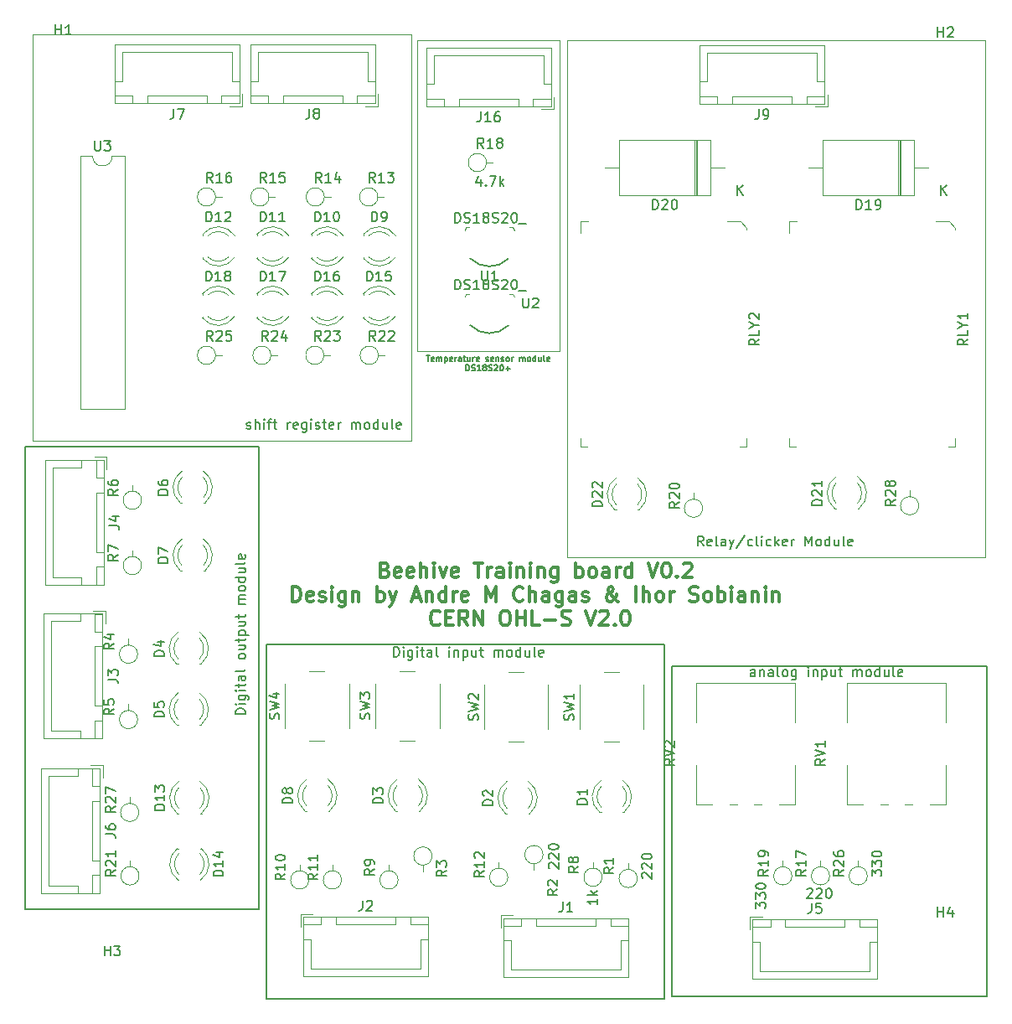
<source format=gbr>
%TF.GenerationSoftware,KiCad,Pcbnew,6.0.7-f9a2dced07~116~ubuntu20.04.1*%
%TF.CreationDate,2022-07-30T14:53:07+01:00*%
%TF.ProjectId,testing_board,74657374-696e-4675-9f62-6f6172642e6b,rev?*%
%TF.SameCoordinates,Original*%
%TF.FileFunction,Legend,Top*%
%TF.FilePolarity,Positive*%
%FSLAX46Y46*%
G04 Gerber Fmt 4.6, Leading zero omitted, Abs format (unit mm)*
G04 Created by KiCad (PCBNEW 6.0.7-f9a2dced07~116~ubuntu20.04.1) date 2022-07-30 14:53:07*
%MOMM*%
%LPD*%
G01*
G04 APERTURE LIST*
%ADD10C,0.150000*%
%ADD11C,0.120000*%
%ADD12C,0.200000*%
%ADD13C,0.300000*%
%ADD14C,0.100000*%
G04 APERTURE END LIST*
D10*
X60190476Y-61604761D02*
X60285714Y-61652380D01*
X60476190Y-61652380D01*
X60571428Y-61604761D01*
X60619047Y-61509523D01*
X60619047Y-61461904D01*
X60571428Y-61366666D01*
X60476190Y-61319047D01*
X60333333Y-61319047D01*
X60238095Y-61271428D01*
X60190476Y-61176190D01*
X60190476Y-61128571D01*
X60238095Y-61033333D01*
X60333333Y-60985714D01*
X60476190Y-60985714D01*
X60571428Y-61033333D01*
X61047619Y-61652380D02*
X61047619Y-60652380D01*
X61476190Y-61652380D02*
X61476190Y-61128571D01*
X61428571Y-61033333D01*
X61333333Y-60985714D01*
X61190476Y-60985714D01*
X61095238Y-61033333D01*
X61047619Y-61080952D01*
X61952380Y-61652380D02*
X61952380Y-60985714D01*
X61952380Y-60652380D02*
X61904761Y-60700000D01*
X61952380Y-60747619D01*
X62000000Y-60700000D01*
X61952380Y-60652380D01*
X61952380Y-60747619D01*
X62285714Y-60985714D02*
X62666666Y-60985714D01*
X62428571Y-61652380D02*
X62428571Y-60795238D01*
X62476190Y-60700000D01*
X62571428Y-60652380D01*
X62666666Y-60652380D01*
X62857142Y-60985714D02*
X63238095Y-60985714D01*
X63000000Y-60652380D02*
X63000000Y-61509523D01*
X63047619Y-61604761D01*
X63142857Y-61652380D01*
X63238095Y-61652380D01*
X64333333Y-61652380D02*
X64333333Y-60985714D01*
X64333333Y-61176190D02*
X64380952Y-61080952D01*
X64428571Y-61033333D01*
X64523809Y-60985714D01*
X64619047Y-60985714D01*
X65333333Y-61604761D02*
X65238095Y-61652380D01*
X65047619Y-61652380D01*
X64952380Y-61604761D01*
X64904761Y-61509523D01*
X64904761Y-61128571D01*
X64952380Y-61033333D01*
X65047619Y-60985714D01*
X65238095Y-60985714D01*
X65333333Y-61033333D01*
X65380952Y-61128571D01*
X65380952Y-61223809D01*
X64904761Y-61319047D01*
X66238095Y-60985714D02*
X66238095Y-61795238D01*
X66190476Y-61890476D01*
X66142857Y-61938095D01*
X66047619Y-61985714D01*
X65904761Y-61985714D01*
X65809523Y-61938095D01*
X66238095Y-61604761D02*
X66142857Y-61652380D01*
X65952380Y-61652380D01*
X65857142Y-61604761D01*
X65809523Y-61557142D01*
X65761904Y-61461904D01*
X65761904Y-61176190D01*
X65809523Y-61080952D01*
X65857142Y-61033333D01*
X65952380Y-60985714D01*
X66142857Y-60985714D01*
X66238095Y-61033333D01*
X66714285Y-61652380D02*
X66714285Y-60985714D01*
X66714285Y-60652380D02*
X66666666Y-60700000D01*
X66714285Y-60747619D01*
X66761904Y-60700000D01*
X66714285Y-60652380D01*
X66714285Y-60747619D01*
X67142857Y-61604761D02*
X67238095Y-61652380D01*
X67428571Y-61652380D01*
X67523809Y-61604761D01*
X67571428Y-61509523D01*
X67571428Y-61461904D01*
X67523809Y-61366666D01*
X67428571Y-61319047D01*
X67285714Y-61319047D01*
X67190476Y-61271428D01*
X67142857Y-61176190D01*
X67142857Y-61128571D01*
X67190476Y-61033333D01*
X67285714Y-60985714D01*
X67428571Y-60985714D01*
X67523809Y-61033333D01*
X67857142Y-60985714D02*
X68238095Y-60985714D01*
X68000000Y-60652380D02*
X68000000Y-61509523D01*
X68047619Y-61604761D01*
X68142857Y-61652380D01*
X68238095Y-61652380D01*
X68952380Y-61604761D02*
X68857142Y-61652380D01*
X68666666Y-61652380D01*
X68571428Y-61604761D01*
X68523809Y-61509523D01*
X68523809Y-61128571D01*
X68571428Y-61033333D01*
X68666666Y-60985714D01*
X68857142Y-60985714D01*
X68952380Y-61033333D01*
X69000000Y-61128571D01*
X69000000Y-61223809D01*
X68523809Y-61319047D01*
X69428571Y-61652380D02*
X69428571Y-60985714D01*
X69428571Y-61176190D02*
X69476190Y-61080952D01*
X69523809Y-61033333D01*
X69619047Y-60985714D01*
X69714285Y-60985714D01*
X70809523Y-61652380D02*
X70809523Y-60985714D01*
X70809523Y-61080952D02*
X70857142Y-61033333D01*
X70952380Y-60985714D01*
X71095238Y-60985714D01*
X71190476Y-61033333D01*
X71238095Y-61128571D01*
X71238095Y-61652380D01*
X71238095Y-61128571D02*
X71285714Y-61033333D01*
X71380952Y-60985714D01*
X71523809Y-60985714D01*
X71619047Y-61033333D01*
X71666666Y-61128571D01*
X71666666Y-61652380D01*
X72285714Y-61652380D02*
X72190476Y-61604761D01*
X72142857Y-61557142D01*
X72095238Y-61461904D01*
X72095238Y-61176190D01*
X72142857Y-61080952D01*
X72190476Y-61033333D01*
X72285714Y-60985714D01*
X72428571Y-60985714D01*
X72523809Y-61033333D01*
X72571428Y-61080952D01*
X72619047Y-61176190D01*
X72619047Y-61461904D01*
X72571428Y-61557142D01*
X72523809Y-61604761D01*
X72428571Y-61652380D01*
X72285714Y-61652380D01*
X73476190Y-61652380D02*
X73476190Y-60652380D01*
X73476190Y-61604761D02*
X73380952Y-61652380D01*
X73190476Y-61652380D01*
X73095238Y-61604761D01*
X73047619Y-61557142D01*
X73000000Y-61461904D01*
X73000000Y-61176190D01*
X73047619Y-61080952D01*
X73095238Y-61033333D01*
X73190476Y-60985714D01*
X73380952Y-60985714D01*
X73476190Y-61033333D01*
X74380952Y-60985714D02*
X74380952Y-61652380D01*
X73952380Y-60985714D02*
X73952380Y-61509523D01*
X74000000Y-61604761D01*
X74095238Y-61652380D01*
X74238095Y-61652380D01*
X74333333Y-61604761D01*
X74380952Y-61557142D01*
X75000000Y-61652380D02*
X74904761Y-61604761D01*
X74857142Y-61509523D01*
X74857142Y-60652380D01*
X75761904Y-61604761D02*
X75666666Y-61652380D01*
X75476190Y-61652380D01*
X75380952Y-61604761D01*
X75333333Y-61509523D01*
X75333333Y-61128571D01*
X75380952Y-61033333D01*
X75476190Y-60985714D01*
X75666666Y-60985714D01*
X75761904Y-61033333D01*
X75809523Y-61128571D01*
X75809523Y-61223809D01*
X75333333Y-61319047D01*
D11*
X38600000Y-21800000D02*
X76800000Y-21800000D01*
X76800000Y-21800000D02*
X76800000Y-62800000D01*
X76800000Y-62800000D02*
X38600000Y-62800000D01*
X38600000Y-62800000D02*
X38600000Y-21800000D01*
D12*
X111585714Y-86652380D02*
X111585714Y-86128571D01*
X111538095Y-86033333D01*
X111442857Y-85985714D01*
X111252380Y-85985714D01*
X111157142Y-86033333D01*
X111585714Y-86604761D02*
X111490476Y-86652380D01*
X111252380Y-86652380D01*
X111157142Y-86604761D01*
X111109523Y-86509523D01*
X111109523Y-86414285D01*
X111157142Y-86319047D01*
X111252380Y-86271428D01*
X111490476Y-86271428D01*
X111585714Y-86223809D01*
X112061904Y-85985714D02*
X112061904Y-86652380D01*
X112061904Y-86080952D02*
X112109523Y-86033333D01*
X112204761Y-85985714D01*
X112347619Y-85985714D01*
X112442857Y-86033333D01*
X112490476Y-86128571D01*
X112490476Y-86652380D01*
X113395238Y-86652380D02*
X113395238Y-86128571D01*
X113347619Y-86033333D01*
X113252380Y-85985714D01*
X113061904Y-85985714D01*
X112966666Y-86033333D01*
X113395238Y-86604761D02*
X113300000Y-86652380D01*
X113061904Y-86652380D01*
X112966666Y-86604761D01*
X112919047Y-86509523D01*
X112919047Y-86414285D01*
X112966666Y-86319047D01*
X113061904Y-86271428D01*
X113300000Y-86271428D01*
X113395238Y-86223809D01*
X114014285Y-86652380D02*
X113919047Y-86604761D01*
X113871428Y-86509523D01*
X113871428Y-85652380D01*
X114538095Y-86652380D02*
X114442857Y-86604761D01*
X114395238Y-86557142D01*
X114347619Y-86461904D01*
X114347619Y-86176190D01*
X114395238Y-86080952D01*
X114442857Y-86033333D01*
X114538095Y-85985714D01*
X114680952Y-85985714D01*
X114776190Y-86033333D01*
X114823809Y-86080952D01*
X114871428Y-86176190D01*
X114871428Y-86461904D01*
X114823809Y-86557142D01*
X114776190Y-86604761D01*
X114680952Y-86652380D01*
X114538095Y-86652380D01*
X115728571Y-85985714D02*
X115728571Y-86795238D01*
X115680952Y-86890476D01*
X115633333Y-86938095D01*
X115538095Y-86985714D01*
X115395238Y-86985714D01*
X115299999Y-86938095D01*
X115728571Y-86604761D02*
X115633333Y-86652380D01*
X115442857Y-86652380D01*
X115347619Y-86604761D01*
X115299999Y-86557142D01*
X115252380Y-86461904D01*
X115252380Y-86176190D01*
X115299999Y-86080952D01*
X115347619Y-86033333D01*
X115442857Y-85985714D01*
X115633333Y-85985714D01*
X115728571Y-86033333D01*
X116966666Y-86652380D02*
X116966666Y-85985714D01*
X116966666Y-85652380D02*
X116919047Y-85700000D01*
X116966666Y-85747619D01*
X117014285Y-85700000D01*
X116966666Y-85652380D01*
X116966666Y-85747619D01*
X117442857Y-85985714D02*
X117442857Y-86652380D01*
X117442857Y-86080952D02*
X117490476Y-86033333D01*
X117585714Y-85985714D01*
X117728571Y-85985714D01*
X117823809Y-86033333D01*
X117871428Y-86128571D01*
X117871428Y-86652380D01*
X118347619Y-85985714D02*
X118347619Y-86985714D01*
X118347619Y-86033333D02*
X118442857Y-85985714D01*
X118633333Y-85985714D01*
X118728571Y-86033333D01*
X118776190Y-86080952D01*
X118823809Y-86176190D01*
X118823809Y-86461904D01*
X118776190Y-86557142D01*
X118728571Y-86604761D01*
X118633333Y-86652380D01*
X118442857Y-86652380D01*
X118347619Y-86604761D01*
X119680952Y-85985714D02*
X119680952Y-86652380D01*
X119252380Y-85985714D02*
X119252380Y-86509523D01*
X119299999Y-86604761D01*
X119395238Y-86652380D01*
X119538095Y-86652380D01*
X119633333Y-86604761D01*
X119680952Y-86557142D01*
X120014285Y-85985714D02*
X120395238Y-85985714D01*
X120157142Y-85652380D02*
X120157142Y-86509523D01*
X120204761Y-86604761D01*
X120299999Y-86652380D01*
X120395238Y-86652380D01*
X121490476Y-86652380D02*
X121490476Y-85985714D01*
X121490476Y-86080952D02*
X121538095Y-86033333D01*
X121633333Y-85985714D01*
X121776190Y-85985714D01*
X121871428Y-86033333D01*
X121919047Y-86128571D01*
X121919047Y-86652380D01*
X121919047Y-86128571D02*
X121966666Y-86033333D01*
X122061904Y-85985714D01*
X122204761Y-85985714D01*
X122299999Y-86033333D01*
X122347619Y-86128571D01*
X122347619Y-86652380D01*
X122966666Y-86652380D02*
X122871428Y-86604761D01*
X122823809Y-86557142D01*
X122776190Y-86461904D01*
X122776190Y-86176190D01*
X122823809Y-86080952D01*
X122871428Y-86033333D01*
X122966666Y-85985714D01*
X123109523Y-85985714D01*
X123204761Y-86033333D01*
X123252380Y-86080952D01*
X123299999Y-86176190D01*
X123299999Y-86461904D01*
X123252380Y-86557142D01*
X123204761Y-86604761D01*
X123109523Y-86652380D01*
X122966666Y-86652380D01*
X124157142Y-86652380D02*
X124157142Y-85652380D01*
X124157142Y-86604761D02*
X124061904Y-86652380D01*
X123871428Y-86652380D01*
X123776190Y-86604761D01*
X123728571Y-86557142D01*
X123680952Y-86461904D01*
X123680952Y-86176190D01*
X123728571Y-86080952D01*
X123776190Y-86033333D01*
X123871428Y-85985714D01*
X124061904Y-85985714D01*
X124157142Y-86033333D01*
X125061904Y-85985714D02*
X125061904Y-86652380D01*
X124633333Y-85985714D02*
X124633333Y-86509523D01*
X124680952Y-86604761D01*
X124776190Y-86652380D01*
X124919047Y-86652380D01*
X125014285Y-86604761D01*
X125061904Y-86557142D01*
X125680952Y-86652380D02*
X125585714Y-86604761D01*
X125538095Y-86509523D01*
X125538095Y-85652380D01*
X126442857Y-86604761D02*
X126347619Y-86652380D01*
X126157142Y-86652380D01*
X126061904Y-86604761D01*
X126014285Y-86509523D01*
X126014285Y-86128571D01*
X126061904Y-86033333D01*
X126157142Y-85985714D01*
X126347619Y-85985714D01*
X126442857Y-86033333D01*
X126490476Y-86128571D01*
X126490476Y-86223809D01*
X126014285Y-86319047D01*
X103200000Y-85600000D02*
X135000000Y-85600000D01*
X135000000Y-85600000D02*
X135000000Y-119000000D01*
X135000000Y-119000000D02*
X103200000Y-119000000D01*
X103200000Y-119000000D02*
X103200000Y-85600000D01*
X75052380Y-84652380D02*
X75052380Y-83652380D01*
X75290476Y-83652380D01*
X75433333Y-83700000D01*
X75528571Y-83795238D01*
X75576190Y-83890476D01*
X75623809Y-84080952D01*
X75623809Y-84223809D01*
X75576190Y-84414285D01*
X75528571Y-84509523D01*
X75433333Y-84604761D01*
X75290476Y-84652380D01*
X75052380Y-84652380D01*
X76052380Y-84652380D02*
X76052380Y-83985714D01*
X76052380Y-83652380D02*
X76004761Y-83700000D01*
X76052380Y-83747619D01*
X76100000Y-83700000D01*
X76052380Y-83652380D01*
X76052380Y-83747619D01*
X76957142Y-83985714D02*
X76957142Y-84795238D01*
X76909523Y-84890476D01*
X76861904Y-84938095D01*
X76766666Y-84985714D01*
X76623809Y-84985714D01*
X76528571Y-84938095D01*
X76957142Y-84604761D02*
X76861904Y-84652380D01*
X76671428Y-84652380D01*
X76576190Y-84604761D01*
X76528571Y-84557142D01*
X76480952Y-84461904D01*
X76480952Y-84176190D01*
X76528571Y-84080952D01*
X76576190Y-84033333D01*
X76671428Y-83985714D01*
X76861904Y-83985714D01*
X76957142Y-84033333D01*
X77433333Y-84652380D02*
X77433333Y-83985714D01*
X77433333Y-83652380D02*
X77385714Y-83700000D01*
X77433333Y-83747619D01*
X77480952Y-83700000D01*
X77433333Y-83652380D01*
X77433333Y-83747619D01*
X77766666Y-83985714D02*
X78147619Y-83985714D01*
X77909523Y-83652380D02*
X77909523Y-84509523D01*
X77957142Y-84604761D01*
X78052380Y-84652380D01*
X78147619Y-84652380D01*
X78909523Y-84652380D02*
X78909523Y-84128571D01*
X78861904Y-84033333D01*
X78766666Y-83985714D01*
X78576190Y-83985714D01*
X78480952Y-84033333D01*
X78909523Y-84604761D02*
X78814285Y-84652380D01*
X78576190Y-84652380D01*
X78480952Y-84604761D01*
X78433333Y-84509523D01*
X78433333Y-84414285D01*
X78480952Y-84319047D01*
X78576190Y-84271428D01*
X78814285Y-84271428D01*
X78909523Y-84223809D01*
X79528571Y-84652380D02*
X79433333Y-84604761D01*
X79385714Y-84509523D01*
X79385714Y-83652380D01*
X80671428Y-84652380D02*
X80671428Y-83985714D01*
X80671428Y-83652380D02*
X80623809Y-83700000D01*
X80671428Y-83747619D01*
X80719047Y-83700000D01*
X80671428Y-83652380D01*
X80671428Y-83747619D01*
X81147619Y-83985714D02*
X81147619Y-84652380D01*
X81147619Y-84080952D02*
X81195238Y-84033333D01*
X81290476Y-83985714D01*
X81433333Y-83985714D01*
X81528571Y-84033333D01*
X81576190Y-84128571D01*
X81576190Y-84652380D01*
X82052380Y-83985714D02*
X82052380Y-84985714D01*
X82052380Y-84033333D02*
X82147619Y-83985714D01*
X82338095Y-83985714D01*
X82433333Y-84033333D01*
X82480952Y-84080952D01*
X82528571Y-84176190D01*
X82528571Y-84461904D01*
X82480952Y-84557142D01*
X82433333Y-84604761D01*
X82338095Y-84652380D01*
X82147619Y-84652380D01*
X82052380Y-84604761D01*
X83385714Y-83985714D02*
X83385714Y-84652380D01*
X82957142Y-83985714D02*
X82957142Y-84509523D01*
X83004761Y-84604761D01*
X83100000Y-84652380D01*
X83242857Y-84652380D01*
X83338095Y-84604761D01*
X83385714Y-84557142D01*
X83719047Y-83985714D02*
X84100000Y-83985714D01*
X83861904Y-83652380D02*
X83861904Y-84509523D01*
X83909523Y-84604761D01*
X84004761Y-84652380D01*
X84100000Y-84652380D01*
X85195238Y-84652380D02*
X85195238Y-83985714D01*
X85195238Y-84080952D02*
X85242857Y-84033333D01*
X85338095Y-83985714D01*
X85480952Y-83985714D01*
X85576190Y-84033333D01*
X85623809Y-84128571D01*
X85623809Y-84652380D01*
X85623809Y-84128571D02*
X85671428Y-84033333D01*
X85766666Y-83985714D01*
X85909523Y-83985714D01*
X86004761Y-84033333D01*
X86052380Y-84128571D01*
X86052380Y-84652380D01*
X86671428Y-84652380D02*
X86576190Y-84604761D01*
X86528571Y-84557142D01*
X86480952Y-84461904D01*
X86480952Y-84176190D01*
X86528571Y-84080952D01*
X86576190Y-84033333D01*
X86671428Y-83985714D01*
X86814285Y-83985714D01*
X86909523Y-84033333D01*
X86957142Y-84080952D01*
X87004761Y-84176190D01*
X87004761Y-84461904D01*
X86957142Y-84557142D01*
X86909523Y-84604761D01*
X86814285Y-84652380D01*
X86671428Y-84652380D01*
X87861904Y-84652380D02*
X87861904Y-83652380D01*
X87861904Y-84604761D02*
X87766666Y-84652380D01*
X87576190Y-84652380D01*
X87480952Y-84604761D01*
X87433333Y-84557142D01*
X87385714Y-84461904D01*
X87385714Y-84176190D01*
X87433333Y-84080952D01*
X87480952Y-84033333D01*
X87576190Y-83985714D01*
X87766666Y-83985714D01*
X87861904Y-84033333D01*
X88766666Y-83985714D02*
X88766666Y-84652380D01*
X88338095Y-83985714D02*
X88338095Y-84509523D01*
X88385714Y-84604761D01*
X88480952Y-84652380D01*
X88623809Y-84652380D01*
X88719047Y-84604761D01*
X88766666Y-84557142D01*
X89385714Y-84652380D02*
X89290476Y-84604761D01*
X89242857Y-84509523D01*
X89242857Y-83652380D01*
X90147619Y-84604761D02*
X90052380Y-84652380D01*
X89861904Y-84652380D01*
X89766666Y-84604761D01*
X89719047Y-84509523D01*
X89719047Y-84128571D01*
X89766666Y-84033333D01*
X89861904Y-83985714D01*
X90052380Y-83985714D01*
X90147619Y-84033333D01*
X90195238Y-84128571D01*
X90195238Y-84223809D01*
X89719047Y-84319047D01*
X62200000Y-83400000D02*
X102400000Y-83400000D01*
X102400000Y-83400000D02*
X102400000Y-119200000D01*
X102400000Y-119200000D02*
X62200000Y-119200000D01*
X62200000Y-119200000D02*
X62200000Y-83400000D01*
X60052380Y-90447619D02*
X59052380Y-90447619D01*
X59052380Y-90209523D01*
X59100000Y-90066666D01*
X59195238Y-89971428D01*
X59290476Y-89923809D01*
X59480952Y-89876190D01*
X59623809Y-89876190D01*
X59814285Y-89923809D01*
X59909523Y-89971428D01*
X60004761Y-90066666D01*
X60052380Y-90209523D01*
X60052380Y-90447619D01*
X60052380Y-89447619D02*
X59385714Y-89447619D01*
X59052380Y-89447619D02*
X59100000Y-89495238D01*
X59147619Y-89447619D01*
X59100000Y-89400000D01*
X59052380Y-89447619D01*
X59147619Y-89447619D01*
X59385714Y-88542857D02*
X60195238Y-88542857D01*
X60290476Y-88590476D01*
X60338095Y-88638095D01*
X60385714Y-88733333D01*
X60385714Y-88876190D01*
X60338095Y-88971428D01*
X60004761Y-88542857D02*
X60052380Y-88638095D01*
X60052380Y-88828571D01*
X60004761Y-88923809D01*
X59957142Y-88971428D01*
X59861904Y-89019047D01*
X59576190Y-89019047D01*
X59480952Y-88971428D01*
X59433333Y-88923809D01*
X59385714Y-88828571D01*
X59385714Y-88638095D01*
X59433333Y-88542857D01*
X60052380Y-88066666D02*
X59385714Y-88066666D01*
X59052380Y-88066666D02*
X59100000Y-88114285D01*
X59147619Y-88066666D01*
X59100000Y-88019047D01*
X59052380Y-88066666D01*
X59147619Y-88066666D01*
X59385714Y-87733333D02*
X59385714Y-87352380D01*
X59052380Y-87590476D02*
X59909523Y-87590476D01*
X60004761Y-87542857D01*
X60052380Y-87447619D01*
X60052380Y-87352380D01*
X60052380Y-86590476D02*
X59528571Y-86590476D01*
X59433333Y-86638095D01*
X59385714Y-86733333D01*
X59385714Y-86923809D01*
X59433333Y-87019047D01*
X60004761Y-86590476D02*
X60052380Y-86685714D01*
X60052380Y-86923809D01*
X60004761Y-87019047D01*
X59909523Y-87066666D01*
X59814285Y-87066666D01*
X59719047Y-87019047D01*
X59671428Y-86923809D01*
X59671428Y-86685714D01*
X59623809Y-86590476D01*
X60052380Y-85971428D02*
X60004761Y-86066666D01*
X59909523Y-86114285D01*
X59052380Y-86114285D01*
X60052380Y-84685714D02*
X60004761Y-84780952D01*
X59957142Y-84828571D01*
X59861904Y-84876190D01*
X59576190Y-84876190D01*
X59480952Y-84828571D01*
X59433333Y-84780952D01*
X59385714Y-84685714D01*
X59385714Y-84542857D01*
X59433333Y-84447619D01*
X59480952Y-84400000D01*
X59576190Y-84352380D01*
X59861904Y-84352380D01*
X59957142Y-84400000D01*
X60004761Y-84447619D01*
X60052380Y-84542857D01*
X60052380Y-84685714D01*
X59385714Y-83495238D02*
X60052380Y-83495238D01*
X59385714Y-83923809D02*
X59909523Y-83923809D01*
X60004761Y-83876190D01*
X60052380Y-83780952D01*
X60052380Y-83638095D01*
X60004761Y-83542857D01*
X59957142Y-83495238D01*
X59385714Y-83161904D02*
X59385714Y-82780952D01*
X59052380Y-83019047D02*
X59909523Y-83019047D01*
X60004761Y-82971428D01*
X60052380Y-82876190D01*
X60052380Y-82780952D01*
X59385714Y-82447619D02*
X60385714Y-82447619D01*
X59433333Y-82447619D02*
X59385714Y-82352380D01*
X59385714Y-82161904D01*
X59433333Y-82066666D01*
X59480952Y-82019047D01*
X59576190Y-81971428D01*
X59861904Y-81971428D01*
X59957142Y-82019047D01*
X60004761Y-82066666D01*
X60052380Y-82161904D01*
X60052380Y-82352380D01*
X60004761Y-82447619D01*
X59385714Y-81114285D02*
X60052380Y-81114285D01*
X59385714Y-81542857D02*
X59909523Y-81542857D01*
X60004761Y-81495238D01*
X60052380Y-81400000D01*
X60052380Y-81257142D01*
X60004761Y-81161904D01*
X59957142Y-81114285D01*
X59385714Y-80780952D02*
X59385714Y-80400000D01*
X59052380Y-80638095D02*
X59909523Y-80638095D01*
X60004761Y-80590476D01*
X60052380Y-80495238D01*
X60052380Y-80400000D01*
X60052380Y-79304761D02*
X59385714Y-79304761D01*
X59480952Y-79304761D02*
X59433333Y-79257142D01*
X59385714Y-79161904D01*
X59385714Y-79019047D01*
X59433333Y-78923809D01*
X59528571Y-78876190D01*
X60052380Y-78876190D01*
X59528571Y-78876190D02*
X59433333Y-78828571D01*
X59385714Y-78733333D01*
X59385714Y-78590476D01*
X59433333Y-78495238D01*
X59528571Y-78447619D01*
X60052380Y-78447619D01*
X60052380Y-77828571D02*
X60004761Y-77923809D01*
X59957142Y-77971428D01*
X59861904Y-78019047D01*
X59576190Y-78019047D01*
X59480952Y-77971428D01*
X59433333Y-77923809D01*
X59385714Y-77828571D01*
X59385714Y-77685714D01*
X59433333Y-77590476D01*
X59480952Y-77542857D01*
X59576190Y-77495238D01*
X59861904Y-77495238D01*
X59957142Y-77542857D01*
X60004761Y-77590476D01*
X60052380Y-77685714D01*
X60052380Y-77828571D01*
X60052380Y-76638095D02*
X59052380Y-76638095D01*
X60004761Y-76638095D02*
X60052380Y-76733333D01*
X60052380Y-76923809D01*
X60004761Y-77019047D01*
X59957142Y-77066666D01*
X59861904Y-77114285D01*
X59576190Y-77114285D01*
X59480952Y-77066666D01*
X59433333Y-77019047D01*
X59385714Y-76923809D01*
X59385714Y-76733333D01*
X59433333Y-76638095D01*
X59385714Y-75733333D02*
X60052380Y-75733333D01*
X59385714Y-76161904D02*
X59909523Y-76161904D01*
X60004761Y-76114285D01*
X60052380Y-76019047D01*
X60052380Y-75876190D01*
X60004761Y-75780952D01*
X59957142Y-75733333D01*
X60052380Y-75114285D02*
X60004761Y-75209523D01*
X59909523Y-75257142D01*
X59052380Y-75257142D01*
X60004761Y-74352380D02*
X60052380Y-74447619D01*
X60052380Y-74638095D01*
X60004761Y-74733333D01*
X59909523Y-74780952D01*
X59528571Y-74780952D01*
X59433333Y-74733333D01*
X59385714Y-74638095D01*
X59385714Y-74447619D01*
X59433333Y-74352380D01*
X59528571Y-74304761D01*
X59623809Y-74304761D01*
X59719047Y-74780952D01*
X37800000Y-63400000D02*
X61400000Y-63400000D01*
X61400000Y-63400000D02*
X61400000Y-110200000D01*
X61400000Y-110200000D02*
X37800000Y-110200000D01*
X37800000Y-110200000D02*
X37800000Y-63400000D01*
D11*
X92600000Y-22400000D02*
X134800000Y-22400000D01*
X134800000Y-22400000D02*
X134800000Y-74600000D01*
X134800000Y-74600000D02*
X92600000Y-74600000D01*
X92600000Y-74600000D02*
X92600000Y-22400000D01*
D10*
X78342857Y-54188428D02*
X78685714Y-54188428D01*
X78514285Y-54788428D02*
X78514285Y-54188428D01*
X79114285Y-54759857D02*
X79057142Y-54788428D01*
X78942857Y-54788428D01*
X78885714Y-54759857D01*
X78857142Y-54702714D01*
X78857142Y-54474142D01*
X78885714Y-54417000D01*
X78942857Y-54388428D01*
X79057142Y-54388428D01*
X79114285Y-54417000D01*
X79142857Y-54474142D01*
X79142857Y-54531285D01*
X78857142Y-54588428D01*
X79400000Y-54788428D02*
X79400000Y-54388428D01*
X79400000Y-54445571D02*
X79428571Y-54417000D01*
X79485714Y-54388428D01*
X79571428Y-54388428D01*
X79628571Y-54417000D01*
X79657142Y-54474142D01*
X79657142Y-54788428D01*
X79657142Y-54474142D02*
X79685714Y-54417000D01*
X79742857Y-54388428D01*
X79828571Y-54388428D01*
X79885714Y-54417000D01*
X79914285Y-54474142D01*
X79914285Y-54788428D01*
X80200000Y-54388428D02*
X80200000Y-54988428D01*
X80200000Y-54417000D02*
X80257142Y-54388428D01*
X80371428Y-54388428D01*
X80428571Y-54417000D01*
X80457142Y-54445571D01*
X80485714Y-54502714D01*
X80485714Y-54674142D01*
X80457142Y-54731285D01*
X80428571Y-54759857D01*
X80371428Y-54788428D01*
X80257142Y-54788428D01*
X80200000Y-54759857D01*
X80971428Y-54759857D02*
X80914285Y-54788428D01*
X80800000Y-54788428D01*
X80742857Y-54759857D01*
X80714285Y-54702714D01*
X80714285Y-54474142D01*
X80742857Y-54417000D01*
X80800000Y-54388428D01*
X80914285Y-54388428D01*
X80971428Y-54417000D01*
X81000000Y-54474142D01*
X81000000Y-54531285D01*
X80714285Y-54588428D01*
X81257142Y-54788428D02*
X81257142Y-54388428D01*
X81257142Y-54502714D02*
X81285714Y-54445571D01*
X81314285Y-54417000D01*
X81371428Y-54388428D01*
X81428571Y-54388428D01*
X81885714Y-54788428D02*
X81885714Y-54474142D01*
X81857142Y-54417000D01*
X81800000Y-54388428D01*
X81685714Y-54388428D01*
X81628571Y-54417000D01*
X81885714Y-54759857D02*
X81828571Y-54788428D01*
X81685714Y-54788428D01*
X81628571Y-54759857D01*
X81600000Y-54702714D01*
X81600000Y-54645571D01*
X81628571Y-54588428D01*
X81685714Y-54559857D01*
X81828571Y-54559857D01*
X81885714Y-54531285D01*
X82085714Y-54388428D02*
X82314285Y-54388428D01*
X82171428Y-54188428D02*
X82171428Y-54702714D01*
X82200000Y-54759857D01*
X82257142Y-54788428D01*
X82314285Y-54788428D01*
X82771428Y-54388428D02*
X82771428Y-54788428D01*
X82514285Y-54388428D02*
X82514285Y-54702714D01*
X82542857Y-54759857D01*
X82600000Y-54788428D01*
X82685714Y-54788428D01*
X82742857Y-54759857D01*
X82771428Y-54731285D01*
X83057142Y-54788428D02*
X83057142Y-54388428D01*
X83057142Y-54502714D02*
X83085714Y-54445571D01*
X83114285Y-54417000D01*
X83171428Y-54388428D01*
X83228571Y-54388428D01*
X83657142Y-54759857D02*
X83600000Y-54788428D01*
X83485714Y-54788428D01*
X83428571Y-54759857D01*
X83400000Y-54702714D01*
X83400000Y-54474142D01*
X83428571Y-54417000D01*
X83485714Y-54388428D01*
X83600000Y-54388428D01*
X83657142Y-54417000D01*
X83685714Y-54474142D01*
X83685714Y-54531285D01*
X83400000Y-54588428D01*
X84371428Y-54759857D02*
X84428571Y-54788428D01*
X84542857Y-54788428D01*
X84600000Y-54759857D01*
X84628571Y-54702714D01*
X84628571Y-54674142D01*
X84600000Y-54617000D01*
X84542857Y-54588428D01*
X84457142Y-54588428D01*
X84400000Y-54559857D01*
X84371428Y-54502714D01*
X84371428Y-54474142D01*
X84400000Y-54417000D01*
X84457142Y-54388428D01*
X84542857Y-54388428D01*
X84600000Y-54417000D01*
X85114285Y-54759857D02*
X85057142Y-54788428D01*
X84942857Y-54788428D01*
X84885714Y-54759857D01*
X84857142Y-54702714D01*
X84857142Y-54474142D01*
X84885714Y-54417000D01*
X84942857Y-54388428D01*
X85057142Y-54388428D01*
X85114285Y-54417000D01*
X85142857Y-54474142D01*
X85142857Y-54531285D01*
X84857142Y-54588428D01*
X85400000Y-54388428D02*
X85400000Y-54788428D01*
X85400000Y-54445571D02*
X85428571Y-54417000D01*
X85485714Y-54388428D01*
X85571428Y-54388428D01*
X85628571Y-54417000D01*
X85657142Y-54474142D01*
X85657142Y-54788428D01*
X85914285Y-54759857D02*
X85971428Y-54788428D01*
X86085714Y-54788428D01*
X86142857Y-54759857D01*
X86171428Y-54702714D01*
X86171428Y-54674142D01*
X86142857Y-54617000D01*
X86085714Y-54588428D01*
X86000000Y-54588428D01*
X85942857Y-54559857D01*
X85914285Y-54502714D01*
X85914285Y-54474142D01*
X85942857Y-54417000D01*
X86000000Y-54388428D01*
X86085714Y-54388428D01*
X86142857Y-54417000D01*
X86514285Y-54788428D02*
X86457142Y-54759857D01*
X86428571Y-54731285D01*
X86400000Y-54674142D01*
X86400000Y-54502714D01*
X86428571Y-54445571D01*
X86457142Y-54417000D01*
X86514285Y-54388428D01*
X86600000Y-54388428D01*
X86657142Y-54417000D01*
X86685714Y-54445571D01*
X86714285Y-54502714D01*
X86714285Y-54674142D01*
X86685714Y-54731285D01*
X86657142Y-54759857D01*
X86600000Y-54788428D01*
X86514285Y-54788428D01*
X86971428Y-54788428D02*
X86971428Y-54388428D01*
X86971428Y-54502714D02*
X87000000Y-54445571D01*
X87028571Y-54417000D01*
X87085714Y-54388428D01*
X87142857Y-54388428D01*
X87800000Y-54788428D02*
X87800000Y-54388428D01*
X87800000Y-54445571D02*
X87828571Y-54417000D01*
X87885714Y-54388428D01*
X87971428Y-54388428D01*
X88028571Y-54417000D01*
X88057142Y-54474142D01*
X88057142Y-54788428D01*
X88057142Y-54474142D02*
X88085714Y-54417000D01*
X88142857Y-54388428D01*
X88228571Y-54388428D01*
X88285714Y-54417000D01*
X88314285Y-54474142D01*
X88314285Y-54788428D01*
X88685714Y-54788428D02*
X88628571Y-54759857D01*
X88600000Y-54731285D01*
X88571428Y-54674142D01*
X88571428Y-54502714D01*
X88600000Y-54445571D01*
X88628571Y-54417000D01*
X88685714Y-54388428D01*
X88771428Y-54388428D01*
X88828571Y-54417000D01*
X88857142Y-54445571D01*
X88885714Y-54502714D01*
X88885714Y-54674142D01*
X88857142Y-54731285D01*
X88828571Y-54759857D01*
X88771428Y-54788428D01*
X88685714Y-54788428D01*
X89400000Y-54788428D02*
X89400000Y-54188428D01*
X89400000Y-54759857D02*
X89342857Y-54788428D01*
X89228571Y-54788428D01*
X89171428Y-54759857D01*
X89142857Y-54731285D01*
X89114285Y-54674142D01*
X89114285Y-54502714D01*
X89142857Y-54445571D01*
X89171428Y-54417000D01*
X89228571Y-54388428D01*
X89342857Y-54388428D01*
X89400000Y-54417000D01*
X89942857Y-54388428D02*
X89942857Y-54788428D01*
X89685714Y-54388428D02*
X89685714Y-54702714D01*
X89714285Y-54759857D01*
X89771428Y-54788428D01*
X89857142Y-54788428D01*
X89914285Y-54759857D01*
X89942857Y-54731285D01*
X90314285Y-54788428D02*
X90257142Y-54759857D01*
X90228571Y-54702714D01*
X90228571Y-54188428D01*
X90771428Y-54759857D02*
X90714285Y-54788428D01*
X90600000Y-54788428D01*
X90542857Y-54759857D01*
X90514285Y-54702714D01*
X90514285Y-54474142D01*
X90542857Y-54417000D01*
X90600000Y-54388428D01*
X90714285Y-54388428D01*
X90771428Y-54417000D01*
X90800000Y-54474142D01*
X90800000Y-54531285D01*
X90514285Y-54588428D01*
X82357142Y-55754428D02*
X82357142Y-55154428D01*
X82500000Y-55154428D01*
X82585714Y-55183000D01*
X82642857Y-55240142D01*
X82671428Y-55297285D01*
X82700000Y-55411571D01*
X82700000Y-55497285D01*
X82671428Y-55611571D01*
X82642857Y-55668714D01*
X82585714Y-55725857D01*
X82500000Y-55754428D01*
X82357142Y-55754428D01*
X82928571Y-55725857D02*
X83014285Y-55754428D01*
X83157142Y-55754428D01*
X83214285Y-55725857D01*
X83242857Y-55697285D01*
X83271428Y-55640142D01*
X83271428Y-55583000D01*
X83242857Y-55525857D01*
X83214285Y-55497285D01*
X83157142Y-55468714D01*
X83042857Y-55440142D01*
X82985714Y-55411571D01*
X82957142Y-55383000D01*
X82928571Y-55325857D01*
X82928571Y-55268714D01*
X82957142Y-55211571D01*
X82985714Y-55183000D01*
X83042857Y-55154428D01*
X83185714Y-55154428D01*
X83271428Y-55183000D01*
X83842857Y-55754428D02*
X83500000Y-55754428D01*
X83671428Y-55754428D02*
X83671428Y-55154428D01*
X83614285Y-55240142D01*
X83557142Y-55297285D01*
X83500000Y-55325857D01*
X84185714Y-55411571D02*
X84128571Y-55383000D01*
X84100000Y-55354428D01*
X84071428Y-55297285D01*
X84071428Y-55268714D01*
X84100000Y-55211571D01*
X84128571Y-55183000D01*
X84185714Y-55154428D01*
X84300000Y-55154428D01*
X84357142Y-55183000D01*
X84385714Y-55211571D01*
X84414285Y-55268714D01*
X84414285Y-55297285D01*
X84385714Y-55354428D01*
X84357142Y-55383000D01*
X84300000Y-55411571D01*
X84185714Y-55411571D01*
X84128571Y-55440142D01*
X84100000Y-55468714D01*
X84071428Y-55525857D01*
X84071428Y-55640142D01*
X84100000Y-55697285D01*
X84128571Y-55725857D01*
X84185714Y-55754428D01*
X84300000Y-55754428D01*
X84357142Y-55725857D01*
X84385714Y-55697285D01*
X84414285Y-55640142D01*
X84414285Y-55525857D01*
X84385714Y-55468714D01*
X84357142Y-55440142D01*
X84300000Y-55411571D01*
X84642857Y-55725857D02*
X84728571Y-55754428D01*
X84871428Y-55754428D01*
X84928571Y-55725857D01*
X84957142Y-55697285D01*
X84985714Y-55640142D01*
X84985714Y-55583000D01*
X84957142Y-55525857D01*
X84928571Y-55497285D01*
X84871428Y-55468714D01*
X84757142Y-55440142D01*
X84700000Y-55411571D01*
X84671428Y-55383000D01*
X84642857Y-55325857D01*
X84642857Y-55268714D01*
X84671428Y-55211571D01*
X84700000Y-55183000D01*
X84757142Y-55154428D01*
X84900000Y-55154428D01*
X84985714Y-55183000D01*
X85214285Y-55211571D02*
X85242857Y-55183000D01*
X85300000Y-55154428D01*
X85442857Y-55154428D01*
X85500000Y-55183000D01*
X85528571Y-55211571D01*
X85557142Y-55268714D01*
X85557142Y-55325857D01*
X85528571Y-55411571D01*
X85185714Y-55754428D01*
X85557142Y-55754428D01*
X85928571Y-55154428D02*
X85985714Y-55154428D01*
X86042857Y-55183000D01*
X86071428Y-55211571D01*
X86100000Y-55268714D01*
X86128571Y-55383000D01*
X86128571Y-55525857D01*
X86100000Y-55640142D01*
X86071428Y-55697285D01*
X86042857Y-55725857D01*
X85985714Y-55754428D01*
X85928571Y-55754428D01*
X85871428Y-55725857D01*
X85842857Y-55697285D01*
X85814285Y-55640142D01*
X85785714Y-55525857D01*
X85785714Y-55383000D01*
X85814285Y-55268714D01*
X85842857Y-55211571D01*
X85871428Y-55183000D01*
X85928571Y-55154428D01*
X86385714Y-55525857D02*
X86842857Y-55525857D01*
X86614285Y-55754428D02*
X86614285Y-55297285D01*
D11*
X77400000Y-22400000D02*
X91800000Y-22400000D01*
X91800000Y-22400000D02*
X91800000Y-53800000D01*
X91800000Y-53800000D02*
X77400000Y-53800000D01*
X77400000Y-53800000D02*
X77400000Y-22400000D01*
D13*
X74185714Y-75877857D02*
X74400000Y-75949285D01*
X74471428Y-76020714D01*
X74542857Y-76163571D01*
X74542857Y-76377857D01*
X74471428Y-76520714D01*
X74400000Y-76592142D01*
X74257142Y-76663571D01*
X73685714Y-76663571D01*
X73685714Y-75163571D01*
X74185714Y-75163571D01*
X74328571Y-75235000D01*
X74400000Y-75306428D01*
X74471428Y-75449285D01*
X74471428Y-75592142D01*
X74400000Y-75735000D01*
X74328571Y-75806428D01*
X74185714Y-75877857D01*
X73685714Y-75877857D01*
X75757142Y-76592142D02*
X75614285Y-76663571D01*
X75328571Y-76663571D01*
X75185714Y-76592142D01*
X75114285Y-76449285D01*
X75114285Y-75877857D01*
X75185714Y-75735000D01*
X75328571Y-75663571D01*
X75614285Y-75663571D01*
X75757142Y-75735000D01*
X75828571Y-75877857D01*
X75828571Y-76020714D01*
X75114285Y-76163571D01*
X77042857Y-76592142D02*
X76900000Y-76663571D01*
X76614285Y-76663571D01*
X76471428Y-76592142D01*
X76400000Y-76449285D01*
X76400000Y-75877857D01*
X76471428Y-75735000D01*
X76614285Y-75663571D01*
X76900000Y-75663571D01*
X77042857Y-75735000D01*
X77114285Y-75877857D01*
X77114285Y-76020714D01*
X76400000Y-76163571D01*
X77757142Y-76663571D02*
X77757142Y-75163571D01*
X78400000Y-76663571D02*
X78400000Y-75877857D01*
X78328571Y-75735000D01*
X78185714Y-75663571D01*
X77971428Y-75663571D01*
X77828571Y-75735000D01*
X77757142Y-75806428D01*
X79114285Y-76663571D02*
X79114285Y-75663571D01*
X79114285Y-75163571D02*
X79042857Y-75235000D01*
X79114285Y-75306428D01*
X79185714Y-75235000D01*
X79114285Y-75163571D01*
X79114285Y-75306428D01*
X79685714Y-75663571D02*
X80042857Y-76663571D01*
X80400000Y-75663571D01*
X81542857Y-76592142D02*
X81400000Y-76663571D01*
X81114285Y-76663571D01*
X80971428Y-76592142D01*
X80900000Y-76449285D01*
X80900000Y-75877857D01*
X80971428Y-75735000D01*
X81114285Y-75663571D01*
X81400000Y-75663571D01*
X81542857Y-75735000D01*
X81614285Y-75877857D01*
X81614285Y-76020714D01*
X80900000Y-76163571D01*
X83185714Y-75163571D02*
X84042857Y-75163571D01*
X83614285Y-76663571D02*
X83614285Y-75163571D01*
X84542857Y-76663571D02*
X84542857Y-75663571D01*
X84542857Y-75949285D02*
X84614285Y-75806428D01*
X84685714Y-75735000D01*
X84828571Y-75663571D01*
X84971428Y-75663571D01*
X86114285Y-76663571D02*
X86114285Y-75877857D01*
X86042857Y-75735000D01*
X85900000Y-75663571D01*
X85614285Y-75663571D01*
X85471428Y-75735000D01*
X86114285Y-76592142D02*
X85971428Y-76663571D01*
X85614285Y-76663571D01*
X85471428Y-76592142D01*
X85400000Y-76449285D01*
X85400000Y-76306428D01*
X85471428Y-76163571D01*
X85614285Y-76092142D01*
X85971428Y-76092142D01*
X86114285Y-76020714D01*
X86828571Y-76663571D02*
X86828571Y-75663571D01*
X86828571Y-75163571D02*
X86757142Y-75235000D01*
X86828571Y-75306428D01*
X86900000Y-75235000D01*
X86828571Y-75163571D01*
X86828571Y-75306428D01*
X87542857Y-75663571D02*
X87542857Y-76663571D01*
X87542857Y-75806428D02*
X87614285Y-75735000D01*
X87757142Y-75663571D01*
X87971428Y-75663571D01*
X88114285Y-75735000D01*
X88185714Y-75877857D01*
X88185714Y-76663571D01*
X88900000Y-76663571D02*
X88900000Y-75663571D01*
X88900000Y-75163571D02*
X88828571Y-75235000D01*
X88900000Y-75306428D01*
X88971428Y-75235000D01*
X88900000Y-75163571D01*
X88900000Y-75306428D01*
X89614285Y-75663571D02*
X89614285Y-76663571D01*
X89614285Y-75806428D02*
X89685714Y-75735000D01*
X89828571Y-75663571D01*
X90042857Y-75663571D01*
X90185714Y-75735000D01*
X90257142Y-75877857D01*
X90257142Y-76663571D01*
X91614285Y-75663571D02*
X91614285Y-76877857D01*
X91542857Y-77020714D01*
X91471428Y-77092142D01*
X91328571Y-77163571D01*
X91114285Y-77163571D01*
X90971428Y-77092142D01*
X91614285Y-76592142D02*
X91471428Y-76663571D01*
X91185714Y-76663571D01*
X91042857Y-76592142D01*
X90971428Y-76520714D01*
X90900000Y-76377857D01*
X90900000Y-75949285D01*
X90971428Y-75806428D01*
X91042857Y-75735000D01*
X91185714Y-75663571D01*
X91471428Y-75663571D01*
X91614285Y-75735000D01*
X93471428Y-76663571D02*
X93471428Y-75163571D01*
X93471428Y-75735000D02*
X93614285Y-75663571D01*
X93900000Y-75663571D01*
X94042857Y-75735000D01*
X94114285Y-75806428D01*
X94185714Y-75949285D01*
X94185714Y-76377857D01*
X94114285Y-76520714D01*
X94042857Y-76592142D01*
X93900000Y-76663571D01*
X93614285Y-76663571D01*
X93471428Y-76592142D01*
X95042857Y-76663571D02*
X94900000Y-76592142D01*
X94828571Y-76520714D01*
X94757142Y-76377857D01*
X94757142Y-75949285D01*
X94828571Y-75806428D01*
X94900000Y-75735000D01*
X95042857Y-75663571D01*
X95257142Y-75663571D01*
X95400000Y-75735000D01*
X95471428Y-75806428D01*
X95542857Y-75949285D01*
X95542857Y-76377857D01*
X95471428Y-76520714D01*
X95400000Y-76592142D01*
X95257142Y-76663571D01*
X95042857Y-76663571D01*
X96828571Y-76663571D02*
X96828571Y-75877857D01*
X96757142Y-75735000D01*
X96614285Y-75663571D01*
X96328571Y-75663571D01*
X96185714Y-75735000D01*
X96828571Y-76592142D02*
X96685714Y-76663571D01*
X96328571Y-76663571D01*
X96185714Y-76592142D01*
X96114285Y-76449285D01*
X96114285Y-76306428D01*
X96185714Y-76163571D01*
X96328571Y-76092142D01*
X96685714Y-76092142D01*
X96828571Y-76020714D01*
X97542857Y-76663571D02*
X97542857Y-75663571D01*
X97542857Y-75949285D02*
X97614285Y-75806428D01*
X97685714Y-75735000D01*
X97828571Y-75663571D01*
X97971428Y-75663571D01*
X99114285Y-76663571D02*
X99114285Y-75163571D01*
X99114285Y-76592142D02*
X98971428Y-76663571D01*
X98685714Y-76663571D01*
X98542857Y-76592142D01*
X98471428Y-76520714D01*
X98400000Y-76377857D01*
X98400000Y-75949285D01*
X98471428Y-75806428D01*
X98542857Y-75735000D01*
X98685714Y-75663571D01*
X98971428Y-75663571D01*
X99114285Y-75735000D01*
X100757142Y-75163571D02*
X101257142Y-76663571D01*
X101757142Y-75163571D01*
X102542857Y-75163571D02*
X102685714Y-75163571D01*
X102828571Y-75235000D01*
X102900000Y-75306428D01*
X102971428Y-75449285D01*
X103042857Y-75735000D01*
X103042857Y-76092142D01*
X102971428Y-76377857D01*
X102900000Y-76520714D01*
X102828571Y-76592142D01*
X102685714Y-76663571D01*
X102542857Y-76663571D01*
X102400000Y-76592142D01*
X102328571Y-76520714D01*
X102257142Y-76377857D01*
X102185714Y-76092142D01*
X102185714Y-75735000D01*
X102257142Y-75449285D01*
X102328571Y-75306428D01*
X102400000Y-75235000D01*
X102542857Y-75163571D01*
X103685714Y-76520714D02*
X103757142Y-76592142D01*
X103685714Y-76663571D01*
X103614285Y-76592142D01*
X103685714Y-76520714D01*
X103685714Y-76663571D01*
X104328571Y-75306428D02*
X104400000Y-75235000D01*
X104542857Y-75163571D01*
X104900000Y-75163571D01*
X105042857Y-75235000D01*
X105114285Y-75306428D01*
X105185714Y-75449285D01*
X105185714Y-75592142D01*
X105114285Y-75806428D01*
X104257142Y-76663571D01*
X105185714Y-76663571D01*
X64828571Y-79078571D02*
X64828571Y-77578571D01*
X65185714Y-77578571D01*
X65399999Y-77650000D01*
X65542857Y-77792857D01*
X65614285Y-77935714D01*
X65685714Y-78221428D01*
X65685714Y-78435714D01*
X65614285Y-78721428D01*
X65542857Y-78864285D01*
X65399999Y-79007142D01*
X65185714Y-79078571D01*
X64828571Y-79078571D01*
X66899999Y-79007142D02*
X66757142Y-79078571D01*
X66471428Y-79078571D01*
X66328571Y-79007142D01*
X66257142Y-78864285D01*
X66257142Y-78292857D01*
X66328571Y-78150000D01*
X66471428Y-78078571D01*
X66757142Y-78078571D01*
X66899999Y-78150000D01*
X66971428Y-78292857D01*
X66971428Y-78435714D01*
X66257142Y-78578571D01*
X67542857Y-79007142D02*
X67685714Y-79078571D01*
X67971428Y-79078571D01*
X68114285Y-79007142D01*
X68185714Y-78864285D01*
X68185714Y-78792857D01*
X68114285Y-78650000D01*
X67971428Y-78578571D01*
X67757142Y-78578571D01*
X67614285Y-78507142D01*
X67542857Y-78364285D01*
X67542857Y-78292857D01*
X67614285Y-78150000D01*
X67757142Y-78078571D01*
X67971428Y-78078571D01*
X68114285Y-78150000D01*
X68828571Y-79078571D02*
X68828571Y-78078571D01*
X68828571Y-77578571D02*
X68757142Y-77650000D01*
X68828571Y-77721428D01*
X68900000Y-77650000D01*
X68828571Y-77578571D01*
X68828571Y-77721428D01*
X70185714Y-78078571D02*
X70185714Y-79292857D01*
X70114285Y-79435714D01*
X70042857Y-79507142D01*
X69900000Y-79578571D01*
X69685714Y-79578571D01*
X69542857Y-79507142D01*
X70185714Y-79007142D02*
X70042857Y-79078571D01*
X69757142Y-79078571D01*
X69614285Y-79007142D01*
X69542857Y-78935714D01*
X69471428Y-78792857D01*
X69471428Y-78364285D01*
X69542857Y-78221428D01*
X69614285Y-78150000D01*
X69757142Y-78078571D01*
X70042857Y-78078571D01*
X70185714Y-78150000D01*
X70900000Y-78078571D02*
X70900000Y-79078571D01*
X70900000Y-78221428D02*
X70971428Y-78150000D01*
X71114285Y-78078571D01*
X71328571Y-78078571D01*
X71471428Y-78150000D01*
X71542857Y-78292857D01*
X71542857Y-79078571D01*
X73400000Y-79078571D02*
X73400000Y-77578571D01*
X73400000Y-78150000D02*
X73542857Y-78078571D01*
X73828571Y-78078571D01*
X73971428Y-78150000D01*
X74042857Y-78221428D01*
X74114285Y-78364285D01*
X74114285Y-78792857D01*
X74042857Y-78935714D01*
X73971428Y-79007142D01*
X73828571Y-79078571D01*
X73542857Y-79078571D01*
X73400000Y-79007142D01*
X74614285Y-78078571D02*
X74971428Y-79078571D01*
X75328571Y-78078571D02*
X74971428Y-79078571D01*
X74828571Y-79435714D01*
X74757142Y-79507142D01*
X74614285Y-79578571D01*
X76971428Y-78650000D02*
X77685714Y-78650000D01*
X76828571Y-79078571D02*
X77328571Y-77578571D01*
X77828571Y-79078571D01*
X78328571Y-78078571D02*
X78328571Y-79078571D01*
X78328571Y-78221428D02*
X78400000Y-78150000D01*
X78542857Y-78078571D01*
X78757142Y-78078571D01*
X78900000Y-78150000D01*
X78971428Y-78292857D01*
X78971428Y-79078571D01*
X80328571Y-79078571D02*
X80328571Y-77578571D01*
X80328571Y-79007142D02*
X80185714Y-79078571D01*
X79900000Y-79078571D01*
X79757142Y-79007142D01*
X79685714Y-78935714D01*
X79614285Y-78792857D01*
X79614285Y-78364285D01*
X79685714Y-78221428D01*
X79757142Y-78150000D01*
X79900000Y-78078571D01*
X80185714Y-78078571D01*
X80328571Y-78150000D01*
X81042857Y-79078571D02*
X81042857Y-78078571D01*
X81042857Y-78364285D02*
X81114285Y-78221428D01*
X81185714Y-78150000D01*
X81328571Y-78078571D01*
X81471428Y-78078571D01*
X82542857Y-79007142D02*
X82400000Y-79078571D01*
X82114285Y-79078571D01*
X81971428Y-79007142D01*
X81900000Y-78864285D01*
X81900000Y-78292857D01*
X81971428Y-78150000D01*
X82114285Y-78078571D01*
X82400000Y-78078571D01*
X82542857Y-78150000D01*
X82614285Y-78292857D01*
X82614285Y-78435714D01*
X81900000Y-78578571D01*
X84400000Y-79078571D02*
X84400000Y-77578571D01*
X84900000Y-78650000D01*
X85400000Y-77578571D01*
X85400000Y-79078571D01*
X88114285Y-78935714D02*
X88042857Y-79007142D01*
X87828571Y-79078571D01*
X87685714Y-79078571D01*
X87471428Y-79007142D01*
X87328571Y-78864285D01*
X87257142Y-78721428D01*
X87185714Y-78435714D01*
X87185714Y-78221428D01*
X87257142Y-77935714D01*
X87328571Y-77792857D01*
X87471428Y-77650000D01*
X87685714Y-77578571D01*
X87828571Y-77578571D01*
X88042857Y-77650000D01*
X88114285Y-77721428D01*
X88757142Y-79078571D02*
X88757142Y-77578571D01*
X89399999Y-79078571D02*
X89399999Y-78292857D01*
X89328571Y-78150000D01*
X89185714Y-78078571D01*
X88971428Y-78078571D01*
X88828571Y-78150000D01*
X88757142Y-78221428D01*
X90757142Y-79078571D02*
X90757142Y-78292857D01*
X90685714Y-78150000D01*
X90542857Y-78078571D01*
X90257142Y-78078571D01*
X90114285Y-78150000D01*
X90757142Y-79007142D02*
X90614285Y-79078571D01*
X90257142Y-79078571D01*
X90114285Y-79007142D01*
X90042857Y-78864285D01*
X90042857Y-78721428D01*
X90114285Y-78578571D01*
X90257142Y-78507142D01*
X90614285Y-78507142D01*
X90757142Y-78435714D01*
X92114285Y-78078571D02*
X92114285Y-79292857D01*
X92042857Y-79435714D01*
X91971428Y-79507142D01*
X91828571Y-79578571D01*
X91614285Y-79578571D01*
X91471428Y-79507142D01*
X92114285Y-79007142D02*
X91971428Y-79078571D01*
X91685714Y-79078571D01*
X91542857Y-79007142D01*
X91471428Y-78935714D01*
X91400000Y-78792857D01*
X91400000Y-78364285D01*
X91471428Y-78221428D01*
X91542857Y-78150000D01*
X91685714Y-78078571D01*
X91971428Y-78078571D01*
X92114285Y-78150000D01*
X93471428Y-79078571D02*
X93471428Y-78292857D01*
X93400000Y-78150000D01*
X93257142Y-78078571D01*
X92971428Y-78078571D01*
X92828571Y-78150000D01*
X93471428Y-79007142D02*
X93328571Y-79078571D01*
X92971428Y-79078571D01*
X92828571Y-79007142D01*
X92757142Y-78864285D01*
X92757142Y-78721428D01*
X92828571Y-78578571D01*
X92971428Y-78507142D01*
X93328571Y-78507142D01*
X93471428Y-78435714D01*
X94114285Y-79007142D02*
X94257142Y-79078571D01*
X94542857Y-79078571D01*
X94685714Y-79007142D01*
X94757142Y-78864285D01*
X94757142Y-78792857D01*
X94685714Y-78650000D01*
X94542857Y-78578571D01*
X94328571Y-78578571D01*
X94185714Y-78507142D01*
X94114285Y-78364285D01*
X94114285Y-78292857D01*
X94185714Y-78150000D01*
X94328571Y-78078571D01*
X94542857Y-78078571D01*
X94685714Y-78150000D01*
X97757142Y-79078571D02*
X97685714Y-79078571D01*
X97542857Y-79007142D01*
X97328571Y-78792857D01*
X96971428Y-78364285D01*
X96828571Y-78150000D01*
X96757142Y-77935714D01*
X96757142Y-77792857D01*
X96828571Y-77650000D01*
X96971428Y-77578571D01*
X97042857Y-77578571D01*
X97185714Y-77650000D01*
X97257142Y-77792857D01*
X97257142Y-77864285D01*
X97185714Y-78007142D01*
X97114285Y-78078571D01*
X96685714Y-78364285D01*
X96614285Y-78435714D01*
X96542857Y-78578571D01*
X96542857Y-78792857D01*
X96614285Y-78935714D01*
X96685714Y-79007142D01*
X96828571Y-79078571D01*
X97042857Y-79078571D01*
X97185714Y-79007142D01*
X97257142Y-78935714D01*
X97471428Y-78650000D01*
X97542857Y-78435714D01*
X97542857Y-78292857D01*
X99542857Y-79078571D02*
X99542857Y-77578571D01*
X100257142Y-79078571D02*
X100257142Y-77578571D01*
X100900000Y-79078571D02*
X100900000Y-78292857D01*
X100828571Y-78150000D01*
X100685714Y-78078571D01*
X100471428Y-78078571D01*
X100328571Y-78150000D01*
X100257142Y-78221428D01*
X101828571Y-79078571D02*
X101685714Y-79007142D01*
X101614285Y-78935714D01*
X101542857Y-78792857D01*
X101542857Y-78364285D01*
X101614285Y-78221428D01*
X101685714Y-78150000D01*
X101828571Y-78078571D01*
X102042857Y-78078571D01*
X102185714Y-78150000D01*
X102257142Y-78221428D01*
X102328571Y-78364285D01*
X102328571Y-78792857D01*
X102257142Y-78935714D01*
X102185714Y-79007142D01*
X102042857Y-79078571D01*
X101828571Y-79078571D01*
X102971428Y-79078571D02*
X102971428Y-78078571D01*
X102971428Y-78364285D02*
X103042857Y-78221428D01*
X103114285Y-78150000D01*
X103257142Y-78078571D01*
X103400000Y-78078571D01*
X104971428Y-79007142D02*
X105185714Y-79078571D01*
X105542857Y-79078571D01*
X105685714Y-79007142D01*
X105757142Y-78935714D01*
X105828571Y-78792857D01*
X105828571Y-78650000D01*
X105757142Y-78507142D01*
X105685714Y-78435714D01*
X105542857Y-78364285D01*
X105257142Y-78292857D01*
X105114285Y-78221428D01*
X105042857Y-78150000D01*
X104971428Y-78007142D01*
X104971428Y-77864285D01*
X105042857Y-77721428D01*
X105114285Y-77650000D01*
X105257142Y-77578571D01*
X105614285Y-77578571D01*
X105828571Y-77650000D01*
X106685714Y-79078571D02*
X106542857Y-79007142D01*
X106471428Y-78935714D01*
X106399999Y-78792857D01*
X106399999Y-78364285D01*
X106471428Y-78221428D01*
X106542857Y-78150000D01*
X106685714Y-78078571D01*
X106899999Y-78078571D01*
X107042857Y-78150000D01*
X107114285Y-78221428D01*
X107185714Y-78364285D01*
X107185714Y-78792857D01*
X107114285Y-78935714D01*
X107042857Y-79007142D01*
X106899999Y-79078571D01*
X106685714Y-79078571D01*
X107828571Y-79078571D02*
X107828571Y-77578571D01*
X107828571Y-78150000D02*
X107971428Y-78078571D01*
X108257142Y-78078571D01*
X108399999Y-78150000D01*
X108471428Y-78221428D01*
X108542857Y-78364285D01*
X108542857Y-78792857D01*
X108471428Y-78935714D01*
X108399999Y-79007142D01*
X108257142Y-79078571D01*
X107971428Y-79078571D01*
X107828571Y-79007142D01*
X109185714Y-79078571D02*
X109185714Y-78078571D01*
X109185714Y-77578571D02*
X109114285Y-77650000D01*
X109185714Y-77721428D01*
X109257142Y-77650000D01*
X109185714Y-77578571D01*
X109185714Y-77721428D01*
X110542857Y-79078571D02*
X110542857Y-78292857D01*
X110471428Y-78150000D01*
X110328571Y-78078571D01*
X110042857Y-78078571D01*
X109900000Y-78150000D01*
X110542857Y-79007142D02*
X110400000Y-79078571D01*
X110042857Y-79078571D01*
X109900000Y-79007142D01*
X109828571Y-78864285D01*
X109828571Y-78721428D01*
X109900000Y-78578571D01*
X110042857Y-78507142D01*
X110400000Y-78507142D01*
X110542857Y-78435714D01*
X111257142Y-78078571D02*
X111257142Y-79078571D01*
X111257142Y-78221428D02*
X111328571Y-78150000D01*
X111471428Y-78078571D01*
X111685714Y-78078571D01*
X111828571Y-78150000D01*
X111900000Y-78292857D01*
X111900000Y-79078571D01*
X112614285Y-79078571D02*
X112614285Y-78078571D01*
X112614285Y-77578571D02*
X112542857Y-77650000D01*
X112614285Y-77721428D01*
X112685714Y-77650000D01*
X112614285Y-77578571D01*
X112614285Y-77721428D01*
X113328571Y-78078571D02*
X113328571Y-79078571D01*
X113328571Y-78221428D02*
X113400000Y-78150000D01*
X113542857Y-78078571D01*
X113757142Y-78078571D01*
X113900000Y-78150000D01*
X113971428Y-78292857D01*
X113971428Y-79078571D01*
X79685714Y-81350714D02*
X79614285Y-81422142D01*
X79400000Y-81493571D01*
X79257142Y-81493571D01*
X79042857Y-81422142D01*
X78900000Y-81279285D01*
X78828571Y-81136428D01*
X78757142Y-80850714D01*
X78757142Y-80636428D01*
X78828571Y-80350714D01*
X78900000Y-80207857D01*
X79042857Y-80065000D01*
X79257142Y-79993571D01*
X79400000Y-79993571D01*
X79614285Y-80065000D01*
X79685714Y-80136428D01*
X80328571Y-80707857D02*
X80828571Y-80707857D01*
X81042857Y-81493571D02*
X80328571Y-81493571D01*
X80328571Y-79993571D01*
X81042857Y-79993571D01*
X82542857Y-81493571D02*
X82042857Y-80779285D01*
X81685714Y-81493571D02*
X81685714Y-79993571D01*
X82257142Y-79993571D01*
X82400000Y-80065000D01*
X82471428Y-80136428D01*
X82542857Y-80279285D01*
X82542857Y-80493571D01*
X82471428Y-80636428D01*
X82400000Y-80707857D01*
X82257142Y-80779285D01*
X81685714Y-80779285D01*
X83185714Y-81493571D02*
X83185714Y-79993571D01*
X84042857Y-81493571D01*
X84042857Y-79993571D01*
X86185714Y-79993571D02*
X86471428Y-79993571D01*
X86614285Y-80065000D01*
X86757142Y-80207857D01*
X86828571Y-80493571D01*
X86828571Y-80993571D01*
X86757142Y-81279285D01*
X86614285Y-81422142D01*
X86471428Y-81493571D01*
X86185714Y-81493571D01*
X86042857Y-81422142D01*
X85900000Y-81279285D01*
X85828571Y-80993571D01*
X85828571Y-80493571D01*
X85900000Y-80207857D01*
X86042857Y-80065000D01*
X86185714Y-79993571D01*
X87471428Y-81493571D02*
X87471428Y-79993571D01*
X87471428Y-80707857D02*
X88328571Y-80707857D01*
X88328571Y-81493571D02*
X88328571Y-79993571D01*
X89757142Y-81493571D02*
X89042857Y-81493571D01*
X89042857Y-79993571D01*
X90257142Y-80922142D02*
X91400000Y-80922142D01*
X92042857Y-81422142D02*
X92257142Y-81493571D01*
X92614285Y-81493571D01*
X92757142Y-81422142D01*
X92828571Y-81350714D01*
X92900000Y-81207857D01*
X92900000Y-81065000D01*
X92828571Y-80922142D01*
X92757142Y-80850714D01*
X92614285Y-80779285D01*
X92328571Y-80707857D01*
X92185714Y-80636428D01*
X92114285Y-80565000D01*
X92042857Y-80422142D01*
X92042857Y-80279285D01*
X92114285Y-80136428D01*
X92185714Y-80065000D01*
X92328571Y-79993571D01*
X92685714Y-79993571D01*
X92900000Y-80065000D01*
X94471428Y-79993571D02*
X94971428Y-81493571D01*
X95471428Y-79993571D01*
X95900000Y-80136428D02*
X95971428Y-80065000D01*
X96114285Y-79993571D01*
X96471428Y-79993571D01*
X96614285Y-80065000D01*
X96685714Y-80136428D01*
X96757142Y-80279285D01*
X96757142Y-80422142D01*
X96685714Y-80636428D01*
X95828571Y-81493571D01*
X96757142Y-81493571D01*
X97400000Y-81350714D02*
X97471428Y-81422142D01*
X97400000Y-81493571D01*
X97328571Y-81422142D01*
X97400000Y-81350714D01*
X97400000Y-81493571D01*
X98400000Y-79993571D02*
X98542857Y-79993571D01*
X98685714Y-80065000D01*
X98757142Y-80136428D01*
X98828571Y-80279285D01*
X98900000Y-80565000D01*
X98900000Y-80922142D01*
X98828571Y-81207857D01*
X98757142Y-81350714D01*
X98685714Y-81422142D01*
X98542857Y-81493571D01*
X98400000Y-81493571D01*
X98257142Y-81422142D01*
X98185714Y-81350714D01*
X98114285Y-81207857D01*
X98042857Y-80922142D01*
X98042857Y-80565000D01*
X98114285Y-80279285D01*
X98185714Y-80136428D01*
X98257142Y-80065000D01*
X98400000Y-79993571D01*
D12*
X106361904Y-73452380D02*
X106028571Y-72976190D01*
X105790476Y-73452380D02*
X105790476Y-72452380D01*
X106171428Y-72452380D01*
X106266666Y-72500000D01*
X106314285Y-72547619D01*
X106361904Y-72642857D01*
X106361904Y-72785714D01*
X106314285Y-72880952D01*
X106266666Y-72928571D01*
X106171428Y-72976190D01*
X105790476Y-72976190D01*
X107171428Y-73404761D02*
X107076190Y-73452380D01*
X106885714Y-73452380D01*
X106790476Y-73404761D01*
X106742857Y-73309523D01*
X106742857Y-72928571D01*
X106790476Y-72833333D01*
X106885714Y-72785714D01*
X107076190Y-72785714D01*
X107171428Y-72833333D01*
X107219047Y-72928571D01*
X107219047Y-73023809D01*
X106742857Y-73119047D01*
X107790476Y-73452380D02*
X107695238Y-73404761D01*
X107647619Y-73309523D01*
X107647619Y-72452380D01*
X108600000Y-73452380D02*
X108600000Y-72928571D01*
X108552380Y-72833333D01*
X108457142Y-72785714D01*
X108266666Y-72785714D01*
X108171428Y-72833333D01*
X108600000Y-73404761D02*
X108504761Y-73452380D01*
X108266666Y-73452380D01*
X108171428Y-73404761D01*
X108123809Y-73309523D01*
X108123809Y-73214285D01*
X108171428Y-73119047D01*
X108266666Y-73071428D01*
X108504761Y-73071428D01*
X108600000Y-73023809D01*
X108980952Y-72785714D02*
X109219047Y-73452380D01*
X109457142Y-72785714D02*
X109219047Y-73452380D01*
X109123809Y-73690476D01*
X109076190Y-73738095D01*
X108980952Y-73785714D01*
X110552380Y-72404761D02*
X109695238Y-73690476D01*
X111314285Y-73404761D02*
X111219047Y-73452380D01*
X111028571Y-73452380D01*
X110933333Y-73404761D01*
X110885714Y-73357142D01*
X110838095Y-73261904D01*
X110838095Y-72976190D01*
X110885714Y-72880952D01*
X110933333Y-72833333D01*
X111028571Y-72785714D01*
X111219047Y-72785714D01*
X111314285Y-72833333D01*
X111885714Y-73452380D02*
X111790476Y-73404761D01*
X111742857Y-73309523D01*
X111742857Y-72452380D01*
X112266666Y-73452380D02*
X112266666Y-72785714D01*
X112266666Y-72452380D02*
X112219047Y-72500000D01*
X112266666Y-72547619D01*
X112314285Y-72500000D01*
X112266666Y-72452380D01*
X112266666Y-72547619D01*
X113171428Y-73404761D02*
X113076190Y-73452380D01*
X112885714Y-73452380D01*
X112790476Y-73404761D01*
X112742857Y-73357142D01*
X112695238Y-73261904D01*
X112695238Y-72976190D01*
X112742857Y-72880952D01*
X112790476Y-72833333D01*
X112885714Y-72785714D01*
X113076190Y-72785714D01*
X113171428Y-72833333D01*
X113600000Y-73452380D02*
X113600000Y-72452380D01*
X113695238Y-73071428D02*
X113980952Y-73452380D01*
X113980952Y-72785714D02*
X113600000Y-73166666D01*
X114790476Y-73404761D02*
X114695238Y-73452380D01*
X114504761Y-73452380D01*
X114409523Y-73404761D01*
X114361904Y-73309523D01*
X114361904Y-72928571D01*
X114409523Y-72833333D01*
X114504761Y-72785714D01*
X114695238Y-72785714D01*
X114790476Y-72833333D01*
X114838095Y-72928571D01*
X114838095Y-73023809D01*
X114361904Y-73119047D01*
X115266666Y-73452380D02*
X115266666Y-72785714D01*
X115266666Y-72976190D02*
X115314285Y-72880952D01*
X115361904Y-72833333D01*
X115457142Y-72785714D01*
X115552380Y-72785714D01*
X116647619Y-73452380D02*
X116647619Y-72452380D01*
X116980952Y-73166666D01*
X117314285Y-72452380D01*
X117314285Y-73452380D01*
X117933333Y-73452380D02*
X117838095Y-73404761D01*
X117790476Y-73357142D01*
X117742857Y-73261904D01*
X117742857Y-72976190D01*
X117790476Y-72880952D01*
X117838095Y-72833333D01*
X117933333Y-72785714D01*
X118076190Y-72785714D01*
X118171428Y-72833333D01*
X118219047Y-72880952D01*
X118266666Y-72976190D01*
X118266666Y-73261904D01*
X118219047Y-73357142D01*
X118171428Y-73404761D01*
X118076190Y-73452380D01*
X117933333Y-73452380D01*
X119123809Y-73452380D02*
X119123809Y-72452380D01*
X119123809Y-73404761D02*
X119028571Y-73452380D01*
X118838095Y-73452380D01*
X118742857Y-73404761D01*
X118695238Y-73357142D01*
X118647619Y-73261904D01*
X118647619Y-72976190D01*
X118695238Y-72880952D01*
X118742857Y-72833333D01*
X118838095Y-72785714D01*
X119028571Y-72785714D01*
X119123809Y-72833333D01*
X120028571Y-72785714D02*
X120028571Y-73452380D01*
X119600000Y-72785714D02*
X119600000Y-73309523D01*
X119647619Y-73404761D01*
X119742857Y-73452380D01*
X119885714Y-73452380D01*
X119980952Y-73404761D01*
X120028571Y-73357142D01*
X120647619Y-73452380D02*
X120552380Y-73404761D01*
X120504761Y-73309523D01*
X120504761Y-72452380D01*
X121409523Y-73404761D02*
X121314285Y-73452380D01*
X121123809Y-73452380D01*
X121028571Y-73404761D01*
X120980952Y-73309523D01*
X120980952Y-72928571D01*
X121028571Y-72833333D01*
X121123809Y-72785714D01*
X121314285Y-72785714D01*
X121409523Y-72833333D01*
X121457142Y-72928571D01*
X121457142Y-73023809D01*
X120980952Y-73119047D01*
D10*
%TO.C,H4*%
X130048095Y-110952380D02*
X130048095Y-109952380D01*
X130048095Y-110428571D02*
X130619523Y-110428571D01*
X130619523Y-110952380D02*
X130619523Y-109952380D01*
X131524285Y-110285714D02*
X131524285Y-110952380D01*
X131286190Y-109904761D02*
X131048095Y-110619047D01*
X131667142Y-110619047D01*
%TO.C,H3*%
X45838095Y-114852380D02*
X45838095Y-113852380D01*
X45838095Y-114328571D02*
X46409523Y-114328571D01*
X46409523Y-114852380D02*
X46409523Y-113852380D01*
X46790476Y-113852380D02*
X47409523Y-113852380D01*
X47076190Y-114233333D01*
X47219047Y-114233333D01*
X47314285Y-114280952D01*
X47361904Y-114328571D01*
X47409523Y-114423809D01*
X47409523Y-114661904D01*
X47361904Y-114757142D01*
X47314285Y-114804761D01*
X47219047Y-114852380D01*
X46933333Y-114852380D01*
X46838095Y-114804761D01*
X46790476Y-114757142D01*
%TO.C,H2*%
X130048095Y-22052380D02*
X130048095Y-21052380D01*
X130048095Y-21528571D02*
X130619523Y-21528571D01*
X130619523Y-22052380D02*
X130619523Y-21052380D01*
X131048095Y-21147619D02*
X131095714Y-21100000D01*
X131190952Y-21052380D01*
X131429047Y-21052380D01*
X131524285Y-21100000D01*
X131571904Y-21147619D01*
X131619523Y-21242857D01*
X131619523Y-21338095D01*
X131571904Y-21480952D01*
X131000476Y-22052380D01*
X131619523Y-22052380D01*
%TO.C,H1*%
X40894095Y-21798380D02*
X40894095Y-20798380D01*
X40894095Y-21274571D02*
X41465523Y-21274571D01*
X41465523Y-21798380D02*
X41465523Y-20798380D01*
X42465523Y-21798380D02*
X41894095Y-21798380D01*
X42179809Y-21798380D02*
X42179809Y-20798380D01*
X42084571Y-20941238D01*
X41989333Y-21036476D01*
X41894095Y-21084095D01*
%TO.C,D1*%
X94591380Y-99544095D02*
X93591380Y-99544095D01*
X93591380Y-99306000D01*
X93639000Y-99163142D01*
X93734238Y-99067904D01*
X93829476Y-99020285D01*
X94019952Y-98972666D01*
X94162809Y-98972666D01*
X94353285Y-99020285D01*
X94448523Y-99067904D01*
X94543761Y-99163142D01*
X94591380Y-99306000D01*
X94591380Y-99544095D01*
X94591380Y-98020285D02*
X94591380Y-98591714D01*
X94591380Y-98306000D02*
X93591380Y-98306000D01*
X93734238Y-98401238D01*
X93829476Y-98496476D01*
X93877095Y-98591714D01*
%TO.C,D3*%
X73970380Y-99436095D02*
X72970380Y-99436095D01*
X72970380Y-99198000D01*
X73018000Y-99055142D01*
X73113238Y-98959904D01*
X73208476Y-98912285D01*
X73398952Y-98864666D01*
X73541809Y-98864666D01*
X73732285Y-98912285D01*
X73827523Y-98959904D01*
X73922761Y-99055142D01*
X73970380Y-99198000D01*
X73970380Y-99436095D01*
X72970380Y-98531333D02*
X72970380Y-97912285D01*
X73351333Y-98245619D01*
X73351333Y-98102761D01*
X73398952Y-98007523D01*
X73446571Y-97959904D01*
X73541809Y-97912285D01*
X73779904Y-97912285D01*
X73875142Y-97959904D01*
X73922761Y-98007523D01*
X73970380Y-98102761D01*
X73970380Y-98388476D01*
X73922761Y-98483714D01*
X73875142Y-98531333D01*
%TO.C,D4*%
X51838380Y-84571095D02*
X50838380Y-84571095D01*
X50838380Y-84333000D01*
X50886000Y-84190142D01*
X50981238Y-84094904D01*
X51076476Y-84047285D01*
X51266952Y-83999666D01*
X51409809Y-83999666D01*
X51600285Y-84047285D01*
X51695523Y-84094904D01*
X51790761Y-84190142D01*
X51838380Y-84333000D01*
X51838380Y-84571095D01*
X51171714Y-83142523D02*
X51838380Y-83142523D01*
X50790761Y-83380619D02*
X51505047Y-83618714D01*
X51505047Y-82999666D01*
%TO.C,D5*%
X51838380Y-90722095D02*
X50838380Y-90722095D01*
X50838380Y-90484000D01*
X50886000Y-90341142D01*
X50981238Y-90245904D01*
X51076476Y-90198285D01*
X51266952Y-90150666D01*
X51409809Y-90150666D01*
X51600285Y-90198285D01*
X51695523Y-90245904D01*
X51790761Y-90341142D01*
X51838380Y-90484000D01*
X51838380Y-90722095D01*
X50838380Y-89245904D02*
X50838380Y-89722095D01*
X51314571Y-89769714D01*
X51266952Y-89722095D01*
X51219333Y-89626857D01*
X51219333Y-89388761D01*
X51266952Y-89293523D01*
X51314571Y-89245904D01*
X51409809Y-89198285D01*
X51647904Y-89198285D01*
X51743142Y-89245904D01*
X51790761Y-89293523D01*
X51838380Y-89388761D01*
X51838380Y-89626857D01*
X51790761Y-89722095D01*
X51743142Y-89769714D01*
%TO.C,D6*%
X52229380Y-68302095D02*
X51229380Y-68302095D01*
X51229380Y-68064000D01*
X51277000Y-67921142D01*
X51372238Y-67825904D01*
X51467476Y-67778285D01*
X51657952Y-67730666D01*
X51800809Y-67730666D01*
X51991285Y-67778285D01*
X52086523Y-67825904D01*
X52181761Y-67921142D01*
X52229380Y-68064000D01*
X52229380Y-68302095D01*
X51229380Y-66873523D02*
X51229380Y-67064000D01*
X51277000Y-67159238D01*
X51324619Y-67206857D01*
X51467476Y-67302095D01*
X51657952Y-67349714D01*
X52038904Y-67349714D01*
X52134142Y-67302095D01*
X52181761Y-67254476D01*
X52229380Y-67159238D01*
X52229380Y-66968761D01*
X52181761Y-66873523D01*
X52134142Y-66825904D01*
X52038904Y-66778285D01*
X51800809Y-66778285D01*
X51705571Y-66825904D01*
X51657952Y-66873523D01*
X51610333Y-66968761D01*
X51610333Y-67159238D01*
X51657952Y-67254476D01*
X51705571Y-67302095D01*
X51800809Y-67349714D01*
%TO.C,D7*%
X52229380Y-75160095D02*
X51229380Y-75160095D01*
X51229380Y-74922000D01*
X51277000Y-74779142D01*
X51372238Y-74683904D01*
X51467476Y-74636285D01*
X51657952Y-74588666D01*
X51800809Y-74588666D01*
X51991285Y-74636285D01*
X52086523Y-74683904D01*
X52181761Y-74779142D01*
X52229380Y-74922000D01*
X52229380Y-75160095D01*
X51229380Y-74255333D02*
X51229380Y-73588666D01*
X52229380Y-74017238D01*
%TO.C,D8*%
X64826380Y-99436095D02*
X63826380Y-99436095D01*
X63826380Y-99198000D01*
X63874000Y-99055142D01*
X63969238Y-98959904D01*
X64064476Y-98912285D01*
X64254952Y-98864666D01*
X64397809Y-98864666D01*
X64588285Y-98912285D01*
X64683523Y-98959904D01*
X64778761Y-99055142D01*
X64826380Y-99198000D01*
X64826380Y-99436095D01*
X64254952Y-98293238D02*
X64207333Y-98388476D01*
X64159714Y-98436095D01*
X64064476Y-98483714D01*
X64016857Y-98483714D01*
X63921619Y-98436095D01*
X63874000Y-98388476D01*
X63826380Y-98293238D01*
X63826380Y-98102761D01*
X63874000Y-98007523D01*
X63921619Y-97959904D01*
X64016857Y-97912285D01*
X64064476Y-97912285D01*
X64159714Y-97959904D01*
X64207333Y-98007523D01*
X64254952Y-98102761D01*
X64254952Y-98293238D01*
X64302571Y-98388476D01*
X64350190Y-98436095D01*
X64445428Y-98483714D01*
X64635904Y-98483714D01*
X64731142Y-98436095D01*
X64778761Y-98388476D01*
X64826380Y-98293238D01*
X64826380Y-98102761D01*
X64778761Y-98007523D01*
X64731142Y-97959904D01*
X64635904Y-97912285D01*
X64445428Y-97912285D01*
X64350190Y-97959904D01*
X64302571Y-98007523D01*
X64254952Y-98102761D01*
%TO.C,D9*%
X72831904Y-40692380D02*
X72831904Y-39692380D01*
X73070000Y-39692380D01*
X73212857Y-39740000D01*
X73308095Y-39835238D01*
X73355714Y-39930476D01*
X73403333Y-40120952D01*
X73403333Y-40263809D01*
X73355714Y-40454285D01*
X73308095Y-40549523D01*
X73212857Y-40644761D01*
X73070000Y-40692380D01*
X72831904Y-40692380D01*
X73879523Y-40692380D02*
X74070000Y-40692380D01*
X74165238Y-40644761D01*
X74212857Y-40597142D01*
X74308095Y-40454285D01*
X74355714Y-40263809D01*
X74355714Y-39882857D01*
X74308095Y-39787619D01*
X74260476Y-39740000D01*
X74165238Y-39692380D01*
X73974761Y-39692380D01*
X73879523Y-39740000D01*
X73831904Y-39787619D01*
X73784285Y-39882857D01*
X73784285Y-40120952D01*
X73831904Y-40216190D01*
X73879523Y-40263809D01*
X73974761Y-40311428D01*
X74165238Y-40311428D01*
X74260476Y-40263809D01*
X74308095Y-40216190D01*
X74355714Y-40120952D01*
%TO.C,D10*%
X67080714Y-40692380D02*
X67080714Y-39692380D01*
X67318809Y-39692380D01*
X67461666Y-39740000D01*
X67556904Y-39835238D01*
X67604523Y-39930476D01*
X67652142Y-40120952D01*
X67652142Y-40263809D01*
X67604523Y-40454285D01*
X67556904Y-40549523D01*
X67461666Y-40644761D01*
X67318809Y-40692380D01*
X67080714Y-40692380D01*
X68604523Y-40692380D02*
X68033095Y-40692380D01*
X68318809Y-40692380D02*
X68318809Y-39692380D01*
X68223571Y-39835238D01*
X68128333Y-39930476D01*
X68033095Y-39978095D01*
X69223571Y-39692380D02*
X69318809Y-39692380D01*
X69414047Y-39740000D01*
X69461666Y-39787619D01*
X69509285Y-39882857D01*
X69556904Y-40073333D01*
X69556904Y-40311428D01*
X69509285Y-40501904D01*
X69461666Y-40597142D01*
X69414047Y-40644761D01*
X69318809Y-40692380D01*
X69223571Y-40692380D01*
X69128333Y-40644761D01*
X69080714Y-40597142D01*
X69033095Y-40501904D01*
X68985476Y-40311428D01*
X68985476Y-40073333D01*
X69033095Y-39882857D01*
X69080714Y-39787619D01*
X69128333Y-39740000D01*
X69223571Y-39692380D01*
%TO.C,D11*%
X61580714Y-40692380D02*
X61580714Y-39692380D01*
X61818809Y-39692380D01*
X61961666Y-39740000D01*
X62056904Y-39835238D01*
X62104523Y-39930476D01*
X62152142Y-40120952D01*
X62152142Y-40263809D01*
X62104523Y-40454285D01*
X62056904Y-40549523D01*
X61961666Y-40644761D01*
X61818809Y-40692380D01*
X61580714Y-40692380D01*
X63104523Y-40692380D02*
X62533095Y-40692380D01*
X62818809Y-40692380D02*
X62818809Y-39692380D01*
X62723571Y-39835238D01*
X62628333Y-39930476D01*
X62533095Y-39978095D01*
X64056904Y-40692380D02*
X63485476Y-40692380D01*
X63771190Y-40692380D02*
X63771190Y-39692380D01*
X63675952Y-39835238D01*
X63580714Y-39930476D01*
X63485476Y-39978095D01*
%TO.C,D12*%
X56105714Y-40692380D02*
X56105714Y-39692380D01*
X56343809Y-39692380D01*
X56486666Y-39740000D01*
X56581904Y-39835238D01*
X56629523Y-39930476D01*
X56677142Y-40120952D01*
X56677142Y-40263809D01*
X56629523Y-40454285D01*
X56581904Y-40549523D01*
X56486666Y-40644761D01*
X56343809Y-40692380D01*
X56105714Y-40692380D01*
X57629523Y-40692380D02*
X57058095Y-40692380D01*
X57343809Y-40692380D02*
X57343809Y-39692380D01*
X57248571Y-39835238D01*
X57153333Y-39930476D01*
X57058095Y-39978095D01*
X58010476Y-39787619D02*
X58058095Y-39740000D01*
X58153333Y-39692380D01*
X58391428Y-39692380D01*
X58486666Y-39740000D01*
X58534285Y-39787619D01*
X58581904Y-39882857D01*
X58581904Y-39978095D01*
X58534285Y-40120952D01*
X57962857Y-40692380D01*
X58581904Y-40692380D01*
%TO.C,D13*%
X51892380Y-100144285D02*
X50892380Y-100144285D01*
X50892380Y-99906190D01*
X50940000Y-99763333D01*
X51035238Y-99668095D01*
X51130476Y-99620476D01*
X51320952Y-99572857D01*
X51463809Y-99572857D01*
X51654285Y-99620476D01*
X51749523Y-99668095D01*
X51844761Y-99763333D01*
X51892380Y-99906190D01*
X51892380Y-100144285D01*
X51892380Y-98620476D02*
X51892380Y-99191904D01*
X51892380Y-98906190D02*
X50892380Y-98906190D01*
X51035238Y-99001428D01*
X51130476Y-99096666D01*
X51178095Y-99191904D01*
X50892380Y-98287142D02*
X50892380Y-97668095D01*
X51273333Y-98001428D01*
X51273333Y-97858571D01*
X51320952Y-97763333D01*
X51368571Y-97715714D01*
X51463809Y-97668095D01*
X51701904Y-97668095D01*
X51797142Y-97715714D01*
X51844761Y-97763333D01*
X51892380Y-97858571D01*
X51892380Y-98144285D01*
X51844761Y-98239523D01*
X51797142Y-98287142D01*
%TO.C,D14*%
X57812380Y-106809285D02*
X56812380Y-106809285D01*
X56812380Y-106571190D01*
X56860000Y-106428333D01*
X56955238Y-106333095D01*
X57050476Y-106285476D01*
X57240952Y-106237857D01*
X57383809Y-106237857D01*
X57574285Y-106285476D01*
X57669523Y-106333095D01*
X57764761Y-106428333D01*
X57812380Y-106571190D01*
X57812380Y-106809285D01*
X57812380Y-105285476D02*
X57812380Y-105856904D01*
X57812380Y-105571190D02*
X56812380Y-105571190D01*
X56955238Y-105666428D01*
X57050476Y-105761666D01*
X57098095Y-105856904D01*
X57145714Y-104428333D02*
X57812380Y-104428333D01*
X56764761Y-104666428D02*
X57479047Y-104904523D01*
X57479047Y-104285476D01*
%TO.C,D15*%
X72330714Y-46692380D02*
X72330714Y-45692380D01*
X72568809Y-45692380D01*
X72711666Y-45740000D01*
X72806904Y-45835238D01*
X72854523Y-45930476D01*
X72902142Y-46120952D01*
X72902142Y-46263809D01*
X72854523Y-46454285D01*
X72806904Y-46549523D01*
X72711666Y-46644761D01*
X72568809Y-46692380D01*
X72330714Y-46692380D01*
X73854523Y-46692380D02*
X73283095Y-46692380D01*
X73568809Y-46692380D02*
X73568809Y-45692380D01*
X73473571Y-45835238D01*
X73378333Y-45930476D01*
X73283095Y-45978095D01*
X74759285Y-45692380D02*
X74283095Y-45692380D01*
X74235476Y-46168571D01*
X74283095Y-46120952D01*
X74378333Y-46073333D01*
X74616428Y-46073333D01*
X74711666Y-46120952D01*
X74759285Y-46168571D01*
X74806904Y-46263809D01*
X74806904Y-46501904D01*
X74759285Y-46597142D01*
X74711666Y-46644761D01*
X74616428Y-46692380D01*
X74378333Y-46692380D01*
X74283095Y-46644761D01*
X74235476Y-46597142D01*
%TO.C,D16*%
X67080714Y-46692380D02*
X67080714Y-45692380D01*
X67318809Y-45692380D01*
X67461666Y-45740000D01*
X67556904Y-45835238D01*
X67604523Y-45930476D01*
X67652142Y-46120952D01*
X67652142Y-46263809D01*
X67604523Y-46454285D01*
X67556904Y-46549523D01*
X67461666Y-46644761D01*
X67318809Y-46692380D01*
X67080714Y-46692380D01*
X68604523Y-46692380D02*
X68033095Y-46692380D01*
X68318809Y-46692380D02*
X68318809Y-45692380D01*
X68223571Y-45835238D01*
X68128333Y-45930476D01*
X68033095Y-45978095D01*
X69461666Y-45692380D02*
X69271190Y-45692380D01*
X69175952Y-45740000D01*
X69128333Y-45787619D01*
X69033095Y-45930476D01*
X68985476Y-46120952D01*
X68985476Y-46501904D01*
X69033095Y-46597142D01*
X69080714Y-46644761D01*
X69175952Y-46692380D01*
X69366428Y-46692380D01*
X69461666Y-46644761D01*
X69509285Y-46597142D01*
X69556904Y-46501904D01*
X69556904Y-46263809D01*
X69509285Y-46168571D01*
X69461666Y-46120952D01*
X69366428Y-46073333D01*
X69175952Y-46073333D01*
X69080714Y-46120952D01*
X69033095Y-46168571D01*
X68985476Y-46263809D01*
%TO.C,D17*%
X61580714Y-46692380D02*
X61580714Y-45692380D01*
X61818809Y-45692380D01*
X61961666Y-45740000D01*
X62056904Y-45835238D01*
X62104523Y-45930476D01*
X62152142Y-46120952D01*
X62152142Y-46263809D01*
X62104523Y-46454285D01*
X62056904Y-46549523D01*
X61961666Y-46644761D01*
X61818809Y-46692380D01*
X61580714Y-46692380D01*
X63104523Y-46692380D02*
X62533095Y-46692380D01*
X62818809Y-46692380D02*
X62818809Y-45692380D01*
X62723571Y-45835238D01*
X62628333Y-45930476D01*
X62533095Y-45978095D01*
X63437857Y-45692380D02*
X64104523Y-45692380D01*
X63675952Y-46692380D01*
%TO.C,D18*%
X56080714Y-46692380D02*
X56080714Y-45692380D01*
X56318809Y-45692380D01*
X56461666Y-45740000D01*
X56556904Y-45835238D01*
X56604523Y-45930476D01*
X56652142Y-46120952D01*
X56652142Y-46263809D01*
X56604523Y-46454285D01*
X56556904Y-46549523D01*
X56461666Y-46644761D01*
X56318809Y-46692380D01*
X56080714Y-46692380D01*
X57604523Y-46692380D02*
X57033095Y-46692380D01*
X57318809Y-46692380D02*
X57318809Y-45692380D01*
X57223571Y-45835238D01*
X57128333Y-45930476D01*
X57033095Y-45978095D01*
X58175952Y-46120952D02*
X58080714Y-46073333D01*
X58033095Y-46025714D01*
X57985476Y-45930476D01*
X57985476Y-45882857D01*
X58033095Y-45787619D01*
X58080714Y-45740000D01*
X58175952Y-45692380D01*
X58366428Y-45692380D01*
X58461666Y-45740000D01*
X58509285Y-45787619D01*
X58556904Y-45882857D01*
X58556904Y-45930476D01*
X58509285Y-46025714D01*
X58461666Y-46073333D01*
X58366428Y-46120952D01*
X58175952Y-46120952D01*
X58080714Y-46168571D01*
X58033095Y-46216190D01*
X57985476Y-46311428D01*
X57985476Y-46501904D01*
X58033095Y-46597142D01*
X58080714Y-46644761D01*
X58175952Y-46692380D01*
X58366428Y-46692380D01*
X58461666Y-46644761D01*
X58509285Y-46597142D01*
X58556904Y-46501904D01*
X58556904Y-46311428D01*
X58509285Y-46216190D01*
X58461666Y-46168571D01*
X58366428Y-46120952D01*
%TO.C,J1*%
X92133666Y-109440380D02*
X92133666Y-110154666D01*
X92086047Y-110297523D01*
X91990809Y-110392761D01*
X91847952Y-110440380D01*
X91752714Y-110440380D01*
X93133666Y-110440380D02*
X92562238Y-110440380D01*
X92847952Y-110440380D02*
X92847952Y-109440380D01*
X92752714Y-109583238D01*
X92657476Y-109678476D01*
X92562238Y-109726095D01*
%TO.C,J2*%
X71893666Y-109313380D02*
X71893666Y-110027666D01*
X71846047Y-110170523D01*
X71750809Y-110265761D01*
X71607952Y-110313380D01*
X71512714Y-110313380D01*
X72322238Y-109408619D02*
X72369857Y-109361000D01*
X72465095Y-109313380D01*
X72703190Y-109313380D01*
X72798428Y-109361000D01*
X72846047Y-109408619D01*
X72893666Y-109503857D01*
X72893666Y-109599095D01*
X72846047Y-109741952D01*
X72274619Y-110313380D01*
X72893666Y-110313380D01*
%TO.C,J3*%
X46172380Y-86955333D02*
X46886666Y-86955333D01*
X47029523Y-87002952D01*
X47124761Y-87098190D01*
X47172380Y-87241047D01*
X47172380Y-87336285D01*
X46172380Y-86574380D02*
X46172380Y-85955333D01*
X46553333Y-86288666D01*
X46553333Y-86145809D01*
X46600952Y-86050571D01*
X46648571Y-86002952D01*
X46743809Y-85955333D01*
X46981904Y-85955333D01*
X47077142Y-86002952D01*
X47124761Y-86050571D01*
X47172380Y-86145809D01*
X47172380Y-86431523D01*
X47124761Y-86526761D01*
X47077142Y-86574380D01*
%TO.C,J4*%
X46309380Y-71393333D02*
X47023666Y-71393333D01*
X47166523Y-71440952D01*
X47261761Y-71536190D01*
X47309380Y-71679047D01*
X47309380Y-71774285D01*
X46642714Y-70488571D02*
X47309380Y-70488571D01*
X46261761Y-70726666D02*
X46976047Y-70964761D01*
X46976047Y-70345714D01*
%TO.C,J5*%
X117286665Y-109560379D02*
X117286665Y-110274665D01*
X117239046Y-110417522D01*
X117143808Y-110512760D01*
X117000951Y-110560379D01*
X116905713Y-110560379D01*
X118239046Y-109560379D02*
X117762856Y-109560379D01*
X117715237Y-110036570D01*
X117762856Y-109988951D01*
X117858094Y-109941332D01*
X118096189Y-109941332D01*
X118191427Y-109988951D01*
X118239046Y-110036570D01*
X118286665Y-110131808D01*
X118286665Y-110369903D01*
X118239046Y-110465141D01*
X118191427Y-110512760D01*
X118096189Y-110560379D01*
X117858094Y-110560379D01*
X117762856Y-110512760D01*
X117715237Y-110465141D01*
%TO.C,R1*%
X97282380Y-105957666D02*
X96806190Y-106291000D01*
X97282380Y-106529095D02*
X96282380Y-106529095D01*
X96282380Y-106148142D01*
X96330000Y-106052904D01*
X96377619Y-106005285D01*
X96472857Y-105957666D01*
X96615714Y-105957666D01*
X96710952Y-106005285D01*
X96758571Y-106052904D01*
X96806190Y-106148142D01*
X96806190Y-106529095D01*
X97282380Y-105005285D02*
X97282380Y-105576714D01*
X97282380Y-105291000D02*
X96282380Y-105291000D01*
X96425238Y-105386238D01*
X96520476Y-105481476D01*
X96568095Y-105576714D01*
X100217619Y-107029095D02*
X100170000Y-106981476D01*
X100122380Y-106886238D01*
X100122380Y-106648142D01*
X100170000Y-106552904D01*
X100217619Y-106505285D01*
X100312857Y-106457666D01*
X100408095Y-106457666D01*
X100550952Y-106505285D01*
X101122380Y-107076714D01*
X101122380Y-106457666D01*
X100217619Y-106076714D02*
X100170000Y-106029095D01*
X100122380Y-105933857D01*
X100122380Y-105695761D01*
X100170000Y-105600523D01*
X100217619Y-105552904D01*
X100312857Y-105505285D01*
X100408095Y-105505285D01*
X100550952Y-105552904D01*
X101122380Y-106124333D01*
X101122380Y-105505285D01*
X100122380Y-104886238D02*
X100122380Y-104791000D01*
X100170000Y-104695761D01*
X100217619Y-104648142D01*
X100312857Y-104600523D01*
X100503333Y-104552904D01*
X100741428Y-104552904D01*
X100931904Y-104600523D01*
X101027142Y-104648142D01*
X101074761Y-104695761D01*
X101122380Y-104791000D01*
X101122380Y-104886238D01*
X101074761Y-104981476D01*
X101027142Y-105029095D01*
X100931904Y-105076714D01*
X100741428Y-105124333D01*
X100503333Y-105124333D01*
X100312857Y-105076714D01*
X100217619Y-105029095D01*
X100170000Y-104981476D01*
X100122380Y-104886238D01*
%TO.C,R2*%
X91597380Y-108166666D02*
X91121190Y-108500000D01*
X91597380Y-108738095D02*
X90597380Y-108738095D01*
X90597380Y-108357142D01*
X90645000Y-108261904D01*
X90692619Y-108214285D01*
X90787857Y-108166666D01*
X90930714Y-108166666D01*
X91025952Y-108214285D01*
X91073571Y-108261904D01*
X91121190Y-108357142D01*
X91121190Y-108738095D01*
X90692619Y-107785714D02*
X90645000Y-107738095D01*
X90597380Y-107642857D01*
X90597380Y-107404761D01*
X90645000Y-107309523D01*
X90692619Y-107261904D01*
X90787857Y-107214285D01*
X90883095Y-107214285D01*
X91025952Y-107261904D01*
X91597380Y-107833333D01*
X91597380Y-107214285D01*
X90804619Y-106038095D02*
X90757000Y-105990476D01*
X90709380Y-105895238D01*
X90709380Y-105657142D01*
X90757000Y-105561904D01*
X90804619Y-105514285D01*
X90899857Y-105466666D01*
X90995095Y-105466666D01*
X91137952Y-105514285D01*
X91709380Y-106085714D01*
X91709380Y-105466666D01*
X90804619Y-105085714D02*
X90757000Y-105038095D01*
X90709380Y-104942857D01*
X90709380Y-104704761D01*
X90757000Y-104609523D01*
X90804619Y-104561904D01*
X90899857Y-104514285D01*
X90995095Y-104514285D01*
X91137952Y-104561904D01*
X91709380Y-105133333D01*
X91709380Y-104514285D01*
X90709380Y-103895238D02*
X90709380Y-103800000D01*
X90757000Y-103704761D01*
X90804619Y-103657142D01*
X90899857Y-103609523D01*
X91090333Y-103561904D01*
X91328428Y-103561904D01*
X91518904Y-103609523D01*
X91614142Y-103657142D01*
X91661761Y-103704761D01*
X91709380Y-103800000D01*
X91709380Y-103895238D01*
X91661761Y-103990476D01*
X91614142Y-104038095D01*
X91518904Y-104085714D01*
X91328428Y-104133333D01*
X91090333Y-104133333D01*
X90899857Y-104085714D01*
X90804619Y-104038095D01*
X90757000Y-103990476D01*
X90709380Y-103895238D01*
%TO.C,R3*%
X80374380Y-106230666D02*
X79898190Y-106564000D01*
X80374380Y-106802095D02*
X79374380Y-106802095D01*
X79374380Y-106421142D01*
X79422000Y-106325904D01*
X79469619Y-106278285D01*
X79564857Y-106230666D01*
X79707714Y-106230666D01*
X79802952Y-106278285D01*
X79850571Y-106325904D01*
X79898190Y-106421142D01*
X79898190Y-106802095D01*
X79374380Y-105897333D02*
X79374380Y-105278285D01*
X79755333Y-105611619D01*
X79755333Y-105468761D01*
X79802952Y-105373523D01*
X79850571Y-105325904D01*
X79945809Y-105278285D01*
X80183904Y-105278285D01*
X80279142Y-105325904D01*
X80326761Y-105373523D01*
X80374380Y-105468761D01*
X80374380Y-105754476D01*
X80326761Y-105849714D01*
X80279142Y-105897333D01*
%TO.C,R4*%
X46782380Y-83292666D02*
X46306190Y-83626000D01*
X46782380Y-83864095D02*
X45782380Y-83864095D01*
X45782380Y-83483142D01*
X45830000Y-83387904D01*
X45877619Y-83340285D01*
X45972857Y-83292666D01*
X46115714Y-83292666D01*
X46210952Y-83340285D01*
X46258571Y-83387904D01*
X46306190Y-83483142D01*
X46306190Y-83864095D01*
X46115714Y-82435523D02*
X46782380Y-82435523D01*
X45734761Y-82673619D02*
X46449047Y-82911714D01*
X46449047Y-82292666D01*
%TO.C,R5*%
X46782380Y-89896666D02*
X46306190Y-90230000D01*
X46782380Y-90468095D02*
X45782380Y-90468095D01*
X45782380Y-90087142D01*
X45830000Y-89991904D01*
X45877619Y-89944285D01*
X45972857Y-89896666D01*
X46115714Y-89896666D01*
X46210952Y-89944285D01*
X46258571Y-89991904D01*
X46306190Y-90087142D01*
X46306190Y-90468095D01*
X45782380Y-88991904D02*
X45782380Y-89468095D01*
X46258571Y-89515714D01*
X46210952Y-89468095D01*
X46163333Y-89372857D01*
X46163333Y-89134761D01*
X46210952Y-89039523D01*
X46258571Y-88991904D01*
X46353809Y-88944285D01*
X46591904Y-88944285D01*
X46687142Y-88991904D01*
X46734761Y-89039523D01*
X46782380Y-89134761D01*
X46782380Y-89372857D01*
X46734761Y-89468095D01*
X46687142Y-89515714D01*
%TO.C,R6*%
X47173380Y-67730666D02*
X46697190Y-68064000D01*
X47173380Y-68302095D02*
X46173380Y-68302095D01*
X46173380Y-67921142D01*
X46221000Y-67825904D01*
X46268619Y-67778285D01*
X46363857Y-67730666D01*
X46506714Y-67730666D01*
X46601952Y-67778285D01*
X46649571Y-67825904D01*
X46697190Y-67921142D01*
X46697190Y-68302095D01*
X46173380Y-66873523D02*
X46173380Y-67064000D01*
X46221000Y-67159238D01*
X46268619Y-67206857D01*
X46411476Y-67302095D01*
X46601952Y-67349714D01*
X46982904Y-67349714D01*
X47078142Y-67302095D01*
X47125761Y-67254476D01*
X47173380Y-67159238D01*
X47173380Y-66968761D01*
X47125761Y-66873523D01*
X47078142Y-66825904D01*
X46982904Y-66778285D01*
X46744809Y-66778285D01*
X46649571Y-66825904D01*
X46601952Y-66873523D01*
X46554333Y-66968761D01*
X46554333Y-67159238D01*
X46601952Y-67254476D01*
X46649571Y-67302095D01*
X46744809Y-67349714D01*
%TO.C,R7*%
X47173380Y-74334666D02*
X46697190Y-74668000D01*
X47173380Y-74906095D02*
X46173380Y-74906095D01*
X46173380Y-74525142D01*
X46221000Y-74429904D01*
X46268619Y-74382285D01*
X46363857Y-74334666D01*
X46506714Y-74334666D01*
X46601952Y-74382285D01*
X46649571Y-74429904D01*
X46697190Y-74525142D01*
X46697190Y-74906095D01*
X46173380Y-74001333D02*
X46173380Y-73334666D01*
X47173380Y-73763238D01*
%TO.C,R8*%
X93726380Y-105830666D02*
X93250190Y-106164000D01*
X93726380Y-106402095D02*
X92726380Y-106402095D01*
X92726380Y-106021142D01*
X92774000Y-105925904D01*
X92821619Y-105878285D01*
X92916857Y-105830666D01*
X93059714Y-105830666D01*
X93154952Y-105878285D01*
X93202571Y-105925904D01*
X93250190Y-106021142D01*
X93250190Y-106402095D01*
X93154952Y-105259238D02*
X93107333Y-105354476D01*
X93059714Y-105402095D01*
X92964476Y-105449714D01*
X92916857Y-105449714D01*
X92821619Y-105402095D01*
X92774000Y-105354476D01*
X92726380Y-105259238D01*
X92726380Y-105068761D01*
X92774000Y-104973523D01*
X92821619Y-104925904D01*
X92916857Y-104878285D01*
X92964476Y-104878285D01*
X93059714Y-104925904D01*
X93107333Y-104973523D01*
X93154952Y-105068761D01*
X93154952Y-105259238D01*
X93202571Y-105354476D01*
X93250190Y-105402095D01*
X93345428Y-105449714D01*
X93535904Y-105449714D01*
X93631142Y-105402095D01*
X93678761Y-105354476D01*
X93726380Y-105259238D01*
X93726380Y-105068761D01*
X93678761Y-104973523D01*
X93631142Y-104925904D01*
X93535904Y-104878285D01*
X93345428Y-104878285D01*
X93250190Y-104925904D01*
X93202571Y-104973523D01*
X93154952Y-105068761D01*
X95652380Y-109119047D02*
X95652380Y-109690476D01*
X95652380Y-109404761D02*
X94652380Y-109404761D01*
X94795238Y-109500000D01*
X94890476Y-109595238D01*
X94938095Y-109690476D01*
X95652380Y-108690476D02*
X94652380Y-108690476D01*
X95271428Y-108595238D02*
X95652380Y-108309523D01*
X94985714Y-108309523D02*
X95366666Y-108690476D01*
%TO.C,R9*%
X73105380Y-106103666D02*
X72629190Y-106437000D01*
X73105380Y-106675095D02*
X72105380Y-106675095D01*
X72105380Y-106294142D01*
X72153000Y-106198904D01*
X72200619Y-106151285D01*
X72295857Y-106103666D01*
X72438714Y-106103666D01*
X72533952Y-106151285D01*
X72581571Y-106198904D01*
X72629190Y-106294142D01*
X72629190Y-106675095D01*
X73105380Y-105627476D02*
X73105380Y-105437000D01*
X73057761Y-105341761D01*
X73010142Y-105294142D01*
X72867285Y-105198904D01*
X72676809Y-105151285D01*
X72295857Y-105151285D01*
X72200619Y-105198904D01*
X72153000Y-105246523D01*
X72105380Y-105341761D01*
X72105380Y-105532238D01*
X72153000Y-105627476D01*
X72200619Y-105675095D01*
X72295857Y-105722714D01*
X72533952Y-105722714D01*
X72629190Y-105675095D01*
X72676809Y-105627476D01*
X72724428Y-105532238D01*
X72724428Y-105341761D01*
X72676809Y-105246523D01*
X72629190Y-105198904D01*
X72533952Y-105151285D01*
%TO.C,R10*%
X64088380Y-106579857D02*
X63612190Y-106913190D01*
X64088380Y-107151285D02*
X63088380Y-107151285D01*
X63088380Y-106770333D01*
X63136000Y-106675095D01*
X63183619Y-106627476D01*
X63278857Y-106579857D01*
X63421714Y-106579857D01*
X63516952Y-106627476D01*
X63564571Y-106675095D01*
X63612190Y-106770333D01*
X63612190Y-107151285D01*
X64088380Y-105627476D02*
X64088380Y-106198904D01*
X64088380Y-105913190D02*
X63088380Y-105913190D01*
X63231238Y-106008428D01*
X63326476Y-106103666D01*
X63374095Y-106198904D01*
X63088380Y-105008428D02*
X63088380Y-104913190D01*
X63136000Y-104817952D01*
X63183619Y-104770333D01*
X63278857Y-104722714D01*
X63469333Y-104675095D01*
X63707428Y-104675095D01*
X63897904Y-104722714D01*
X63993142Y-104770333D01*
X64040761Y-104817952D01*
X64088380Y-104913190D01*
X64088380Y-105008428D01*
X64040761Y-105103666D01*
X63993142Y-105151285D01*
X63897904Y-105198904D01*
X63707428Y-105246523D01*
X63469333Y-105246523D01*
X63278857Y-105198904D01*
X63183619Y-105151285D01*
X63136000Y-105103666D01*
X63088380Y-105008428D01*
%TO.C,R11*%
X67390380Y-106579857D02*
X66914190Y-106913190D01*
X67390380Y-107151285D02*
X66390380Y-107151285D01*
X66390380Y-106770333D01*
X66438000Y-106675095D01*
X66485619Y-106627476D01*
X66580857Y-106579857D01*
X66723714Y-106579857D01*
X66818952Y-106627476D01*
X66866571Y-106675095D01*
X66914190Y-106770333D01*
X66914190Y-107151285D01*
X67390380Y-105627476D02*
X67390380Y-106198904D01*
X67390380Y-105913190D02*
X66390380Y-105913190D01*
X66533238Y-106008428D01*
X66628476Y-106103666D01*
X66676095Y-106198904D01*
X67390380Y-104675095D02*
X67390380Y-105246523D01*
X67390380Y-104960809D02*
X66390380Y-104960809D01*
X66533238Y-105056047D01*
X66628476Y-105151285D01*
X66676095Y-105246523D01*
%TO.C,R12*%
X84201380Y-106306857D02*
X83725190Y-106640190D01*
X84201380Y-106878285D02*
X83201380Y-106878285D01*
X83201380Y-106497333D01*
X83249000Y-106402095D01*
X83296619Y-106354476D01*
X83391857Y-106306857D01*
X83534714Y-106306857D01*
X83629952Y-106354476D01*
X83677571Y-106402095D01*
X83725190Y-106497333D01*
X83725190Y-106878285D01*
X84201380Y-105354476D02*
X84201380Y-105925904D01*
X84201380Y-105640190D02*
X83201380Y-105640190D01*
X83344238Y-105735428D01*
X83439476Y-105830666D01*
X83487095Y-105925904D01*
X83296619Y-104973523D02*
X83249000Y-104925904D01*
X83201380Y-104830666D01*
X83201380Y-104592571D01*
X83249000Y-104497333D01*
X83296619Y-104449714D01*
X83391857Y-104402095D01*
X83487095Y-104402095D01*
X83629952Y-104449714D01*
X84201380Y-105021142D01*
X84201380Y-104402095D01*
%TO.C,R13*%
X73157142Y-36732380D02*
X72823809Y-36256190D01*
X72585714Y-36732380D02*
X72585714Y-35732380D01*
X72966666Y-35732380D01*
X73061904Y-35780000D01*
X73109523Y-35827619D01*
X73157142Y-35922857D01*
X73157142Y-36065714D01*
X73109523Y-36160952D01*
X73061904Y-36208571D01*
X72966666Y-36256190D01*
X72585714Y-36256190D01*
X74109523Y-36732380D02*
X73538095Y-36732380D01*
X73823809Y-36732380D02*
X73823809Y-35732380D01*
X73728571Y-35875238D01*
X73633333Y-35970476D01*
X73538095Y-36018095D01*
X74442857Y-35732380D02*
X75061904Y-35732380D01*
X74728571Y-36113333D01*
X74871428Y-36113333D01*
X74966666Y-36160952D01*
X75014285Y-36208571D01*
X75061904Y-36303809D01*
X75061904Y-36541904D01*
X75014285Y-36637142D01*
X74966666Y-36684761D01*
X74871428Y-36732380D01*
X74585714Y-36732380D01*
X74490476Y-36684761D01*
X74442857Y-36637142D01*
%TO.C,R14*%
X67757142Y-36732380D02*
X67423809Y-36256190D01*
X67185714Y-36732380D02*
X67185714Y-35732380D01*
X67566666Y-35732380D01*
X67661904Y-35780000D01*
X67709523Y-35827619D01*
X67757142Y-35922857D01*
X67757142Y-36065714D01*
X67709523Y-36160952D01*
X67661904Y-36208571D01*
X67566666Y-36256190D01*
X67185714Y-36256190D01*
X68709523Y-36732380D02*
X68138095Y-36732380D01*
X68423809Y-36732380D02*
X68423809Y-35732380D01*
X68328571Y-35875238D01*
X68233333Y-35970476D01*
X68138095Y-36018095D01*
X69566666Y-36065714D02*
X69566666Y-36732380D01*
X69328571Y-35684761D02*
X69090476Y-36399047D01*
X69709523Y-36399047D01*
%TO.C,R15*%
X62157142Y-36732380D02*
X61823809Y-36256190D01*
X61585714Y-36732380D02*
X61585714Y-35732380D01*
X61966666Y-35732380D01*
X62061904Y-35780000D01*
X62109523Y-35827619D01*
X62157142Y-35922857D01*
X62157142Y-36065714D01*
X62109523Y-36160952D01*
X62061904Y-36208571D01*
X61966666Y-36256190D01*
X61585714Y-36256190D01*
X63109523Y-36732380D02*
X62538095Y-36732380D01*
X62823809Y-36732380D02*
X62823809Y-35732380D01*
X62728571Y-35875238D01*
X62633333Y-35970476D01*
X62538095Y-36018095D01*
X64014285Y-35732380D02*
X63538095Y-35732380D01*
X63490476Y-36208571D01*
X63538095Y-36160952D01*
X63633333Y-36113333D01*
X63871428Y-36113333D01*
X63966666Y-36160952D01*
X64014285Y-36208571D01*
X64061904Y-36303809D01*
X64061904Y-36541904D01*
X64014285Y-36637142D01*
X63966666Y-36684761D01*
X63871428Y-36732380D01*
X63633333Y-36732380D01*
X63538095Y-36684761D01*
X63490476Y-36637142D01*
%TO.C,R16*%
X56757142Y-36732380D02*
X56423809Y-36256190D01*
X56185714Y-36732380D02*
X56185714Y-35732380D01*
X56566666Y-35732380D01*
X56661904Y-35780000D01*
X56709523Y-35827619D01*
X56757142Y-35922857D01*
X56757142Y-36065714D01*
X56709523Y-36160952D01*
X56661904Y-36208571D01*
X56566666Y-36256190D01*
X56185714Y-36256190D01*
X57709523Y-36732380D02*
X57138095Y-36732380D01*
X57423809Y-36732380D02*
X57423809Y-35732380D01*
X57328571Y-35875238D01*
X57233333Y-35970476D01*
X57138095Y-36018095D01*
X58566666Y-35732380D02*
X58376190Y-35732380D01*
X58280952Y-35780000D01*
X58233333Y-35827619D01*
X58138095Y-35970476D01*
X58090476Y-36160952D01*
X58090476Y-36541904D01*
X58138095Y-36637142D01*
X58185714Y-36684761D01*
X58280952Y-36732380D01*
X58471428Y-36732380D01*
X58566666Y-36684761D01*
X58614285Y-36637142D01*
X58661904Y-36541904D01*
X58661904Y-36303809D01*
X58614285Y-36208571D01*
X58566666Y-36160952D01*
X58471428Y-36113333D01*
X58280952Y-36113333D01*
X58185714Y-36160952D01*
X58138095Y-36208571D01*
X58090476Y-36303809D01*
%TO.C,R17*%
X116720379Y-106172856D02*
X116244189Y-106506189D01*
X116720379Y-106744284D02*
X115720379Y-106744284D01*
X115720379Y-106363332D01*
X115767999Y-106268094D01*
X115815618Y-106220475D01*
X115910856Y-106172856D01*
X116053713Y-106172856D01*
X116148951Y-106220475D01*
X116196570Y-106268094D01*
X116244189Y-106363332D01*
X116244189Y-106744284D01*
X116720379Y-105220475D02*
X116720379Y-105791903D01*
X116720379Y-105506189D02*
X115720379Y-105506189D01*
X115863237Y-105601427D01*
X115958475Y-105696665D01*
X116006094Y-105791903D01*
X115720379Y-104887141D02*
X115720379Y-104220475D01*
X116720379Y-104649046D01*
X116822903Y-108147619D02*
X116870522Y-108100000D01*
X116965760Y-108052380D01*
X117203856Y-108052380D01*
X117299094Y-108100000D01*
X117346713Y-108147619D01*
X117394332Y-108242857D01*
X117394332Y-108338095D01*
X117346713Y-108480952D01*
X116775284Y-109052380D01*
X117394332Y-109052380D01*
X117775284Y-108147619D02*
X117822903Y-108100000D01*
X117918141Y-108052380D01*
X118156237Y-108052380D01*
X118251475Y-108100000D01*
X118299094Y-108147619D01*
X118346713Y-108242857D01*
X118346713Y-108338095D01*
X118299094Y-108480952D01*
X117727665Y-109052380D01*
X118346713Y-109052380D01*
X118965760Y-108052380D02*
X119060999Y-108052380D01*
X119156237Y-108100000D01*
X119203856Y-108147619D01*
X119251475Y-108242857D01*
X119299094Y-108433333D01*
X119299094Y-108671428D01*
X119251475Y-108861904D01*
X119203856Y-108957142D01*
X119156237Y-109004761D01*
X119060999Y-109052380D01*
X118965760Y-109052380D01*
X118870522Y-109004761D01*
X118822903Y-108957142D01*
X118775284Y-108861904D01*
X118727665Y-108671428D01*
X118727665Y-108433333D01*
X118775284Y-108242857D01*
X118822903Y-108147619D01*
X118870522Y-108100000D01*
X118965760Y-108052380D01*
%TO.C,R18*%
X84137142Y-33257380D02*
X83803809Y-32781190D01*
X83565714Y-33257380D02*
X83565714Y-32257380D01*
X83946666Y-32257380D01*
X84041904Y-32305000D01*
X84089523Y-32352619D01*
X84137142Y-32447857D01*
X84137142Y-32590714D01*
X84089523Y-32685952D01*
X84041904Y-32733571D01*
X83946666Y-32781190D01*
X83565714Y-32781190D01*
X85089523Y-33257380D02*
X84518095Y-33257380D01*
X84803809Y-33257380D02*
X84803809Y-32257380D01*
X84708571Y-32400238D01*
X84613333Y-32495476D01*
X84518095Y-32543095D01*
X85660952Y-32685952D02*
X85565714Y-32638333D01*
X85518095Y-32590714D01*
X85470476Y-32495476D01*
X85470476Y-32447857D01*
X85518095Y-32352619D01*
X85565714Y-32305000D01*
X85660952Y-32257380D01*
X85851428Y-32257380D01*
X85946666Y-32305000D01*
X85994285Y-32352619D01*
X86041904Y-32447857D01*
X86041904Y-32495476D01*
X85994285Y-32590714D01*
X85946666Y-32638333D01*
X85851428Y-32685952D01*
X85660952Y-32685952D01*
X85565714Y-32733571D01*
X85518095Y-32781190D01*
X85470476Y-32876428D01*
X85470476Y-33066904D01*
X85518095Y-33162142D01*
X85565714Y-33209761D01*
X85660952Y-33257380D01*
X85851428Y-33257380D01*
X85946666Y-33209761D01*
X85994285Y-33162142D01*
X86041904Y-33066904D01*
X86041904Y-32876428D01*
X85994285Y-32781190D01*
X85946666Y-32733571D01*
X85851428Y-32685952D01*
X83851428Y-36430714D02*
X83851428Y-37097380D01*
X83613333Y-36049761D02*
X83375238Y-36764047D01*
X83994285Y-36764047D01*
X84375238Y-37002142D02*
X84422857Y-37049761D01*
X84375238Y-37097380D01*
X84327619Y-37049761D01*
X84375238Y-37002142D01*
X84375238Y-37097380D01*
X84756190Y-36097380D02*
X85422857Y-36097380D01*
X84994285Y-37097380D01*
X85803809Y-37097380D02*
X85803809Y-36097380D01*
X85899047Y-36716428D02*
X86184761Y-37097380D01*
X86184761Y-36430714D02*
X85803809Y-36811666D01*
%TO.C,R19*%
X112910379Y-106172856D02*
X112434189Y-106506189D01*
X112910379Y-106744284D02*
X111910379Y-106744284D01*
X111910379Y-106363332D01*
X111957999Y-106268094D01*
X112005618Y-106220475D01*
X112100856Y-106172856D01*
X112243713Y-106172856D01*
X112338951Y-106220475D01*
X112386570Y-106268094D01*
X112434189Y-106363332D01*
X112434189Y-106744284D01*
X112910379Y-105220475D02*
X112910379Y-105791903D01*
X112910379Y-105506189D02*
X111910379Y-105506189D01*
X112053237Y-105601427D01*
X112148475Y-105696665D01*
X112196094Y-105791903D01*
X112910379Y-104744284D02*
X112910379Y-104553808D01*
X112862760Y-104458570D01*
X112815141Y-104410951D01*
X112672284Y-104315713D01*
X112481808Y-104268094D01*
X112100856Y-104268094D01*
X112005618Y-104315713D01*
X111957999Y-104363332D01*
X111910379Y-104458570D01*
X111910379Y-104649046D01*
X111957999Y-104744284D01*
X112005618Y-104791903D01*
X112100856Y-104839522D01*
X112338951Y-104839522D01*
X112434189Y-104791903D01*
X112481808Y-104744284D01*
X112529427Y-104649046D01*
X112529427Y-104458570D01*
X112481808Y-104363332D01*
X112434189Y-104315713D01*
X112338951Y-104268094D01*
X111652380Y-110085714D02*
X111652380Y-109466666D01*
X112033333Y-109800000D01*
X112033333Y-109657142D01*
X112080952Y-109561904D01*
X112128571Y-109514285D01*
X112223809Y-109466666D01*
X112461904Y-109466666D01*
X112557142Y-109514285D01*
X112604761Y-109561904D01*
X112652380Y-109657142D01*
X112652380Y-109942857D01*
X112604761Y-110038095D01*
X112557142Y-110085714D01*
X111652380Y-109133333D02*
X111652380Y-108514285D01*
X112033333Y-108847619D01*
X112033333Y-108704761D01*
X112080952Y-108609523D01*
X112128571Y-108561904D01*
X112223809Y-108514285D01*
X112461904Y-108514285D01*
X112557142Y-108561904D01*
X112604761Y-108609523D01*
X112652380Y-108704761D01*
X112652380Y-108990476D01*
X112604761Y-109085714D01*
X112557142Y-109133333D01*
X111652380Y-107895238D02*
X111652380Y-107800000D01*
X111700000Y-107704761D01*
X111747619Y-107657142D01*
X111842857Y-107609523D01*
X112033333Y-107561904D01*
X112271428Y-107561904D01*
X112461904Y-107609523D01*
X112557142Y-107657142D01*
X112604761Y-107704761D01*
X112652380Y-107800000D01*
X112652380Y-107895238D01*
X112604761Y-107990476D01*
X112557142Y-108038095D01*
X112461904Y-108085714D01*
X112271428Y-108133333D01*
X112033333Y-108133333D01*
X111842857Y-108085714D01*
X111747619Y-108038095D01*
X111700000Y-107990476D01*
X111652380Y-107895238D01*
%TO.C,R20*%
X103888380Y-69026857D02*
X103412190Y-69360190D01*
X103888380Y-69598285D02*
X102888380Y-69598285D01*
X102888380Y-69217333D01*
X102936000Y-69122095D01*
X102983619Y-69074476D01*
X103078857Y-69026857D01*
X103221714Y-69026857D01*
X103316952Y-69074476D01*
X103364571Y-69122095D01*
X103412190Y-69217333D01*
X103412190Y-69598285D01*
X102983619Y-68645904D02*
X102936000Y-68598285D01*
X102888380Y-68503047D01*
X102888380Y-68264952D01*
X102936000Y-68169714D01*
X102983619Y-68122095D01*
X103078857Y-68074476D01*
X103174095Y-68074476D01*
X103316952Y-68122095D01*
X103888380Y-68693523D01*
X103888380Y-68074476D01*
X102888380Y-67455428D02*
X102888380Y-67360190D01*
X102936000Y-67264952D01*
X102983619Y-67217333D01*
X103078857Y-67169714D01*
X103269333Y-67122095D01*
X103507428Y-67122095D01*
X103697904Y-67169714D01*
X103793142Y-67217333D01*
X103840761Y-67264952D01*
X103888380Y-67360190D01*
X103888380Y-67455428D01*
X103840761Y-67550666D01*
X103793142Y-67598285D01*
X103697904Y-67645904D01*
X103507428Y-67693523D01*
X103269333Y-67693523D01*
X103078857Y-67645904D01*
X102983619Y-67598285D01*
X102936000Y-67550666D01*
X102888380Y-67455428D01*
%TO.C,R21*%
X46932380Y-106172857D02*
X46456190Y-106506190D01*
X46932380Y-106744285D02*
X45932380Y-106744285D01*
X45932380Y-106363333D01*
X45980000Y-106268095D01*
X46027619Y-106220476D01*
X46122857Y-106172857D01*
X46265714Y-106172857D01*
X46360952Y-106220476D01*
X46408571Y-106268095D01*
X46456190Y-106363333D01*
X46456190Y-106744285D01*
X46027619Y-105791904D02*
X45980000Y-105744285D01*
X45932380Y-105649047D01*
X45932380Y-105410952D01*
X45980000Y-105315714D01*
X46027619Y-105268095D01*
X46122857Y-105220476D01*
X46218095Y-105220476D01*
X46360952Y-105268095D01*
X46932380Y-105839523D01*
X46932380Y-105220476D01*
X46932380Y-104268095D02*
X46932380Y-104839523D01*
X46932380Y-104553809D02*
X45932380Y-104553809D01*
X46075238Y-104649047D01*
X46170476Y-104744285D01*
X46218095Y-104839523D01*
%TO.C,R22*%
X73207142Y-52732380D02*
X72873809Y-52256190D01*
X72635714Y-52732380D02*
X72635714Y-51732380D01*
X73016666Y-51732380D01*
X73111904Y-51780000D01*
X73159523Y-51827619D01*
X73207142Y-51922857D01*
X73207142Y-52065714D01*
X73159523Y-52160952D01*
X73111904Y-52208571D01*
X73016666Y-52256190D01*
X72635714Y-52256190D01*
X73588095Y-51827619D02*
X73635714Y-51780000D01*
X73730952Y-51732380D01*
X73969047Y-51732380D01*
X74064285Y-51780000D01*
X74111904Y-51827619D01*
X74159523Y-51922857D01*
X74159523Y-52018095D01*
X74111904Y-52160952D01*
X73540476Y-52732380D01*
X74159523Y-52732380D01*
X74540476Y-51827619D02*
X74588095Y-51780000D01*
X74683333Y-51732380D01*
X74921428Y-51732380D01*
X75016666Y-51780000D01*
X75064285Y-51827619D01*
X75111904Y-51922857D01*
X75111904Y-52018095D01*
X75064285Y-52160952D01*
X74492857Y-52732380D01*
X75111904Y-52732380D01*
%TO.C,R23*%
X67707142Y-52732380D02*
X67373809Y-52256190D01*
X67135714Y-52732380D02*
X67135714Y-51732380D01*
X67516666Y-51732380D01*
X67611904Y-51780000D01*
X67659523Y-51827619D01*
X67707142Y-51922857D01*
X67707142Y-52065714D01*
X67659523Y-52160952D01*
X67611904Y-52208571D01*
X67516666Y-52256190D01*
X67135714Y-52256190D01*
X68088095Y-51827619D02*
X68135714Y-51780000D01*
X68230952Y-51732380D01*
X68469047Y-51732380D01*
X68564285Y-51780000D01*
X68611904Y-51827619D01*
X68659523Y-51922857D01*
X68659523Y-52018095D01*
X68611904Y-52160952D01*
X68040476Y-52732380D01*
X68659523Y-52732380D01*
X68992857Y-51732380D02*
X69611904Y-51732380D01*
X69278571Y-52113333D01*
X69421428Y-52113333D01*
X69516666Y-52160952D01*
X69564285Y-52208571D01*
X69611904Y-52303809D01*
X69611904Y-52541904D01*
X69564285Y-52637142D01*
X69516666Y-52684761D01*
X69421428Y-52732380D01*
X69135714Y-52732380D01*
X69040476Y-52684761D01*
X68992857Y-52637142D01*
%TO.C,R24*%
X62357142Y-52732380D02*
X62023809Y-52256190D01*
X61785714Y-52732380D02*
X61785714Y-51732380D01*
X62166666Y-51732380D01*
X62261904Y-51780000D01*
X62309523Y-51827619D01*
X62357142Y-51922857D01*
X62357142Y-52065714D01*
X62309523Y-52160952D01*
X62261904Y-52208571D01*
X62166666Y-52256190D01*
X61785714Y-52256190D01*
X62738095Y-51827619D02*
X62785714Y-51780000D01*
X62880952Y-51732380D01*
X63119047Y-51732380D01*
X63214285Y-51780000D01*
X63261904Y-51827619D01*
X63309523Y-51922857D01*
X63309523Y-52018095D01*
X63261904Y-52160952D01*
X62690476Y-52732380D01*
X63309523Y-52732380D01*
X64166666Y-52065714D02*
X64166666Y-52732380D01*
X63928571Y-51684761D02*
X63690476Y-52399047D01*
X64309523Y-52399047D01*
%TO.C,R25*%
X56757142Y-52732380D02*
X56423809Y-52256190D01*
X56185714Y-52732380D02*
X56185714Y-51732380D01*
X56566666Y-51732380D01*
X56661904Y-51780000D01*
X56709523Y-51827619D01*
X56757142Y-51922857D01*
X56757142Y-52065714D01*
X56709523Y-52160952D01*
X56661904Y-52208571D01*
X56566666Y-52256190D01*
X56185714Y-52256190D01*
X57138095Y-51827619D02*
X57185714Y-51780000D01*
X57280952Y-51732380D01*
X57519047Y-51732380D01*
X57614285Y-51780000D01*
X57661904Y-51827619D01*
X57709523Y-51922857D01*
X57709523Y-52018095D01*
X57661904Y-52160952D01*
X57090476Y-52732380D01*
X57709523Y-52732380D01*
X58614285Y-51732380D02*
X58138095Y-51732380D01*
X58090476Y-52208571D01*
X58138095Y-52160952D01*
X58233333Y-52113333D01*
X58471428Y-52113333D01*
X58566666Y-52160952D01*
X58614285Y-52208571D01*
X58661904Y-52303809D01*
X58661904Y-52541904D01*
X58614285Y-52637142D01*
X58566666Y-52684761D01*
X58471428Y-52732380D01*
X58233333Y-52732380D01*
X58138095Y-52684761D01*
X58090476Y-52637142D01*
%TO.C,RV1*%
X118650379Y-94995237D02*
X118174189Y-95328570D01*
X118650379Y-95566665D02*
X117650379Y-95566665D01*
X117650379Y-95185713D01*
X117697999Y-95090475D01*
X117745618Y-95042856D01*
X117840856Y-94995237D01*
X117983713Y-94995237D01*
X118078951Y-95042856D01*
X118126570Y-95090475D01*
X118174189Y-95185713D01*
X118174189Y-95566665D01*
X117650379Y-94709522D02*
X118650379Y-94376189D01*
X117650379Y-94042856D01*
X118650379Y-93185713D02*
X118650379Y-93757141D01*
X118650379Y-93471427D02*
X117650379Y-93471427D01*
X117793237Y-93566665D01*
X117888475Y-93661903D01*
X117936094Y-93757141D01*
%TO.C,RV2*%
X103410379Y-94995237D02*
X102934189Y-95328570D01*
X103410379Y-95566665D02*
X102410379Y-95566665D01*
X102410379Y-95185713D01*
X102457999Y-95090475D01*
X102505618Y-95042856D01*
X102600856Y-94995237D01*
X102743713Y-94995237D01*
X102838951Y-95042856D01*
X102886570Y-95090475D01*
X102934189Y-95185713D01*
X102934189Y-95566665D01*
X102410379Y-94709522D02*
X103410379Y-94376189D01*
X102410379Y-94042856D01*
X102505618Y-93757141D02*
X102457999Y-93709522D01*
X102410379Y-93614284D01*
X102410379Y-93376189D01*
X102457999Y-93280951D01*
X102505618Y-93233332D01*
X102600856Y-93185713D01*
X102696094Y-93185713D01*
X102838951Y-93233332D01*
X103410379Y-93804760D01*
X103410379Y-93185713D01*
%TO.C,SW1*%
X93217761Y-91047333D02*
X93265380Y-90904476D01*
X93265380Y-90666380D01*
X93217761Y-90571142D01*
X93170142Y-90523523D01*
X93074904Y-90475904D01*
X92979666Y-90475904D01*
X92884428Y-90523523D01*
X92836809Y-90571142D01*
X92789190Y-90666380D01*
X92741571Y-90856857D01*
X92693952Y-90952095D01*
X92646333Y-90999714D01*
X92551095Y-91047333D01*
X92455857Y-91047333D01*
X92360619Y-90999714D01*
X92313000Y-90952095D01*
X92265380Y-90856857D01*
X92265380Y-90618761D01*
X92313000Y-90475904D01*
X92265380Y-90142571D02*
X93265380Y-89904476D01*
X92551095Y-89714000D01*
X93265380Y-89523523D01*
X92265380Y-89285428D01*
X93265380Y-88380666D02*
X93265380Y-88952095D01*
X93265380Y-88666380D02*
X92265380Y-88666380D01*
X92408238Y-88761619D01*
X92503476Y-88856857D01*
X92551095Y-88952095D01*
%TO.C,SW2*%
X83565761Y-91047333D02*
X83613380Y-90904476D01*
X83613380Y-90666380D01*
X83565761Y-90571142D01*
X83518142Y-90523523D01*
X83422904Y-90475904D01*
X83327666Y-90475904D01*
X83232428Y-90523523D01*
X83184809Y-90571142D01*
X83137190Y-90666380D01*
X83089571Y-90856857D01*
X83041952Y-90952095D01*
X82994333Y-90999714D01*
X82899095Y-91047333D01*
X82803857Y-91047333D01*
X82708619Y-90999714D01*
X82661000Y-90952095D01*
X82613380Y-90856857D01*
X82613380Y-90618761D01*
X82661000Y-90475904D01*
X82613380Y-90142571D02*
X83613380Y-89904476D01*
X82899095Y-89714000D01*
X83613380Y-89523523D01*
X82613380Y-89285428D01*
X82708619Y-88952095D02*
X82661000Y-88904476D01*
X82613380Y-88809238D01*
X82613380Y-88571142D01*
X82661000Y-88475904D01*
X82708619Y-88428285D01*
X82803857Y-88380666D01*
X82899095Y-88380666D01*
X83041952Y-88428285D01*
X83613380Y-88999714D01*
X83613380Y-88380666D01*
%TO.C,SW3*%
X72596761Y-90939333D02*
X72644380Y-90796476D01*
X72644380Y-90558380D01*
X72596761Y-90463142D01*
X72549142Y-90415523D01*
X72453904Y-90367904D01*
X72358666Y-90367904D01*
X72263428Y-90415523D01*
X72215809Y-90463142D01*
X72168190Y-90558380D01*
X72120571Y-90748857D01*
X72072952Y-90844095D01*
X72025333Y-90891714D01*
X71930095Y-90939333D01*
X71834857Y-90939333D01*
X71739619Y-90891714D01*
X71692000Y-90844095D01*
X71644380Y-90748857D01*
X71644380Y-90510761D01*
X71692000Y-90367904D01*
X71644380Y-90034571D02*
X72644380Y-89796476D01*
X71930095Y-89606000D01*
X72644380Y-89415523D01*
X71644380Y-89177428D01*
X71644380Y-88891714D02*
X71644380Y-88272666D01*
X72025333Y-88606000D01*
X72025333Y-88463142D01*
X72072952Y-88367904D01*
X72120571Y-88320285D01*
X72215809Y-88272666D01*
X72453904Y-88272666D01*
X72549142Y-88320285D01*
X72596761Y-88367904D01*
X72644380Y-88463142D01*
X72644380Y-88748857D01*
X72596761Y-88844095D01*
X72549142Y-88891714D01*
%TO.C,SW4*%
X63452761Y-90939333D02*
X63500380Y-90796476D01*
X63500380Y-90558380D01*
X63452761Y-90463142D01*
X63405142Y-90415523D01*
X63309904Y-90367904D01*
X63214666Y-90367904D01*
X63119428Y-90415523D01*
X63071809Y-90463142D01*
X63024190Y-90558380D01*
X62976571Y-90748857D01*
X62928952Y-90844095D01*
X62881333Y-90891714D01*
X62786095Y-90939333D01*
X62690857Y-90939333D01*
X62595619Y-90891714D01*
X62548000Y-90844095D01*
X62500380Y-90748857D01*
X62500380Y-90510761D01*
X62548000Y-90367904D01*
X62500380Y-90034571D02*
X63500380Y-89796476D01*
X62786095Y-89606000D01*
X63500380Y-89415523D01*
X62500380Y-89177428D01*
X62833714Y-88367904D02*
X63500380Y-88367904D01*
X62452761Y-88606000D02*
X63167047Y-88844095D01*
X63167047Y-88225047D01*
%TO.C,U1*%
X83968095Y-45652380D02*
X83968095Y-46461904D01*
X84015714Y-46557142D01*
X84063333Y-46604761D01*
X84158571Y-46652380D01*
X84349047Y-46652380D01*
X84444285Y-46604761D01*
X84491904Y-46557142D01*
X84539523Y-46461904D01*
X84539523Y-45652380D01*
X85539523Y-46652380D02*
X84968095Y-46652380D01*
X85253809Y-46652380D02*
X85253809Y-45652380D01*
X85158571Y-45795238D01*
X85063333Y-45890476D01*
X84968095Y-45938095D01*
X81230000Y-40802380D02*
X81230000Y-39802380D01*
X81468095Y-39802380D01*
X81610952Y-39850000D01*
X81706190Y-39945238D01*
X81753809Y-40040476D01*
X81801428Y-40230952D01*
X81801428Y-40373809D01*
X81753809Y-40564285D01*
X81706190Y-40659523D01*
X81610952Y-40754761D01*
X81468095Y-40802380D01*
X81230000Y-40802380D01*
X82182380Y-40754761D02*
X82325238Y-40802380D01*
X82563333Y-40802380D01*
X82658571Y-40754761D01*
X82706190Y-40707142D01*
X82753809Y-40611904D01*
X82753809Y-40516666D01*
X82706190Y-40421428D01*
X82658571Y-40373809D01*
X82563333Y-40326190D01*
X82372857Y-40278571D01*
X82277619Y-40230952D01*
X82230000Y-40183333D01*
X82182380Y-40088095D01*
X82182380Y-39992857D01*
X82230000Y-39897619D01*
X82277619Y-39850000D01*
X82372857Y-39802380D01*
X82610952Y-39802380D01*
X82753809Y-39850000D01*
X83706190Y-40802380D02*
X83134761Y-40802380D01*
X83420476Y-40802380D02*
X83420476Y-39802380D01*
X83325238Y-39945238D01*
X83230000Y-40040476D01*
X83134761Y-40088095D01*
X84277619Y-40230952D02*
X84182380Y-40183333D01*
X84134761Y-40135714D01*
X84087142Y-40040476D01*
X84087142Y-39992857D01*
X84134761Y-39897619D01*
X84182380Y-39850000D01*
X84277619Y-39802380D01*
X84468095Y-39802380D01*
X84563333Y-39850000D01*
X84610952Y-39897619D01*
X84658571Y-39992857D01*
X84658571Y-40040476D01*
X84610952Y-40135714D01*
X84563333Y-40183333D01*
X84468095Y-40230952D01*
X84277619Y-40230952D01*
X84182380Y-40278571D01*
X84134761Y-40326190D01*
X84087142Y-40421428D01*
X84087142Y-40611904D01*
X84134761Y-40707142D01*
X84182380Y-40754761D01*
X84277619Y-40802380D01*
X84468095Y-40802380D01*
X84563333Y-40754761D01*
X84610952Y-40707142D01*
X84658571Y-40611904D01*
X84658571Y-40421428D01*
X84610952Y-40326190D01*
X84563333Y-40278571D01*
X84468095Y-40230952D01*
X85039523Y-40754761D02*
X85182380Y-40802380D01*
X85420476Y-40802380D01*
X85515714Y-40754761D01*
X85563333Y-40707142D01*
X85610952Y-40611904D01*
X85610952Y-40516666D01*
X85563333Y-40421428D01*
X85515714Y-40373809D01*
X85420476Y-40326190D01*
X85230000Y-40278571D01*
X85134761Y-40230952D01*
X85087142Y-40183333D01*
X85039523Y-40088095D01*
X85039523Y-39992857D01*
X85087142Y-39897619D01*
X85134761Y-39850000D01*
X85230000Y-39802380D01*
X85468095Y-39802380D01*
X85610952Y-39850000D01*
X85991904Y-39897619D02*
X86039523Y-39850000D01*
X86134761Y-39802380D01*
X86372857Y-39802380D01*
X86468095Y-39850000D01*
X86515714Y-39897619D01*
X86563333Y-39992857D01*
X86563333Y-40088095D01*
X86515714Y-40230952D01*
X85944285Y-40802380D01*
X86563333Y-40802380D01*
X87182380Y-39802380D02*
X87277619Y-39802380D01*
X87372857Y-39850000D01*
X87420476Y-39897619D01*
X87468095Y-39992857D01*
X87515714Y-40183333D01*
X87515714Y-40421428D01*
X87468095Y-40611904D01*
X87420476Y-40707142D01*
X87372857Y-40754761D01*
X87277619Y-40802380D01*
X87182380Y-40802380D01*
X87087142Y-40754761D01*
X87039523Y-40707142D01*
X86991904Y-40611904D01*
X86944285Y-40421428D01*
X86944285Y-40183333D01*
X86991904Y-39992857D01*
X87039523Y-39897619D01*
X87087142Y-39850000D01*
X87182380Y-39802380D01*
X87706190Y-40897619D02*
X88468095Y-40897619D01*
%TO.C,U2*%
X88099095Y-48402380D02*
X88099095Y-49211904D01*
X88146714Y-49307142D01*
X88194333Y-49354761D01*
X88289571Y-49402380D01*
X88480047Y-49402380D01*
X88575285Y-49354761D01*
X88622904Y-49307142D01*
X88670523Y-49211904D01*
X88670523Y-48402380D01*
X89099095Y-48497619D02*
X89146714Y-48450000D01*
X89241952Y-48402380D01*
X89480047Y-48402380D01*
X89575285Y-48450000D01*
X89622904Y-48497619D01*
X89670523Y-48592857D01*
X89670523Y-48688095D01*
X89622904Y-48830952D01*
X89051476Y-49402380D01*
X89670523Y-49402380D01*
X81230000Y-47552380D02*
X81230000Y-46552380D01*
X81468095Y-46552380D01*
X81610952Y-46600000D01*
X81706190Y-46695238D01*
X81753809Y-46790476D01*
X81801428Y-46980952D01*
X81801428Y-47123809D01*
X81753809Y-47314285D01*
X81706190Y-47409523D01*
X81610952Y-47504761D01*
X81468095Y-47552380D01*
X81230000Y-47552380D01*
X82182380Y-47504761D02*
X82325238Y-47552380D01*
X82563333Y-47552380D01*
X82658571Y-47504761D01*
X82706190Y-47457142D01*
X82753809Y-47361904D01*
X82753809Y-47266666D01*
X82706190Y-47171428D01*
X82658571Y-47123809D01*
X82563333Y-47076190D01*
X82372857Y-47028571D01*
X82277619Y-46980952D01*
X82230000Y-46933333D01*
X82182380Y-46838095D01*
X82182380Y-46742857D01*
X82230000Y-46647619D01*
X82277619Y-46600000D01*
X82372857Y-46552380D01*
X82610952Y-46552380D01*
X82753809Y-46600000D01*
X83706190Y-47552380D02*
X83134761Y-47552380D01*
X83420476Y-47552380D02*
X83420476Y-46552380D01*
X83325238Y-46695238D01*
X83230000Y-46790476D01*
X83134761Y-46838095D01*
X84277619Y-46980952D02*
X84182380Y-46933333D01*
X84134761Y-46885714D01*
X84087142Y-46790476D01*
X84087142Y-46742857D01*
X84134761Y-46647619D01*
X84182380Y-46600000D01*
X84277619Y-46552380D01*
X84468095Y-46552380D01*
X84563333Y-46600000D01*
X84610952Y-46647619D01*
X84658571Y-46742857D01*
X84658571Y-46790476D01*
X84610952Y-46885714D01*
X84563333Y-46933333D01*
X84468095Y-46980952D01*
X84277619Y-46980952D01*
X84182380Y-47028571D01*
X84134761Y-47076190D01*
X84087142Y-47171428D01*
X84087142Y-47361904D01*
X84134761Y-47457142D01*
X84182380Y-47504761D01*
X84277619Y-47552380D01*
X84468095Y-47552380D01*
X84563333Y-47504761D01*
X84610952Y-47457142D01*
X84658571Y-47361904D01*
X84658571Y-47171428D01*
X84610952Y-47076190D01*
X84563333Y-47028571D01*
X84468095Y-46980952D01*
X85039523Y-47504761D02*
X85182380Y-47552380D01*
X85420476Y-47552380D01*
X85515714Y-47504761D01*
X85563333Y-47457142D01*
X85610952Y-47361904D01*
X85610952Y-47266666D01*
X85563333Y-47171428D01*
X85515714Y-47123809D01*
X85420476Y-47076190D01*
X85230000Y-47028571D01*
X85134761Y-46980952D01*
X85087142Y-46933333D01*
X85039523Y-46838095D01*
X85039523Y-46742857D01*
X85087142Y-46647619D01*
X85134761Y-46600000D01*
X85230000Y-46552380D01*
X85468095Y-46552380D01*
X85610952Y-46600000D01*
X85991904Y-46647619D02*
X86039523Y-46600000D01*
X86134761Y-46552380D01*
X86372857Y-46552380D01*
X86468095Y-46600000D01*
X86515714Y-46647619D01*
X86563333Y-46742857D01*
X86563333Y-46838095D01*
X86515714Y-46980952D01*
X85944285Y-47552380D01*
X86563333Y-47552380D01*
X87182380Y-46552380D02*
X87277619Y-46552380D01*
X87372857Y-46600000D01*
X87420476Y-46647619D01*
X87468095Y-46742857D01*
X87515714Y-46933333D01*
X87515714Y-47171428D01*
X87468095Y-47361904D01*
X87420476Y-47457142D01*
X87372857Y-47504761D01*
X87277619Y-47552380D01*
X87182380Y-47552380D01*
X87087142Y-47504761D01*
X87039523Y-47457142D01*
X86991904Y-47361904D01*
X86944285Y-47171428D01*
X86944285Y-46933333D01*
X86991904Y-46742857D01*
X87039523Y-46647619D01*
X87087142Y-46600000D01*
X87182380Y-46552380D01*
X87706190Y-47647619D02*
X88468095Y-47647619D01*
%TO.C,J16*%
X83840476Y-29602380D02*
X83840476Y-30316666D01*
X83792857Y-30459523D01*
X83697619Y-30554761D01*
X83554761Y-30602380D01*
X83459523Y-30602380D01*
X84840476Y-30602380D02*
X84269047Y-30602380D01*
X84554761Y-30602380D02*
X84554761Y-29602380D01*
X84459523Y-29745238D01*
X84364285Y-29840476D01*
X84269047Y-29888095D01*
X85697619Y-29602380D02*
X85507142Y-29602380D01*
X85411904Y-29650000D01*
X85364285Y-29697619D01*
X85269047Y-29840476D01*
X85221428Y-30030952D01*
X85221428Y-30411904D01*
X85269047Y-30507142D01*
X85316666Y-30554761D01*
X85411904Y-30602380D01*
X85602380Y-30602380D01*
X85697619Y-30554761D01*
X85745238Y-30507142D01*
X85792857Y-30411904D01*
X85792857Y-30173809D01*
X85745238Y-30078571D01*
X85697619Y-30030952D01*
X85602380Y-29983333D01*
X85411904Y-29983333D01*
X85316666Y-30030952D01*
X85269047Y-30078571D01*
X85221428Y-30173809D01*
%TO.C,R26*%
X120530379Y-106172856D02*
X120054189Y-106506189D01*
X120530379Y-106744284D02*
X119530379Y-106744284D01*
X119530379Y-106363332D01*
X119577999Y-106268094D01*
X119625618Y-106220475D01*
X119720856Y-106172856D01*
X119863713Y-106172856D01*
X119958951Y-106220475D01*
X120006570Y-106268094D01*
X120054189Y-106363332D01*
X120054189Y-106744284D01*
X119625618Y-105791903D02*
X119577999Y-105744284D01*
X119530379Y-105649046D01*
X119530379Y-105410951D01*
X119577999Y-105315713D01*
X119625618Y-105268094D01*
X119720856Y-105220475D01*
X119816094Y-105220475D01*
X119958951Y-105268094D01*
X120530379Y-105839522D01*
X120530379Y-105220475D01*
X119530379Y-104363332D02*
X119530379Y-104553808D01*
X119577999Y-104649046D01*
X119625618Y-104696665D01*
X119768475Y-104791903D01*
X119958951Y-104839522D01*
X120339903Y-104839522D01*
X120435141Y-104791903D01*
X120482760Y-104744284D01*
X120530379Y-104649046D01*
X120530379Y-104458570D01*
X120482760Y-104363332D01*
X120435141Y-104315713D01*
X120339903Y-104268094D01*
X120101808Y-104268094D01*
X120006570Y-104315713D01*
X119958951Y-104363332D01*
X119911332Y-104458570D01*
X119911332Y-104649046D01*
X119958951Y-104744284D01*
X120006570Y-104791903D01*
X120101808Y-104839522D01*
X123370379Y-106815713D02*
X123370379Y-106196665D01*
X123751332Y-106529999D01*
X123751332Y-106387141D01*
X123798951Y-106291903D01*
X123846570Y-106244284D01*
X123941808Y-106196665D01*
X124179903Y-106196665D01*
X124275141Y-106244284D01*
X124322760Y-106291903D01*
X124370379Y-106387141D01*
X124370379Y-106672856D01*
X124322760Y-106768094D01*
X124275141Y-106815713D01*
X123370379Y-105863332D02*
X123370379Y-105244284D01*
X123751332Y-105577618D01*
X123751332Y-105434760D01*
X123798951Y-105339522D01*
X123846570Y-105291903D01*
X123941808Y-105244284D01*
X124179903Y-105244284D01*
X124275141Y-105291903D01*
X124322760Y-105339522D01*
X124370379Y-105434760D01*
X124370379Y-105720475D01*
X124322760Y-105815713D01*
X124275141Y-105863332D01*
X123370379Y-104625237D02*
X123370379Y-104529999D01*
X123417999Y-104434760D01*
X123465618Y-104387141D01*
X123560856Y-104339522D01*
X123751332Y-104291903D01*
X123989427Y-104291903D01*
X124179903Y-104339522D01*
X124275141Y-104387141D01*
X124322760Y-104434760D01*
X124370379Y-104529999D01*
X124370379Y-104625237D01*
X124322760Y-104720475D01*
X124275141Y-104768094D01*
X124179903Y-104815713D01*
X123989427Y-104863332D01*
X123751332Y-104863332D01*
X123560856Y-104815713D01*
X123465618Y-104768094D01*
X123417999Y-104720475D01*
X123370379Y-104625237D01*
%TO.C,D2*%
X85066380Y-99671095D02*
X84066380Y-99671095D01*
X84066380Y-99433000D01*
X84114000Y-99290142D01*
X84209238Y-99194904D01*
X84304476Y-99147285D01*
X84494952Y-99099666D01*
X84637809Y-99099666D01*
X84828285Y-99147285D01*
X84923523Y-99194904D01*
X85018761Y-99290142D01*
X85066380Y-99433000D01*
X85066380Y-99671095D01*
X84161619Y-98718714D02*
X84114000Y-98671095D01*
X84066380Y-98575857D01*
X84066380Y-98337761D01*
X84114000Y-98242523D01*
X84161619Y-98194904D01*
X84256857Y-98147285D01*
X84352095Y-98147285D01*
X84494952Y-98194904D01*
X85066380Y-98766333D01*
X85066380Y-98147285D01*
%TO.C,D21*%
X118342380Y-69344285D02*
X117342380Y-69344285D01*
X117342380Y-69106190D01*
X117390000Y-68963333D01*
X117485238Y-68868095D01*
X117580476Y-68820476D01*
X117770952Y-68772857D01*
X117913809Y-68772857D01*
X118104285Y-68820476D01*
X118199523Y-68868095D01*
X118294761Y-68963333D01*
X118342380Y-69106190D01*
X118342380Y-69344285D01*
X117437619Y-68391904D02*
X117390000Y-68344285D01*
X117342380Y-68249047D01*
X117342380Y-68010952D01*
X117390000Y-67915714D01*
X117437619Y-67868095D01*
X117532857Y-67820476D01*
X117628095Y-67820476D01*
X117770952Y-67868095D01*
X118342380Y-68439523D01*
X118342380Y-67820476D01*
X118342380Y-66868095D02*
X118342380Y-67439523D01*
X118342380Y-67153809D02*
X117342380Y-67153809D01*
X117485238Y-67249047D01*
X117580476Y-67344285D01*
X117628095Y-67439523D01*
%TO.C,D22*%
X96117380Y-69471285D02*
X95117380Y-69471285D01*
X95117380Y-69233190D01*
X95165000Y-69090333D01*
X95260238Y-68995095D01*
X95355476Y-68947476D01*
X95545952Y-68899857D01*
X95688809Y-68899857D01*
X95879285Y-68947476D01*
X95974523Y-68995095D01*
X96069761Y-69090333D01*
X96117380Y-69233190D01*
X96117380Y-69471285D01*
X95212619Y-68518904D02*
X95165000Y-68471285D01*
X95117380Y-68376047D01*
X95117380Y-68137952D01*
X95165000Y-68042714D01*
X95212619Y-67995095D01*
X95307857Y-67947476D01*
X95403095Y-67947476D01*
X95545952Y-67995095D01*
X96117380Y-68566523D01*
X96117380Y-67947476D01*
X95212619Y-67566523D02*
X95165000Y-67518904D01*
X95117380Y-67423666D01*
X95117380Y-67185571D01*
X95165000Y-67090333D01*
X95212619Y-67042714D01*
X95307857Y-66995095D01*
X95403095Y-66995095D01*
X95545952Y-67042714D01*
X96117380Y-67614142D01*
X96117380Y-66995095D01*
%TO.C,J7*%
X52812666Y-29291380D02*
X52812666Y-30005666D01*
X52765047Y-30148523D01*
X52669809Y-30243761D01*
X52526952Y-30291380D01*
X52431714Y-30291380D01*
X53193619Y-29291380D02*
X53860285Y-29291380D01*
X53431714Y-30291380D01*
%TO.C,J8*%
X66528666Y-29291380D02*
X66528666Y-30005666D01*
X66481047Y-30148523D01*
X66385809Y-30243761D01*
X66242952Y-30291380D01*
X66147714Y-30291380D01*
X67147714Y-29719952D02*
X67052476Y-29672333D01*
X67004857Y-29624714D01*
X66957238Y-29529476D01*
X66957238Y-29481857D01*
X67004857Y-29386619D01*
X67052476Y-29339000D01*
X67147714Y-29291380D01*
X67338190Y-29291380D01*
X67433428Y-29339000D01*
X67481047Y-29386619D01*
X67528666Y-29481857D01*
X67528666Y-29529476D01*
X67481047Y-29624714D01*
X67433428Y-29672333D01*
X67338190Y-29719952D01*
X67147714Y-29719952D01*
X67052476Y-29767571D01*
X67004857Y-29815190D01*
X66957238Y-29910428D01*
X66957238Y-30100904D01*
X67004857Y-30196142D01*
X67052476Y-30243761D01*
X67147714Y-30291380D01*
X67338190Y-30291380D01*
X67433428Y-30243761D01*
X67481047Y-30196142D01*
X67528666Y-30100904D01*
X67528666Y-29910428D01*
X67481047Y-29815190D01*
X67433428Y-29767571D01*
X67338190Y-29719952D01*
%TO.C,J9*%
X111940666Y-29349380D02*
X111940666Y-30063666D01*
X111893047Y-30206523D01*
X111797809Y-30301761D01*
X111654952Y-30349380D01*
X111559714Y-30349380D01*
X112464476Y-30349380D02*
X112654952Y-30349380D01*
X112750190Y-30301761D01*
X112797809Y-30254142D01*
X112893047Y-30111285D01*
X112940666Y-29920809D01*
X112940666Y-29539857D01*
X112893047Y-29444619D01*
X112845428Y-29397000D01*
X112750190Y-29349380D01*
X112559714Y-29349380D01*
X112464476Y-29397000D01*
X112416857Y-29444619D01*
X112369238Y-29539857D01*
X112369238Y-29777952D01*
X112416857Y-29873190D01*
X112464476Y-29920809D01*
X112559714Y-29968428D01*
X112750190Y-29968428D01*
X112845428Y-29920809D01*
X112893047Y-29873190D01*
X112940666Y-29777952D01*
%TO.C,R27*%
X46908380Y-99760857D02*
X46432190Y-100094190D01*
X46908380Y-100332285D02*
X45908380Y-100332285D01*
X45908380Y-99951333D01*
X45956000Y-99856095D01*
X46003619Y-99808476D01*
X46098857Y-99760857D01*
X46241714Y-99760857D01*
X46336952Y-99808476D01*
X46384571Y-99856095D01*
X46432190Y-99951333D01*
X46432190Y-100332285D01*
X46003619Y-99379904D02*
X45956000Y-99332285D01*
X45908380Y-99237047D01*
X45908380Y-98998952D01*
X45956000Y-98903714D01*
X46003619Y-98856095D01*
X46098857Y-98808476D01*
X46194095Y-98808476D01*
X46336952Y-98856095D01*
X46908380Y-99427523D01*
X46908380Y-98808476D01*
X45908380Y-98475142D02*
X45908380Y-97808476D01*
X46908380Y-98237047D01*
%TO.C,R28*%
X125732380Y-68772857D02*
X125256190Y-69106190D01*
X125732380Y-69344285D02*
X124732380Y-69344285D01*
X124732380Y-68963333D01*
X124780000Y-68868095D01*
X124827619Y-68820476D01*
X124922857Y-68772857D01*
X125065714Y-68772857D01*
X125160952Y-68820476D01*
X125208571Y-68868095D01*
X125256190Y-68963333D01*
X125256190Y-69344285D01*
X124827619Y-68391904D02*
X124780000Y-68344285D01*
X124732380Y-68249047D01*
X124732380Y-68010952D01*
X124780000Y-67915714D01*
X124827619Y-67868095D01*
X124922857Y-67820476D01*
X125018095Y-67820476D01*
X125160952Y-67868095D01*
X125732380Y-68439523D01*
X125732380Y-67820476D01*
X125160952Y-67249047D02*
X125113333Y-67344285D01*
X125065714Y-67391904D01*
X124970476Y-67439523D01*
X124922857Y-67439523D01*
X124827619Y-67391904D01*
X124780000Y-67344285D01*
X124732380Y-67249047D01*
X124732380Y-67058571D01*
X124780000Y-66963333D01*
X124827619Y-66915714D01*
X124922857Y-66868095D01*
X124970476Y-66868095D01*
X125065714Y-66915714D01*
X125113333Y-66963333D01*
X125160952Y-67058571D01*
X125160952Y-67249047D01*
X125208571Y-67344285D01*
X125256190Y-67391904D01*
X125351428Y-67439523D01*
X125541904Y-67439523D01*
X125637142Y-67391904D01*
X125684761Y-67344285D01*
X125732380Y-67249047D01*
X125732380Y-67058571D01*
X125684761Y-66963333D01*
X125637142Y-66915714D01*
X125541904Y-66868095D01*
X125351428Y-66868095D01*
X125256190Y-66915714D01*
X125208571Y-66963333D01*
X125160952Y-67058571D01*
%TO.C,RLY1*%
X133067380Y-52565000D02*
X132591190Y-52898333D01*
X133067380Y-53136428D02*
X132067380Y-53136428D01*
X132067380Y-52755476D01*
X132115000Y-52660238D01*
X132162619Y-52612619D01*
X132257857Y-52565000D01*
X132400714Y-52565000D01*
X132495952Y-52612619D01*
X132543571Y-52660238D01*
X132591190Y-52755476D01*
X132591190Y-53136428D01*
X133067380Y-51660238D02*
X133067380Y-52136428D01*
X132067380Y-52136428D01*
X132591190Y-51136428D02*
X133067380Y-51136428D01*
X132067380Y-51469761D02*
X132591190Y-51136428D01*
X132067380Y-50803095D01*
X133067380Y-49945952D02*
X133067380Y-50517380D01*
X133067380Y-50231666D02*
X132067380Y-50231666D01*
X132210238Y-50326904D01*
X132305476Y-50422142D01*
X132353095Y-50517380D01*
%TO.C,RLY2*%
X111985380Y-52565000D02*
X111509190Y-52898333D01*
X111985380Y-53136428D02*
X110985380Y-53136428D01*
X110985380Y-52755476D01*
X111033000Y-52660238D01*
X111080619Y-52612619D01*
X111175857Y-52565000D01*
X111318714Y-52565000D01*
X111413952Y-52612619D01*
X111461571Y-52660238D01*
X111509190Y-52755476D01*
X111509190Y-53136428D01*
X111985380Y-51660238D02*
X111985380Y-52136428D01*
X110985380Y-52136428D01*
X111509190Y-51136428D02*
X111985380Y-51136428D01*
X110985380Y-51469761D02*
X111509190Y-51136428D01*
X110985380Y-50803095D01*
X111080619Y-50517380D02*
X111033000Y-50469761D01*
X110985380Y-50374523D01*
X110985380Y-50136428D01*
X111033000Y-50041190D01*
X111080619Y-49993571D01*
X111175857Y-49945952D01*
X111271095Y-49945952D01*
X111413952Y-49993571D01*
X111985380Y-50565000D01*
X111985380Y-49945952D01*
%TO.C,U3*%
X44848095Y-32522380D02*
X44848095Y-33331904D01*
X44895714Y-33427142D01*
X44943333Y-33474761D01*
X45038571Y-33522380D01*
X45229047Y-33522380D01*
X45324285Y-33474761D01*
X45371904Y-33427142D01*
X45419523Y-33331904D01*
X45419523Y-32522380D01*
X45800476Y-32522380D02*
X46419523Y-32522380D01*
X46086190Y-32903333D01*
X46229047Y-32903333D01*
X46324285Y-32950952D01*
X46371904Y-32998571D01*
X46419523Y-33093809D01*
X46419523Y-33331904D01*
X46371904Y-33427142D01*
X46324285Y-33474761D01*
X46229047Y-33522380D01*
X45943333Y-33522380D01*
X45848095Y-33474761D01*
X45800476Y-33427142D01*
%TO.C,J6*%
X45917380Y-102566333D02*
X46631666Y-102566333D01*
X46774523Y-102613952D01*
X46869761Y-102709190D01*
X46917380Y-102852047D01*
X46917380Y-102947285D01*
X45917380Y-101661571D02*
X45917380Y-101852047D01*
X45965000Y-101947285D01*
X46012619Y-101994904D01*
X46155476Y-102090142D01*
X46345952Y-102137761D01*
X46726904Y-102137761D01*
X46822142Y-102090142D01*
X46869761Y-102042523D01*
X46917380Y-101947285D01*
X46917380Y-101756809D01*
X46869761Y-101661571D01*
X46822142Y-101613952D01*
X46726904Y-101566333D01*
X46488809Y-101566333D01*
X46393571Y-101613952D01*
X46345952Y-101661571D01*
X46298333Y-101756809D01*
X46298333Y-101947285D01*
X46345952Y-102042523D01*
X46393571Y-102090142D01*
X46488809Y-102137761D01*
%TO.C,D19*%
X121794714Y-39459380D02*
X121794714Y-38459380D01*
X122032809Y-38459380D01*
X122175666Y-38507000D01*
X122270904Y-38602238D01*
X122318523Y-38697476D01*
X122366142Y-38887952D01*
X122366142Y-39030809D01*
X122318523Y-39221285D01*
X122270904Y-39316523D01*
X122175666Y-39411761D01*
X122032809Y-39459380D01*
X121794714Y-39459380D01*
X123318523Y-39459380D02*
X122747095Y-39459380D01*
X123032809Y-39459380D02*
X123032809Y-38459380D01*
X122937571Y-38602238D01*
X122842333Y-38697476D01*
X122747095Y-38745095D01*
X123794714Y-39459380D02*
X123985190Y-39459380D01*
X124080428Y-39411761D01*
X124128047Y-39364142D01*
X124223285Y-39221285D01*
X124270904Y-39030809D01*
X124270904Y-38649857D01*
X124223285Y-38554619D01*
X124175666Y-38507000D01*
X124080428Y-38459380D01*
X123889952Y-38459380D01*
X123794714Y-38507000D01*
X123747095Y-38554619D01*
X123699476Y-38649857D01*
X123699476Y-38887952D01*
X123747095Y-38983190D01*
X123794714Y-39030809D01*
X123889952Y-39078428D01*
X124080428Y-39078428D01*
X124175666Y-39030809D01*
X124223285Y-38983190D01*
X124270904Y-38887952D01*
X130367095Y-37989380D02*
X130367095Y-36989380D01*
X130938523Y-37989380D02*
X130509952Y-37417952D01*
X130938523Y-36989380D02*
X130367095Y-37560809D01*
%TO.C,D20*%
X101220714Y-39459380D02*
X101220714Y-38459380D01*
X101458809Y-38459380D01*
X101601666Y-38507000D01*
X101696904Y-38602238D01*
X101744523Y-38697476D01*
X101792142Y-38887952D01*
X101792142Y-39030809D01*
X101744523Y-39221285D01*
X101696904Y-39316523D01*
X101601666Y-39411761D01*
X101458809Y-39459380D01*
X101220714Y-39459380D01*
X102173095Y-38554619D02*
X102220714Y-38507000D01*
X102315952Y-38459380D01*
X102554047Y-38459380D01*
X102649285Y-38507000D01*
X102696904Y-38554619D01*
X102744523Y-38649857D01*
X102744523Y-38745095D01*
X102696904Y-38887952D01*
X102125476Y-39459380D01*
X102744523Y-39459380D01*
X103363571Y-38459380D02*
X103458809Y-38459380D01*
X103554047Y-38507000D01*
X103601666Y-38554619D01*
X103649285Y-38649857D01*
X103696904Y-38840333D01*
X103696904Y-39078428D01*
X103649285Y-39268904D01*
X103601666Y-39364142D01*
X103554047Y-39411761D01*
X103458809Y-39459380D01*
X103363571Y-39459380D01*
X103268333Y-39411761D01*
X103220714Y-39364142D01*
X103173095Y-39268904D01*
X103125476Y-39078428D01*
X103125476Y-38840333D01*
X103173095Y-38649857D01*
X103220714Y-38554619D01*
X103268333Y-38507000D01*
X103363571Y-38459380D01*
X109793095Y-37989380D02*
X109793095Y-36989380D01*
X110364523Y-37989380D02*
X109935952Y-37417952D01*
X110364523Y-36989380D02*
X109793095Y-37560809D01*
D11*
%TO.C,D1*%
X98334516Y-100366000D02*
G75*
G03*
X98177608Y-97133665I-1235516J1560000D01*
G01*
X96020392Y-97133665D02*
G75*
G03*
X95863484Y-100366000I1078608J-1672335D01*
G01*
X98179000Y-99846961D02*
G75*
G03*
X98178837Y-97764870I-1080000J1040961D01*
G01*
X96019163Y-97764870D02*
G75*
G03*
X96019000Y-99846961I1079837J-1041130D01*
G01*
X98179000Y-100366000D02*
X98335000Y-100366000D01*
X95863000Y-100366000D02*
X96019000Y-100366000D01*
%TO.C,D3*%
X77558000Y-99738961D02*
G75*
G03*
X77557837Y-97656870I-1080000J1040961D01*
G01*
X75398163Y-97656870D02*
G75*
G03*
X75398000Y-99738961I1079837J-1041130D01*
G01*
X75399392Y-97025665D02*
G75*
G03*
X75242484Y-100258000I1078608J-1672335D01*
G01*
X77713516Y-100258000D02*
G75*
G03*
X77556608Y-97025665I-1235516J1560000D01*
G01*
X77558000Y-100258000D02*
X77714000Y-100258000D01*
X75242000Y-100258000D02*
X75398000Y-100258000D01*
%TO.C,D4*%
X55426000Y-84873961D02*
G75*
G03*
X55425837Y-82791870I-1080000J1040961D01*
G01*
X55581516Y-85393000D02*
G75*
G03*
X55424608Y-82160665I-1235516J1560000D01*
G01*
X53267392Y-82160665D02*
G75*
G03*
X53110484Y-85393000I1078608J-1672335D01*
G01*
X53266163Y-82791870D02*
G75*
G03*
X53266000Y-84873961I1079837J-1041130D01*
G01*
X53110000Y-85393000D02*
X53266000Y-85393000D01*
X55426000Y-85393000D02*
X55582000Y-85393000D01*
%TO.C,D5*%
X55426000Y-91024961D02*
G75*
G03*
X55425837Y-88942870I-1080000J1040961D01*
G01*
X55581516Y-91544000D02*
G75*
G03*
X55424608Y-88311665I-1235516J1560000D01*
G01*
X53267392Y-88311665D02*
G75*
G03*
X53110484Y-91544000I1078608J-1672335D01*
G01*
X53266163Y-88942870D02*
G75*
G03*
X53266000Y-91024961I1079837J-1041130D01*
G01*
X53110000Y-91544000D02*
X53266000Y-91544000D01*
X55426000Y-91544000D02*
X55582000Y-91544000D01*
%TO.C,D6*%
X55817000Y-68604961D02*
G75*
G03*
X55816837Y-66522870I-1080000J1040961D01*
G01*
X55972516Y-69124000D02*
G75*
G03*
X55815608Y-65891665I-1235516J1560000D01*
G01*
X53658392Y-65891665D02*
G75*
G03*
X53501484Y-69124000I1078608J-1672335D01*
G01*
X53657163Y-66522870D02*
G75*
G03*
X53657000Y-68604961I1079837J-1041130D01*
G01*
X53501000Y-69124000D02*
X53657000Y-69124000D01*
X55817000Y-69124000D02*
X55973000Y-69124000D01*
%TO.C,D7*%
X53657163Y-73380870D02*
G75*
G03*
X53657000Y-75462961I1079837J-1041130D01*
G01*
X55817000Y-75462961D02*
G75*
G03*
X55816837Y-73380870I-1080000J1040961D01*
G01*
X55972516Y-75982000D02*
G75*
G03*
X55815608Y-72749665I-1235516J1560000D01*
G01*
X53658392Y-72749665D02*
G75*
G03*
X53501484Y-75982000I1078608J-1672335D01*
G01*
X55817000Y-75982000D02*
X55973000Y-75982000D01*
X53501000Y-75982000D02*
X53657000Y-75982000D01*
%TO.C,D8*%
X66254163Y-97656870D02*
G75*
G03*
X66254000Y-99738961I1079837J-1041130D01*
G01*
X66255392Y-97025665D02*
G75*
G03*
X66098484Y-100258000I1078608J-1672335D01*
G01*
X68569516Y-100258000D02*
G75*
G03*
X68412608Y-97025665I-1235516J1560000D01*
G01*
X68414000Y-99738961D02*
G75*
G03*
X68413837Y-97656870I-1080000J1040961D01*
G01*
X68414000Y-100258000D02*
X68570000Y-100258000D01*
X66098000Y-100258000D02*
X66254000Y-100258000D01*
%TO.C,D9*%
X74611130Y-42120163D02*
G75*
G03*
X72529039Y-42120000I-1041130J-1079837D01*
G01*
X75242335Y-42121392D02*
G75*
G03*
X72010000Y-41964484I-1672335J-1078608D01*
G01*
X72010000Y-44435516D02*
G75*
G03*
X75242335Y-44278608I1560000J1235516D01*
G01*
X72529039Y-44280000D02*
G75*
G03*
X74611130Y-44279837I1040961J1080000D01*
G01*
X72010000Y-41964000D02*
X72010000Y-42120000D01*
X72010000Y-44280000D02*
X72010000Y-44436000D01*
%TO.C,D10*%
X69336130Y-42120163D02*
G75*
G03*
X67254039Y-42120000I-1041130J-1079837D01*
G01*
X67254039Y-44280000D02*
G75*
G03*
X69336130Y-44279837I1040961J1080000D01*
G01*
X69967335Y-42121392D02*
G75*
G03*
X66735000Y-41964484I-1672335J-1078608D01*
G01*
X66735000Y-44435516D02*
G75*
G03*
X69967335Y-44278608I1560000J1235516D01*
G01*
X66735000Y-44280000D02*
X66735000Y-44436000D01*
X66735000Y-41964000D02*
X66735000Y-42120000D01*
%TO.C,D11*%
X61235000Y-44435516D02*
G75*
G03*
X64467335Y-44278608I1560000J1235516D01*
G01*
X64467335Y-42121392D02*
G75*
G03*
X61235000Y-41964484I-1672335J-1078608D01*
G01*
X63836130Y-42120163D02*
G75*
G03*
X61754039Y-42120000I-1041130J-1079837D01*
G01*
X61754039Y-44280000D02*
G75*
G03*
X63836130Y-44279837I1040961J1080000D01*
G01*
X61235000Y-41964000D02*
X61235000Y-42120000D01*
X61235000Y-44280000D02*
X61235000Y-44436000D01*
%TO.C,D12*%
X56279039Y-44280000D02*
G75*
G03*
X58361130Y-44279837I1040961J1080000D01*
G01*
X55760000Y-44435516D02*
G75*
G03*
X58992335Y-44278608I1560000J1235516D01*
G01*
X58992335Y-42121392D02*
G75*
G03*
X55760000Y-41964484I-1672335J-1078608D01*
G01*
X58361130Y-42120163D02*
G75*
G03*
X56279039Y-42120000I-1041130J-1079837D01*
G01*
X55760000Y-44280000D02*
X55760000Y-44436000D01*
X55760000Y-41964000D02*
X55760000Y-42120000D01*
%TO.C,D13*%
X53320163Y-97888870D02*
G75*
G03*
X53320000Y-99970961I1079837J-1041130D01*
G01*
X55480000Y-99970961D02*
G75*
G03*
X55479837Y-97888870I-1080000J1040961D01*
G01*
X53321392Y-97257665D02*
G75*
G03*
X53164484Y-100490000I1078608J-1672335D01*
G01*
X55635516Y-100490000D02*
G75*
G03*
X55478608Y-97257665I-1235516J1560000D01*
G01*
X53164000Y-100490000D02*
X53320000Y-100490000D01*
X55480000Y-100490000D02*
X55636000Y-100490000D01*
%TO.C,D14*%
X55479837Y-106636130D02*
G75*
G03*
X55480000Y-104554039I-1079837J1041130D01*
G01*
X53320000Y-104554039D02*
G75*
G03*
X53320163Y-106636130I1080000J-1040961D01*
G01*
X55478608Y-107267335D02*
G75*
G03*
X55635516Y-104035000I-1078608J1672335D01*
G01*
X53164484Y-104035000D02*
G75*
G03*
X53321392Y-107267335I1235516J-1560000D01*
G01*
X53320000Y-104035000D02*
X53164000Y-104035000D01*
X55636000Y-104035000D02*
X55480000Y-104035000D01*
%TO.C,D15*%
X71985000Y-50280000D02*
X71985000Y-50436000D01*
X71985000Y-47964000D02*
X71985000Y-48120000D01*
X75217335Y-48121392D02*
G75*
G03*
X71985000Y-47964484I-1672335J-1078608D01*
G01*
X74586130Y-48120163D02*
G75*
G03*
X72504039Y-48120000I-1041130J-1079837D01*
G01*
X71985000Y-50435516D02*
G75*
G03*
X75217335Y-50278608I1560000J1235516D01*
G01*
X72504039Y-50280000D02*
G75*
G03*
X74586130Y-50279837I1040961J1080000D01*
G01*
%TO.C,D16*%
X66735000Y-50280000D02*
X66735000Y-50436000D01*
X66735000Y-47964000D02*
X66735000Y-48120000D01*
X69336130Y-48120163D02*
G75*
G03*
X67254039Y-48120000I-1041130J-1079837D01*
G01*
X66735000Y-50435516D02*
G75*
G03*
X69967335Y-50278608I1560000J1235516D01*
G01*
X67254039Y-50280000D02*
G75*
G03*
X69336130Y-50279837I1040961J1080000D01*
G01*
X69967335Y-48121392D02*
G75*
G03*
X66735000Y-47964484I-1672335J-1078608D01*
G01*
%TO.C,D17*%
X61235000Y-50280000D02*
X61235000Y-50436000D01*
X61235000Y-47964000D02*
X61235000Y-48120000D01*
X61235000Y-50435516D02*
G75*
G03*
X64467335Y-50278608I1560000J1235516D01*
G01*
X61754039Y-50280000D02*
G75*
G03*
X63836130Y-50279837I1040961J1080000D01*
G01*
X64467335Y-48121392D02*
G75*
G03*
X61235000Y-47964484I-1672335J-1078608D01*
G01*
X63836130Y-48120163D02*
G75*
G03*
X61754039Y-48120000I-1041130J-1079837D01*
G01*
%TO.C,D18*%
X58336130Y-48120163D02*
G75*
G03*
X56254039Y-48120000I-1041130J-1079837D01*
G01*
X55735000Y-50435516D02*
G75*
G03*
X58967335Y-50278608I1560000J1235516D01*
G01*
X58967335Y-48121392D02*
G75*
G03*
X55735000Y-47964484I-1672335J-1078608D01*
G01*
X56254039Y-50280000D02*
G75*
G03*
X58336130Y-50279837I1040961J1080000D01*
G01*
X55735000Y-50280000D02*
X55735000Y-50436000D01*
X55735000Y-47964000D02*
X55735000Y-48120000D01*
%TO.C,J1*%
X87117000Y-110788000D02*
X85867000Y-110788000D01*
X98777000Y-111078000D02*
X86157000Y-111078000D01*
X98777000Y-117048000D02*
X98777000Y-111078000D01*
X95467000Y-111838000D02*
X95467000Y-111088000D01*
X87967000Y-111838000D02*
X87967000Y-111088000D01*
X98017000Y-116288000D02*
X92467000Y-116288000D01*
X86917000Y-113338000D02*
X86917000Y-116288000D01*
X89467000Y-111088000D02*
X89467000Y-111838000D01*
X87967000Y-111088000D02*
X86167000Y-111088000D01*
X98767000Y-113338000D02*
X98017000Y-113338000D01*
X86157000Y-117048000D02*
X98777000Y-117048000D01*
X98767000Y-111088000D02*
X96967000Y-111088000D01*
X85867000Y-110788000D02*
X85867000Y-112038000D01*
X98767000Y-111838000D02*
X98767000Y-111088000D01*
X86917000Y-116288000D02*
X92467000Y-116288000D01*
X86157000Y-111078000D02*
X86157000Y-117048000D01*
X86167000Y-111088000D02*
X86167000Y-111838000D01*
X95467000Y-111088000D02*
X89467000Y-111088000D01*
X98017000Y-113338000D02*
X98017000Y-116288000D01*
X96967000Y-111088000D02*
X96967000Y-111838000D01*
X86167000Y-111838000D02*
X87967000Y-111838000D01*
X89467000Y-111838000D02*
X95467000Y-111838000D01*
X96967000Y-111838000D02*
X98767000Y-111838000D01*
X86167000Y-113338000D02*
X86917000Y-113338000D01*
%TO.C,J2*%
X76727000Y-110961000D02*
X76727000Y-111711000D01*
X66877000Y-110661000D02*
X65627000Y-110661000D01*
X65627000Y-110661000D02*
X65627000Y-111911000D01*
X66677000Y-116161000D02*
X72227000Y-116161000D01*
X69227000Y-110961000D02*
X69227000Y-111711000D01*
X78537000Y-116921000D02*
X78537000Y-110951000D01*
X76727000Y-111711000D02*
X78527000Y-111711000D01*
X65927000Y-111711000D02*
X67727000Y-111711000D01*
X65927000Y-110961000D02*
X65927000Y-111711000D01*
X67727000Y-110961000D02*
X65927000Y-110961000D01*
X78537000Y-110951000D02*
X65917000Y-110951000D01*
X78527000Y-110961000D02*
X76727000Y-110961000D01*
X65917000Y-110951000D02*
X65917000Y-116921000D01*
X78527000Y-111711000D02*
X78527000Y-110961000D01*
X65917000Y-116921000D02*
X78537000Y-116921000D01*
X65927000Y-113211000D02*
X66677000Y-113211000D01*
X77777000Y-113211000D02*
X77777000Y-116161000D01*
X78527000Y-113211000D02*
X77777000Y-113211000D01*
X75227000Y-110961000D02*
X69227000Y-110961000D01*
X66677000Y-113211000D02*
X66677000Y-116161000D01*
X75227000Y-111711000D02*
X75227000Y-110961000D01*
X77777000Y-116161000D02*
X72227000Y-116161000D01*
X69227000Y-111711000D02*
X75227000Y-111711000D01*
X67727000Y-111711000D02*
X67727000Y-110961000D01*
%TO.C,J3*%
X45630000Y-92932000D02*
X45630000Y-80312000D01*
X40420000Y-81072000D02*
X40420000Y-86622000D01*
X43370000Y-80322000D02*
X43370000Y-81072000D01*
X45620000Y-91122000D02*
X44870000Y-91122000D01*
X39660000Y-80312000D02*
X39660000Y-92932000D01*
X44870000Y-80322000D02*
X44870000Y-82122000D01*
X40420000Y-92172000D02*
X40420000Y-86622000D01*
X45920000Y-81272000D02*
X45920000Y-80022000D01*
X43370000Y-92172000D02*
X40420000Y-92172000D01*
X44870000Y-91122000D02*
X44870000Y-92922000D01*
X45620000Y-80322000D02*
X44870000Y-80322000D01*
X45620000Y-89622000D02*
X45620000Y-83622000D01*
X44870000Y-92922000D02*
X45620000Y-92922000D01*
X43370000Y-81072000D02*
X40420000Y-81072000D01*
X44870000Y-82122000D02*
X45620000Y-82122000D01*
X45620000Y-82122000D02*
X45620000Y-80322000D01*
X45630000Y-80312000D02*
X39660000Y-80312000D01*
X39660000Y-92932000D02*
X45630000Y-92932000D01*
X44870000Y-89622000D02*
X45620000Y-89622000D01*
X45920000Y-80022000D02*
X44670000Y-80022000D01*
X43370000Y-92922000D02*
X43370000Y-92172000D01*
X44870000Y-83622000D02*
X44870000Y-89622000D01*
X45620000Y-83622000D02*
X44870000Y-83622000D01*
X45620000Y-92922000D02*
X45620000Y-91122000D01*
%TO.C,J4*%
X45757000Y-75560000D02*
X45007000Y-75560000D01*
X46057000Y-64460000D02*
X44807000Y-64460000D01*
X45007000Y-77360000D02*
X45757000Y-77360000D01*
X45757000Y-66560000D02*
X45757000Y-64760000D01*
X43507000Y-65510000D02*
X40557000Y-65510000D01*
X39797000Y-64750000D02*
X39797000Y-77370000D01*
X43507000Y-77360000D02*
X43507000Y-76610000D01*
X46057000Y-65710000D02*
X46057000Y-64460000D01*
X45007000Y-74060000D02*
X45757000Y-74060000D01*
X45007000Y-68060000D02*
X45007000Y-74060000D01*
X39797000Y-77370000D02*
X45767000Y-77370000D01*
X45757000Y-64760000D02*
X45007000Y-64760000D01*
X45757000Y-77360000D02*
X45757000Y-75560000D01*
X45757000Y-68060000D02*
X45007000Y-68060000D01*
X45757000Y-74060000D02*
X45757000Y-68060000D01*
X40557000Y-76610000D02*
X40557000Y-71060000D01*
X45767000Y-77370000D02*
X45767000Y-64750000D01*
X45007000Y-66560000D02*
X45757000Y-66560000D01*
X45007000Y-75560000D02*
X45007000Y-77360000D01*
X43507000Y-76610000D02*
X40557000Y-76610000D01*
X45767000Y-64750000D02*
X39797000Y-64750000D01*
X43507000Y-64760000D02*
X43507000Y-65510000D01*
X45007000Y-64760000D02*
X45007000Y-66560000D01*
X40557000Y-65510000D02*
X40557000Y-71060000D01*
%TO.C,J5*%
X111019999Y-110907999D02*
X111019999Y-112157999D01*
X112269999Y-110907999D02*
X111019999Y-110907999D01*
X123919999Y-111957999D02*
X123919999Y-111207999D01*
X114619999Y-111207999D02*
X114619999Y-111957999D01*
X112069999Y-113457999D02*
X112069999Y-116407999D01*
X120619999Y-111957999D02*
X120619999Y-111207999D01*
X123169999Y-116407999D02*
X117619999Y-116407999D01*
X111319999Y-113457999D02*
X112069999Y-113457999D01*
X123919999Y-113457999D02*
X123169999Y-113457999D01*
X111309999Y-117167999D02*
X123929999Y-117167999D01*
X122119999Y-111957999D02*
X123919999Y-111957999D01*
X120619999Y-111207999D02*
X114619999Y-111207999D01*
X122119999Y-111207999D02*
X122119999Y-111957999D01*
X113119999Y-111207999D02*
X111319999Y-111207999D01*
X111309999Y-111197999D02*
X111309999Y-117167999D01*
X123919999Y-111207999D02*
X122119999Y-111207999D01*
X114619999Y-111957999D02*
X120619999Y-111957999D01*
X123929999Y-117167999D02*
X123929999Y-111197999D01*
X111319999Y-111207999D02*
X111319999Y-111957999D01*
X113119999Y-111957999D02*
X113119999Y-111207999D01*
X112069999Y-116407999D02*
X117619999Y-116407999D01*
X111319999Y-111957999D02*
X113119999Y-111957999D01*
X123929999Y-111197999D02*
X111309999Y-111197999D01*
X123169999Y-113457999D02*
X123169999Y-116407999D01*
%TO.C,R1*%
X99670000Y-107061000D02*
G75*
G03*
X99670000Y-107061000I-920000J0D01*
G01*
X98750000Y-106141000D02*
X98750000Y-105521000D01*
%TO.C,R2*%
X90145000Y-104648000D02*
G75*
G03*
X90145000Y-104648000I-920000J0D01*
G01*
X89225000Y-105568000D02*
X89225000Y-106188000D01*
%TO.C,R3*%
X78922000Y-104794000D02*
G75*
G03*
X78922000Y-104794000I-920000J0D01*
G01*
X78002000Y-105714000D02*
X78002000Y-106334000D01*
%TO.C,R4*%
X49170000Y-84396000D02*
G75*
G03*
X49170000Y-84396000I-920000J0D01*
G01*
X48250000Y-83476000D02*
X48250000Y-82856000D01*
%TO.C,R5*%
X49170000Y-91000000D02*
G75*
G03*
X49170000Y-91000000I-920000J0D01*
G01*
X48250000Y-90080000D02*
X48250000Y-89460000D01*
%TO.C,R6*%
X49561000Y-68834000D02*
G75*
G03*
X49561000Y-68834000I-920000J0D01*
G01*
X48641000Y-67914000D02*
X48641000Y-67294000D01*
%TO.C,R7*%
X49561000Y-75438000D02*
G75*
G03*
X49561000Y-75438000I-920000J0D01*
G01*
X48641000Y-74518000D02*
X48641000Y-73898000D01*
%TO.C,R8*%
X96114000Y-106934000D02*
G75*
G03*
X96114000Y-106934000I-920000J0D01*
G01*
X95194000Y-106014000D02*
X95194000Y-105394000D01*
%TO.C,R9*%
X75493000Y-107207000D02*
G75*
G03*
X75493000Y-107207000I-920000J0D01*
G01*
X74573000Y-106287000D02*
X74573000Y-105667000D01*
%TO.C,R10*%
X66476000Y-107207000D02*
G75*
G03*
X66476000Y-107207000I-920000J0D01*
G01*
X65556000Y-106287000D02*
X65556000Y-105667000D01*
%TO.C,R11*%
X69778000Y-107207000D02*
G75*
G03*
X69778000Y-107207000I-920000J0D01*
G01*
X68858000Y-106287000D02*
X68858000Y-105667000D01*
%TO.C,R12*%
X86589000Y-106934000D02*
G75*
G03*
X86589000Y-106934000I-920000J0D01*
G01*
X85669000Y-106014000D02*
X85669000Y-105394000D01*
%TO.C,R13*%
X73450000Y-38200000D02*
G75*
G03*
X73450000Y-38200000I-920000J0D01*
G01*
X73450000Y-38200000D02*
X74070000Y-38200000D01*
%TO.C,R14*%
X68050000Y-38200000D02*
G75*
G03*
X68050000Y-38200000I-920000J0D01*
G01*
X68050000Y-38200000D02*
X68670000Y-38200000D01*
%TO.C,R15*%
X62450000Y-38200000D02*
G75*
G03*
X62450000Y-38200000I-920000J0D01*
G01*
X62450000Y-38200000D02*
X63070000Y-38200000D01*
%TO.C,R16*%
X57050000Y-38200000D02*
G75*
G03*
X57050000Y-38200000I-920000J0D01*
G01*
X57050000Y-38200000D02*
X57670000Y-38200000D01*
%TO.C,R17*%
X119107999Y-106799999D02*
G75*
G03*
X119107999Y-106799999I-920000J0D01*
G01*
X118187999Y-105879999D02*
X118187999Y-105259999D01*
%TO.C,R18*%
X84430000Y-34725000D02*
G75*
G03*
X84430000Y-34725000I-920000J0D01*
G01*
X84430000Y-34725000D02*
X85050000Y-34725000D01*
%TO.C,R19*%
X115297999Y-106799999D02*
G75*
G03*
X115297999Y-106799999I-920000J0D01*
G01*
X114377999Y-105879999D02*
X114377999Y-105259999D01*
%TO.C,R20*%
X106276000Y-69654000D02*
G75*
G03*
X106276000Y-69654000I-920000J0D01*
G01*
X105356000Y-68734000D02*
X105356000Y-68114000D01*
%TO.C,R21*%
X49320000Y-106800000D02*
G75*
G03*
X49320000Y-106800000I-920000J0D01*
G01*
X48400000Y-105880000D02*
X48400000Y-105260000D01*
%TO.C,R22*%
X73500000Y-54200000D02*
X74120000Y-54200000D01*
X73500000Y-54200000D02*
G75*
G03*
X73500000Y-54200000I-920000J0D01*
G01*
%TO.C,R23*%
X68000000Y-54200000D02*
X68620000Y-54200000D01*
X68000000Y-54200000D02*
G75*
G03*
X68000000Y-54200000I-920000J0D01*
G01*
%TO.C,R24*%
X62650000Y-54200000D02*
X63270000Y-54200000D01*
X62650000Y-54200000D02*
G75*
G03*
X62650000Y-54200000I-920000J0D01*
G01*
%TO.C,R25*%
X57050000Y-54200000D02*
G75*
G03*
X57050000Y-54200000I-920000J0D01*
G01*
X57050000Y-54200000D02*
X57670000Y-54200000D01*
%TO.C,RV1*%
X124218999Y-99569999D02*
X124977999Y-99569999D01*
X120826999Y-91265999D02*
X120826999Y-87329999D01*
X130867999Y-99569999D02*
X130867999Y-95632999D01*
X129217999Y-99569999D02*
X130867999Y-99569999D01*
X120826999Y-99569999D02*
X120826999Y-95632999D01*
X120826999Y-87329999D02*
X130867999Y-87329999D01*
X126718999Y-99569999D02*
X127477999Y-99569999D01*
X120826999Y-99569999D02*
X122476999Y-99569999D01*
X130867999Y-91265999D02*
X130867999Y-87329999D01*
%TO.C,RV2*%
X111478999Y-99569999D02*
X112237999Y-99569999D01*
X115627999Y-91265999D02*
X115627999Y-87329999D01*
X115627999Y-99569999D02*
X115627999Y-95632999D01*
X105586999Y-99569999D02*
X107236999Y-99569999D01*
X113977999Y-99569999D02*
X115627999Y-99569999D01*
X105586999Y-91265999D02*
X105586999Y-87329999D01*
X105586999Y-99569999D02*
X105586999Y-95632999D01*
X108978999Y-99569999D02*
X109737999Y-99569999D01*
X105586999Y-87329999D02*
X115627999Y-87329999D01*
%TO.C,SW1*%
X97813000Y-86214000D02*
X96313000Y-86214000D01*
X100313000Y-91964000D02*
X100313000Y-87464000D01*
X93813000Y-87464000D02*
X93813000Y-91964000D01*
X96313000Y-93214000D02*
X97813000Y-93214000D01*
%TO.C,SW2*%
X84161000Y-87464000D02*
X84161000Y-91964000D01*
X88161000Y-86214000D02*
X86661000Y-86214000D01*
X86661000Y-93214000D02*
X88161000Y-93214000D01*
X90661000Y-91964000D02*
X90661000Y-87464000D01*
%TO.C,SW3*%
X77192000Y-86106000D02*
X75692000Y-86106000D01*
X75692000Y-93106000D02*
X77192000Y-93106000D01*
X79692000Y-91856000D02*
X79692000Y-87356000D01*
X73192000Y-87356000D02*
X73192000Y-91856000D01*
%TO.C,SW4*%
X70548000Y-91856000D02*
X70548000Y-87356000D01*
X64048000Y-87356000D02*
X64048000Y-91856000D01*
X68048000Y-86106000D02*
X66548000Y-86106000D01*
X66548000Y-93106000D02*
X68048000Y-93106000D01*
D10*
%TO.C,U1*%
X82780000Y-44400000D02*
G75*
G03*
X86630000Y-44450000I1950000J1900000D01*
G01*
D14*
X86780000Y-41250000D02*
X87080000Y-41250000D01*
X82380000Y-41250000D02*
X82680000Y-41250000D01*
X82380000Y-41250000D02*
X82230000Y-41550000D01*
X87080000Y-41250000D02*
X87230000Y-41550000D01*
D10*
%TO.C,U2*%
X82780000Y-51150000D02*
G75*
G03*
X86630000Y-51200000I1950000J1900000D01*
G01*
D14*
X82380000Y-48000000D02*
X82680000Y-48000000D01*
X86780000Y-48000000D02*
X87080000Y-48000000D01*
X82380000Y-48000000D02*
X82230000Y-48300000D01*
X87080000Y-48000000D02*
X87230000Y-48300000D01*
D11*
%TO.C,J16*%
X81650000Y-29050000D02*
X87650000Y-29050000D01*
X90950000Y-29050000D02*
X90950000Y-28300000D01*
X90000000Y-29350000D02*
X91250000Y-29350000D01*
X81650000Y-28300000D02*
X81650000Y-29050000D01*
X87650000Y-28300000D02*
X81650000Y-28300000D01*
X90200000Y-23850000D02*
X84650000Y-23850000D01*
X91250000Y-29350000D02*
X91250000Y-28100000D01*
X89150000Y-28300000D02*
X89150000Y-29050000D01*
X90200000Y-26800000D02*
X90200000Y-23850000D01*
X78350000Y-29050000D02*
X80150000Y-29050000D01*
X89150000Y-29050000D02*
X90950000Y-29050000D01*
X79100000Y-26800000D02*
X79100000Y-23850000D01*
X79100000Y-23850000D02*
X84650000Y-23850000D01*
X78350000Y-28300000D02*
X78350000Y-29050000D01*
X78340000Y-23090000D02*
X78340000Y-29060000D01*
X78340000Y-29060000D02*
X90960000Y-29060000D01*
X80150000Y-28300000D02*
X78350000Y-28300000D01*
X90960000Y-23090000D02*
X78340000Y-23090000D01*
X90950000Y-26800000D02*
X90200000Y-26800000D01*
X87650000Y-29050000D02*
X87650000Y-28300000D01*
X80150000Y-29050000D02*
X80150000Y-28300000D01*
X78350000Y-26800000D02*
X79100000Y-26800000D01*
X90950000Y-28300000D02*
X89150000Y-28300000D01*
X90960000Y-29060000D02*
X90960000Y-23090000D01*
%TO.C,R26*%
X122917999Y-106799999D02*
G75*
G03*
X122917999Y-106799999I-920000J0D01*
G01*
X121997999Y-105879999D02*
X121997999Y-105259999D01*
%TO.C,D2*%
X86495392Y-97260665D02*
G75*
G03*
X86338484Y-100493000I1078608J-1672335D01*
G01*
X86494163Y-97891870D02*
G75*
G03*
X86494000Y-99973961I1079837J-1041130D01*
G01*
X88654000Y-99973961D02*
G75*
G03*
X88653837Y-97891870I-1080000J1040961D01*
G01*
X88809516Y-100493000D02*
G75*
G03*
X88652608Y-97260665I-1235516J1560000D01*
G01*
X88654000Y-100493000D02*
X88810000Y-100493000D01*
X86338000Y-100493000D02*
X86494000Y-100493000D01*
%TO.C,D21*%
X119770163Y-67088870D02*
G75*
G03*
X119770000Y-69170961I1079837J-1041130D01*
G01*
X119771392Y-66457665D02*
G75*
G03*
X119614484Y-69690000I1078608J-1672335D01*
G01*
X122085516Y-69690000D02*
G75*
G03*
X121928608Y-66457665I-1235516J1560000D01*
G01*
X121930000Y-69170961D02*
G75*
G03*
X121929837Y-67088870I-1080000J1040961D01*
G01*
X121930000Y-69690000D02*
X122086000Y-69690000D01*
X119614000Y-69690000D02*
X119770000Y-69690000D01*
%TO.C,D22*%
X99705000Y-69297961D02*
G75*
G03*
X99704837Y-67215870I-1080000J1040961D01*
G01*
X99860516Y-69817000D02*
G75*
G03*
X99703608Y-66584665I-1235516J1560000D01*
G01*
X97545163Y-67215870D02*
G75*
G03*
X97545000Y-69297961I1079837J-1041130D01*
G01*
X97546392Y-66584665D02*
G75*
G03*
X97389484Y-69817000I1078608J-1672335D01*
G01*
X99705000Y-69817000D02*
X99861000Y-69817000D01*
X97389000Y-69817000D02*
X97545000Y-69817000D01*
%TO.C,J7*%
X57646000Y-27989000D02*
X57646000Y-28739000D01*
X58696000Y-23539000D02*
X53146000Y-23539000D01*
X48646000Y-27989000D02*
X46846000Y-27989000D01*
X46846000Y-26489000D02*
X47596000Y-26489000D01*
X56146000Y-27989000D02*
X50146000Y-27989000D01*
X59446000Y-27989000D02*
X57646000Y-27989000D01*
X59446000Y-26489000D02*
X58696000Y-26489000D01*
X46846000Y-27989000D02*
X46846000Y-28739000D01*
X47596000Y-23539000D02*
X53146000Y-23539000D01*
X50146000Y-27989000D02*
X50146000Y-28739000D01*
X57646000Y-28739000D02*
X59446000Y-28739000D01*
X50146000Y-28739000D02*
X56146000Y-28739000D01*
X46836000Y-22779000D02*
X46836000Y-28749000D01*
X48646000Y-28739000D02*
X48646000Y-27989000D01*
X46846000Y-28739000D02*
X48646000Y-28739000D01*
X47596000Y-26489000D02*
X47596000Y-23539000D01*
X59456000Y-22779000D02*
X46836000Y-22779000D01*
X58696000Y-26489000D02*
X58696000Y-23539000D01*
X46836000Y-28749000D02*
X59456000Y-28749000D01*
X59746000Y-29039000D02*
X59746000Y-27789000D01*
X58496000Y-29039000D02*
X59746000Y-29039000D01*
X59446000Y-28739000D02*
X59446000Y-27989000D01*
X59456000Y-28749000D02*
X59456000Y-22779000D01*
X56146000Y-28739000D02*
X56146000Y-27989000D01*
%TO.C,J8*%
X72412000Y-23539000D02*
X66862000Y-23539000D01*
X63862000Y-28739000D02*
X69862000Y-28739000D01*
X60562000Y-28739000D02*
X62362000Y-28739000D01*
X60562000Y-26489000D02*
X61312000Y-26489000D01*
X69862000Y-27989000D02*
X63862000Y-27989000D01*
X61312000Y-23539000D02*
X66862000Y-23539000D01*
X73462000Y-29039000D02*
X73462000Y-27789000D01*
X73172000Y-28749000D02*
X73172000Y-22779000D01*
X63862000Y-27989000D02*
X63862000Y-28739000D01*
X73162000Y-26489000D02*
X72412000Y-26489000D01*
X60562000Y-27989000D02*
X60562000Y-28739000D01*
X72212000Y-29039000D02*
X73462000Y-29039000D01*
X60552000Y-28749000D02*
X73172000Y-28749000D01*
X60552000Y-22779000D02*
X60552000Y-28749000D01*
X71362000Y-27989000D02*
X71362000Y-28739000D01*
X61312000Y-26489000D02*
X61312000Y-23539000D01*
X72412000Y-26489000D02*
X72412000Y-23539000D01*
X73162000Y-27989000D02*
X71362000Y-27989000D01*
X62362000Y-28739000D02*
X62362000Y-27989000D01*
X71362000Y-28739000D02*
X73162000Y-28739000D01*
X73162000Y-28739000D02*
X73162000Y-27989000D01*
X69862000Y-28739000D02*
X69862000Y-27989000D01*
X62362000Y-27989000D02*
X60562000Y-27989000D01*
X73172000Y-22779000D02*
X60552000Y-22779000D01*
%TO.C,J9*%
X118574000Y-26547000D02*
X117824000Y-26547000D01*
X116774000Y-28797000D02*
X118574000Y-28797000D01*
X116774000Y-28047000D02*
X116774000Y-28797000D01*
X115274000Y-28047000D02*
X109274000Y-28047000D01*
X118584000Y-28807000D02*
X118584000Y-22837000D01*
X117624000Y-29097000D02*
X118874000Y-29097000D01*
X107774000Y-28797000D02*
X107774000Y-28047000D01*
X117824000Y-23597000D02*
X112274000Y-23597000D01*
X118574000Y-28797000D02*
X118574000Y-28047000D01*
X107774000Y-28047000D02*
X105974000Y-28047000D01*
X106724000Y-23597000D02*
X112274000Y-23597000D01*
X105974000Y-28797000D02*
X107774000Y-28797000D01*
X117824000Y-26547000D02*
X117824000Y-23597000D01*
X105964000Y-22837000D02*
X105964000Y-28807000D01*
X105974000Y-26547000D02*
X106724000Y-26547000D01*
X105964000Y-28807000D02*
X118584000Y-28807000D01*
X106724000Y-26547000D02*
X106724000Y-23597000D01*
X118574000Y-28047000D02*
X116774000Y-28047000D01*
X115274000Y-28797000D02*
X115274000Y-28047000D01*
X105974000Y-28047000D02*
X105974000Y-28797000D01*
X118874000Y-29097000D02*
X118874000Y-27847000D01*
X109274000Y-28047000D02*
X109274000Y-28797000D01*
X118584000Y-22837000D02*
X105964000Y-22837000D01*
X109274000Y-28797000D02*
X115274000Y-28797000D01*
%TO.C,R27*%
X49296000Y-100388000D02*
G75*
G03*
X49296000Y-100388000I-920000J0D01*
G01*
X48376000Y-99468000D02*
X48376000Y-98848000D01*
%TO.C,R28*%
X128120000Y-69400000D02*
G75*
G03*
X128120000Y-69400000I-920000J0D01*
G01*
X127200000Y-68480000D02*
X127200000Y-67860000D01*
D14*
%TO.C,RLY1*%
X115015000Y-41815000D02*
X115015000Y-40690000D01*
X115015000Y-63440000D02*
X115015000Y-62590000D01*
X131765000Y-41515000D02*
X131765000Y-41290000D01*
X131190000Y-40690000D02*
X129815000Y-40690000D01*
X131765000Y-63440000D02*
X131140000Y-63440000D01*
X131765000Y-41290000D02*
X131190000Y-40690000D01*
X115015000Y-40690000D02*
X115790000Y-40690000D01*
X115715000Y-63440000D02*
X115015000Y-63440000D01*
X131765000Y-62615000D02*
X131765000Y-63440000D01*
%TO.C,RLY2*%
X93933000Y-41815000D02*
X93933000Y-40690000D01*
X110108000Y-40690000D02*
X108733000Y-40690000D01*
X110683000Y-62615000D02*
X110683000Y-63440000D01*
X94633000Y-63440000D02*
X93933000Y-63440000D01*
X93933000Y-63440000D02*
X93933000Y-62590000D01*
X110683000Y-63440000D02*
X110058000Y-63440000D01*
X93933000Y-40690000D02*
X94708000Y-40690000D01*
X110683000Y-41290000D02*
X110108000Y-40690000D01*
X110683000Y-41515000D02*
X110683000Y-41290000D01*
D11*
%TO.C,U3*%
X44610000Y-34070000D02*
G75*
G03*
X46610000Y-34070000I1000000J0D01*
G01*
X43360000Y-34070000D02*
X43360000Y-59590000D01*
X43360000Y-59590000D02*
X47860000Y-59590000D01*
X47860000Y-34070000D02*
X46610000Y-34070000D01*
X47860000Y-59590000D02*
X47860000Y-34070000D01*
X44610000Y-34070000D02*
X43360000Y-34070000D01*
%TO.C,J6*%
X44615000Y-95933000D02*
X44615000Y-97733000D01*
X45365000Y-99233000D02*
X44615000Y-99233000D01*
X44615000Y-106733000D02*
X44615000Y-108533000D01*
X45365000Y-95933000D02*
X44615000Y-95933000D01*
X45365000Y-108533000D02*
X45365000Y-106733000D01*
X45365000Y-106733000D02*
X44615000Y-106733000D01*
X39405000Y-108543000D02*
X45375000Y-108543000D01*
X40165000Y-96683000D02*
X40165000Y-102233000D01*
X45375000Y-108543000D02*
X45375000Y-95923000D01*
X43115000Y-107783000D02*
X40165000Y-107783000D01*
X39405000Y-95923000D02*
X39405000Y-108543000D01*
X43115000Y-108533000D02*
X43115000Y-107783000D01*
X45365000Y-97733000D02*
X45365000Y-95933000D01*
X40165000Y-107783000D02*
X40165000Y-102233000D01*
X43115000Y-95933000D02*
X43115000Y-96683000D01*
X44615000Y-105233000D02*
X45365000Y-105233000D01*
X45375000Y-95923000D02*
X39405000Y-95923000D01*
X45665000Y-95633000D02*
X44415000Y-95633000D01*
X44615000Y-108533000D02*
X45365000Y-108533000D01*
X45665000Y-96883000D02*
X45665000Y-95633000D01*
X44615000Y-99233000D02*
X44615000Y-105233000D01*
X44615000Y-97733000D02*
X45365000Y-97733000D01*
X45365000Y-105233000D02*
X45365000Y-99233000D01*
X43115000Y-96683000D02*
X40165000Y-96683000D01*
%TO.C,D19*%
X126279000Y-38007000D02*
X126279000Y-32467000D01*
X127629000Y-32467000D02*
X118389000Y-32467000D01*
X118389000Y-38007000D02*
X127629000Y-38007000D01*
X126039000Y-38007000D02*
X126039000Y-32467000D01*
X116929000Y-35237000D02*
X118389000Y-35237000D01*
X118389000Y-32467000D02*
X118389000Y-38007000D01*
X127629000Y-38007000D02*
X127629000Y-32467000D01*
X126159000Y-38007000D02*
X126159000Y-32467000D01*
X129089000Y-35237000D02*
X127629000Y-35237000D01*
%TO.C,D20*%
X96355000Y-35237000D02*
X97815000Y-35237000D01*
X107055000Y-32467000D02*
X97815000Y-32467000D01*
X105705000Y-38007000D02*
X105705000Y-32467000D01*
X107055000Y-38007000D02*
X107055000Y-32467000D01*
X105585000Y-38007000D02*
X105585000Y-32467000D01*
X105465000Y-38007000D02*
X105465000Y-32467000D01*
X97815000Y-32467000D02*
X97815000Y-38007000D01*
X97815000Y-38007000D02*
X107055000Y-38007000D01*
X108515000Y-35237000D02*
X107055000Y-35237000D01*
%TD*%
M02*

</source>
